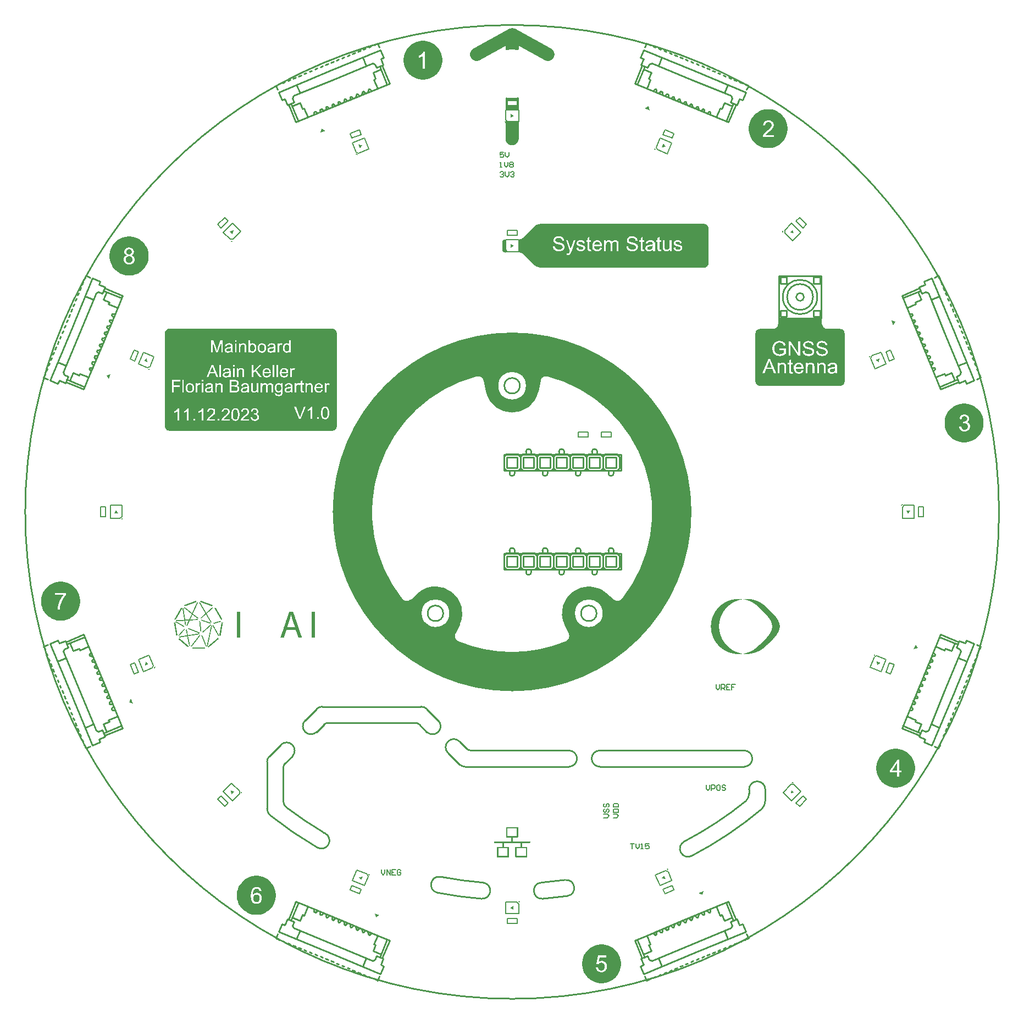
<source format=gto>
G04*
G04 #@! TF.GenerationSoftware,Altium Limited,Altium Designer,22.2.1 (43)*
G04*
G04 Layer_Color=65535*
%FSLAX44Y44*%
%MOMM*%
G71*
G04*
G04 #@! TF.SameCoordinates,2D810589-119A-40C1-8923-BCE66BF163E0*
G04*
G04*
G04 #@! TF.FilePolarity,Positive*
G04*
G01*
G75*
%ADD10C,0.2540*%
%ADD11C,5.8000*%
%ADD12C,1.9400*%
%ADD13C,2.0000*%
%ADD14C,0.1270*%
%ADD15C,0.1524*%
%ADD16R,26.5000X1.2500*%
%ADD17R,26.5000X1.5000*%
%ADD18R,1.0000X13.7500*%
%ADD19R,0.7500X13.7500*%
G36*
X10000Y712187D02*
X8992Y711413D01*
X7332Y711858D01*
X2458Y712500D01*
X-2458D01*
X-7332Y711858D01*
X-8992Y711413D01*
X-10000Y712187D01*
Y725000D01*
X10000D01*
Y712187D01*
D02*
G37*
G36*
X-131454Y725335D02*
X-127655Y724317D01*
X-124022Y722812D01*
X-120616Y720846D01*
X-117496Y718452D01*
X-114715Y715671D01*
X-112322Y712551D01*
X-110355Y709145D01*
X-108850Y705512D01*
X-107832Y701713D01*
X-107319Y697814D01*
Y695848D01*
X-107319Y693882D01*
X-107832Y689983D01*
X-108850Y686184D01*
X-110355Y682551D01*
X-112322Y679145D01*
X-114715Y676025D01*
X-117496Y673244D01*
X-120616Y670851D01*
X-124022Y668884D01*
X-127655Y667379D01*
X-131454Y666361D01*
X-135353Y665848D01*
X-137319D01*
X-139285Y665848D01*
X-143184Y666361D01*
X-146983Y667379D01*
X-150616Y668884D01*
X-154022Y670851D01*
X-157142Y673244D01*
X-159923Y676025D01*
X-162317Y679145D01*
X-164283Y682551D01*
X-165788Y686184D01*
X-166806Y689983D01*
X-167319Y693882D01*
Y695848D01*
X-166049Y695848D01*
X-167319Y695848D01*
X-167319Y697814D01*
X-166806Y701713D01*
X-165788Y705512D01*
X-164283Y709145D01*
X-162317Y712551D01*
X-159923Y715671D01*
X-157142Y718452D01*
X-154022Y720846D01*
X-150616Y722812D01*
X-146983Y724317D01*
X-143184Y725335D01*
X-139285Y725848D01*
X-137319D01*
X-135353Y725848D01*
X-131454Y725335D01*
D02*
G37*
G36*
X10000Y637813D02*
Y620270D01*
X8730Y619000D01*
X-10000Y619000D01*
Y637813D01*
X-8992Y638587D01*
X-7332Y638142D01*
X-2458Y637500D01*
X2458D01*
X7332Y638142D01*
X8992Y638587D01*
X10000Y637813D01*
D02*
G37*
G36*
X211822Y618521D02*
X204431Y621583D01*
X210040Y624671D01*
X211822Y618521D01*
D02*
G37*
G36*
X3000Y610000D02*
X-2000Y607000D01*
Y613000D01*
X3000Y610000D01*
D02*
G37*
G36*
X-287580Y587141D02*
X-294971Y584080D01*
X-293189Y590230D01*
X-287580Y587141D01*
D02*
G37*
G36*
X-7000Y601000D02*
X10000D01*
X10000Y599730D01*
Y574015D01*
X9616Y572083D01*
X8862Y570263D01*
X7768Y568625D01*
X6375Y567232D01*
X4737Y566138D01*
X2917Y565384D01*
X985Y565000D01*
X-985D01*
X-2917Y565384D01*
X-4737Y566138D01*
X-6375Y567232D01*
X-7768Y568625D01*
X-8862Y570263D01*
X-9616Y572083D01*
X-10000Y574015D01*
Y602341D01*
X-8827Y602827D01*
X-7000Y601000D01*
D02*
G37*
G36*
X236208Y562418D02*
X230441Y561560D01*
X232737Y567104D01*
X236208Y562418D01*
D02*
G37*
G36*
X400320Y619830D02*
X404119Y618812D01*
X407752Y617307D01*
X411158Y615341D01*
X414278Y612947D01*
X417058Y610166D01*
X419452Y607046D01*
X421419Y603640D01*
X422924Y600007D01*
X423941Y596208D01*
X424455Y592309D01*
Y590343D01*
X424455Y588377D01*
X423941Y584478D01*
X422924Y580679D01*
X421419Y577046D01*
X419452Y573640D01*
X417058Y570520D01*
X414278Y567740D01*
X411158Y565346D01*
X407752Y563379D01*
X404119Y561874D01*
X400320Y560857D01*
X396421Y560343D01*
X394455D01*
Y560343D01*
X392488Y560343D01*
X388590Y560857D01*
X384791Y561874D01*
X381158Y563379D01*
X377752Y565346D01*
X374632Y567740D01*
X371851Y570520D01*
X369457Y573640D01*
X367491Y577046D01*
X365986Y580679D01*
X364968Y584478D01*
X364455Y588377D01*
Y590343D01*
X364455Y592309D01*
X364968Y596208D01*
X365986Y600007D01*
X367491Y603640D01*
X369457Y607046D01*
X371851Y610166D01*
X374632Y612947D01*
X377752Y615341D01*
X381158Y617307D01*
X384791Y618812D01*
X388590Y619830D01*
X392488Y620343D01*
X394455D01*
Y620343D01*
X396421Y620343D01*
X400320Y619830D01*
D02*
G37*
G36*
X-230665Y564715D02*
X-234137Y560029D01*
X-236433Y565573D01*
X-230665Y564715D01*
D02*
G37*
G36*
X47500Y376250D02*
X45000D01*
X45000Y376250D01*
X43514Y376250D01*
X40599Y376830D01*
X37853Y377967D01*
X35381Y379619D01*
X34331Y380669D01*
X19242Y395757D01*
X19242Y395757D01*
X18321Y396699D01*
X16223Y398289D01*
X13856Y399440D01*
X11310Y400107D01*
X10000Y400250D01*
X10000Y419750D01*
X10000D01*
X10000Y419750D01*
Y419750D01*
X11310Y419893D01*
X13856Y420560D01*
X16223Y421710D01*
X18321Y423301D01*
X19243Y424243D01*
X34331Y439331D01*
X34330Y439330D01*
X35381Y440381D01*
X37853Y442033D01*
X40599Y443170D01*
X43514Y443750D01*
X45000Y443750D01*
X47500Y443750D01*
Y376250D01*
D02*
G37*
G36*
X433456Y429214D02*
X427800Y430628D01*
X432042Y434871D01*
X433456Y429214D01*
D02*
G37*
G36*
X-430628Y427800D02*
X-434871Y432042D01*
X-429214Y433456D01*
X-430628Y427800D01*
D02*
G37*
G36*
X3000Y410000D02*
X-2000Y407000D01*
Y413000D01*
X3000Y410000D01*
D02*
G37*
G36*
X-9250Y402929D02*
X-6750Y400250D01*
X-12000D01*
X-12597Y400250D01*
X-13699Y400707D01*
X-14543Y401551D01*
X-15000Y402653D01*
X-15000Y403250D01*
Y403250D01*
Y416750D01*
Y417347D01*
X-14543Y418449D01*
X-13699Y419293D01*
X-12597Y419750D01*
X-9250D01*
Y402929D01*
D02*
G37*
G36*
X297188Y443462D02*
X298553Y442896D01*
X299781Y442076D01*
X300826Y441031D01*
X301646Y439803D01*
X302212Y438438D01*
X302500Y436989D01*
Y384954D01*
X302500Y383750D01*
D01*
X302400Y382512D01*
X302212Y381562D01*
X301646Y380197D01*
X300826Y378969D01*
X299781Y377924D01*
X298552Y377104D01*
X297188Y376538D01*
X295739Y376250D01*
X277500Y376250D01*
X47500D01*
Y443750D01*
X277500D01*
Y443750D01*
X295739D01*
X297188Y443462D01*
D02*
G37*
G36*
X-584103Y423627D02*
X-580304Y422609D01*
X-576671Y421104D01*
X-573265Y419138D01*
X-570145Y416744D01*
X-567364Y413963D01*
X-564970Y410843D01*
X-563004Y407438D01*
X-561499Y403804D01*
X-560481Y400006D01*
X-559968Y396107D01*
Y394140D01*
Y392174D01*
X-560481Y388275D01*
X-561499Y384477D01*
X-563004Y380843D01*
X-564970Y377438D01*
X-567364Y374318D01*
X-570145Y371537D01*
X-573265Y369143D01*
X-576671Y367177D01*
X-580304Y365672D01*
X-584103Y364654D01*
X-588002Y364140D01*
X-589968D01*
X-591934Y364140D01*
X-595833Y364654D01*
X-599632Y365672D01*
X-603265Y367177D01*
X-606671Y369143D01*
X-609791Y371537D01*
X-612571Y374318D01*
X-614965Y377438D01*
X-616932Y380843D01*
X-618437Y384477D01*
X-619454Y388275D01*
X-619968Y392174D01*
Y394140D01*
X-619968Y396107D01*
X-619454Y400006D01*
X-618437Y403804D01*
X-616932Y407438D01*
X-614965Y410843D01*
X-612571Y413963D01*
X-609791Y416744D01*
X-606671Y419138D01*
X-603265Y421104D01*
X-599632Y422609D01*
X-595833Y423627D01*
X-591934Y424140D01*
X-589968D01*
X-588002Y424140D01*
X-584103Y423627D01*
D02*
G37*
G36*
X590230Y293189D02*
X587141Y287580D01*
X584080Y294971D01*
X590230Y293189D01*
D02*
G37*
G36*
X-275312Y282212D02*
X-273947Y281646D01*
X-272719Y280826D01*
X-271674Y279781D01*
X-270854Y278553D01*
X-270288Y277188D01*
X-270000Y275739D01*
X-270000Y275000D01*
X-270000Y275000D01*
Y270000D01*
Y238081D01*
X-535000D01*
Y270000D01*
D01*
Y275000D01*
Y275739D01*
X-534712Y277188D01*
X-534146Y278553D01*
X-533326Y279781D01*
X-532281Y280826D01*
X-531053Y281646D01*
X-529688Y282212D01*
X-528239Y282500D01*
X-527500D01*
X-277500Y282500D01*
X-276761Y282500D01*
X-275312Y282212D01*
D02*
G37*
G36*
X564715Y230665D02*
X560029Y234137D01*
X565573Y236433D01*
X564715Y230665D01*
D02*
G37*
G36*
X-561560Y230441D02*
X-567104Y232737D01*
X-562418Y236208D01*
X-561560Y230441D01*
D02*
G37*
G36*
X-270000Y207088D02*
X-535000D01*
Y230943D01*
X-270000D01*
Y207088D01*
D02*
G37*
G36*
X-621583Y204431D02*
X-624671Y210040D01*
X-618521Y211822D01*
X-621583Y204431D01*
D02*
G37*
G36*
X477250Y290250D02*
X477290Y289441D01*
X477605Y287855D01*
X478224Y286361D01*
X479122Y285016D01*
X480266Y283872D01*
X481611Y282974D01*
X483105Y282355D01*
X484691Y282040D01*
X485499Y282000D01*
X504750D01*
Y282000D01*
X504750Y282000D01*
X505923Y281914D01*
X506938Y281712D01*
X508303Y281147D01*
X509531Y280326D01*
X510576Y279281D01*
X511396Y278053D01*
X511962Y276688D01*
X512250Y275239D01*
X512250Y274500D01*
Y273125D01*
X512300D01*
Y240172D01*
Y203125D01*
X512250D01*
Y201750D01*
X512250Y201011D01*
X511962Y199562D01*
X511396Y198197D01*
X510576Y196969D01*
X509531Y195924D01*
X508303Y195103D01*
X506938Y194538D01*
X505980Y194348D01*
X504750Y194250D01*
X381511D01*
X380062Y194538D01*
X378697Y195103D01*
X377469Y195924D01*
X376424Y196969D01*
X375604Y198197D01*
X375038Y199562D01*
X374750Y201011D01*
Y209500D01*
X374800D01*
Y240172D01*
Y266750D01*
X374750D01*
Y275239D01*
X375038Y276688D01*
X375604Y278053D01*
X376424Y279281D01*
X377469Y280326D01*
X378697Y281146D01*
X380062Y281712D01*
X381511Y282000D01*
X401500D01*
X402309Y282040D01*
X403895Y282355D01*
X405389Y282974D01*
X406734Y283872D01*
X407878Y285016D01*
X408776Y286361D01*
X409395Y287855D01*
X409710Y289441D01*
X409750Y290250D01*
X409750Y298548D01*
X477250D01*
Y290250D01*
D02*
G37*
G36*
X54879Y209946D02*
X52196D01*
Y209946D01*
X51199Y209897D01*
X49244Y209508D01*
X47403Y208745D01*
X45745Y207638D01*
X44336Y206228D01*
X43228Y204571D01*
X42465Y202729D01*
X42077Y200774D01*
X42028Y199778D01*
X39145Y186075D01*
X32250D01*
Y216250D01*
X54879D01*
Y209946D01*
D02*
G37*
G36*
X-32250Y186075D02*
X-39145D01*
X-42028Y199778D01*
X-42077Y200774D01*
X-42465Y202729D01*
X-43228Y204571D01*
X-44336Y206228D01*
X-45745Y207638D01*
X-47403Y208745D01*
X-49244Y209508D01*
X-51199Y209897D01*
X-52196Y209946D01*
X-52196Y209946D01*
X-54879D01*
Y216250D01*
X-32250D01*
Y186075D01*
D02*
G37*
G36*
X-270000Y174057D02*
X-535000D01*
Y207088D01*
X-270000D01*
Y174057D01*
D02*
G37*
G36*
X702089Y166491D02*
X705888Y165474D01*
X709521Y163969D01*
X712926Y162002D01*
X716046Y159608D01*
X718827Y156828D01*
X721221Y153708D01*
X723187Y150302D01*
X724692Y146669D01*
X725710Y142870D01*
X726224Y138971D01*
Y137005D01*
X726224Y135038D01*
X725710Y131139D01*
X724692Y127341D01*
X723187Y123708D01*
X721221Y120302D01*
X718827Y117182D01*
X716046Y114401D01*
X712926Y112007D01*
X709521Y110041D01*
X705887Y108536D01*
X702089Y107518D01*
X698190Y107005D01*
X696224D01*
X694257Y107005D01*
X690358Y107518D01*
X686560Y108536D01*
X682926Y110041D01*
X679521Y112007D01*
X676401Y114401D01*
X673620Y117182D01*
X671226Y120302D01*
X669260Y123708D01*
X667755Y127341D01*
X666737Y131139D01*
X666224Y135038D01*
Y137005D01*
X666224Y138971D01*
X666737Y142870D01*
X667755Y146669D01*
X669260Y150302D01*
X671226Y153708D01*
X673620Y156828D01*
X676401Y159608D01*
X679521Y162002D01*
X682926Y163969D01*
X686560Y165474D01*
X690358Y166491D01*
X694257Y167005D01*
X696224D01*
X696224Y165735D01*
X696224Y167005D01*
X698190Y167005D01*
X702089Y166491D01*
D02*
G37*
G36*
X-277500Y137500D02*
X-270000D01*
Y132500D01*
X-270000Y132500D01*
X-270000Y131761D01*
X-270288Y130312D01*
X-270854Y128947D01*
X-271674Y127719D01*
X-272719Y126674D01*
X-273947Y125854D01*
X-275312Y125288D01*
X-276761Y125000D01*
X-277500Y125000D01*
X-527500Y125000D01*
X-528239D01*
X-529688Y125288D01*
X-531053Y125854D01*
X-532281Y126674D01*
X-533326Y127719D01*
X-534146Y128947D01*
X-534712Y130312D01*
X-535000Y131761D01*
Y132500D01*
Y133081D01*
Y166919D01*
X-372500D01*
Y169419D01*
X-277500D01*
Y137500D01*
D02*
G37*
G36*
X-607000Y-2000D02*
X-613000D01*
X-610000Y3000D01*
X-607000Y-2000D01*
D02*
G37*
G36*
X610000Y-3000D02*
X607000Y2000D01*
X613000D01*
X610000Y-3000D01*
D02*
G37*
G36*
X-137948Y-128974D02*
X-156147Y-153043D01*
X-174198Y-139395D01*
X-170395Y-134367D01*
X-168255Y-135985D01*
X-168255Y-135985D01*
X-167430Y-136547D01*
X-165637Y-137416D01*
X-163707Y-137918D01*
X-161717Y-138034D01*
X-159743Y-137760D01*
X-157860Y-137106D01*
X-156141Y-136097D01*
X-154652Y-134772D01*
X-154011Y-134007D01*
X-143448Y-124816D01*
X-137948Y-128974D01*
D02*
G37*
G36*
X-479375Y-137014D02*
X-478890D01*
Y-137176D01*
X-478405D01*
Y-137337D01*
X-478082D01*
Y-137499D01*
X-477597D01*
Y-137660D01*
X-477112D01*
Y-137822D01*
X-476628D01*
Y-137984D01*
X-476305D01*
Y-138145D01*
X-475820D01*
Y-138307D01*
X-475335D01*
Y-138468D01*
X-475012D01*
Y-138630D01*
X-474527D01*
Y-138791D01*
X-474043D01*
Y-138953D01*
X-473558D01*
Y-139115D01*
X-473235D01*
Y-139276D01*
X-472750D01*
Y-139438D01*
X-472265D01*
Y-139599D01*
X-471780D01*
Y-139761D01*
X-471457D01*
Y-139922D01*
X-470973D01*
Y-140084D01*
X-470488D01*
Y-140246D01*
X-470003D01*
Y-140407D01*
X-469680D01*
Y-140569D01*
X-469195D01*
Y-140730D01*
X-468711D01*
Y-140892D01*
X-468226D01*
Y-141053D01*
X-467903D01*
Y-141215D01*
X-467418D01*
Y-141377D01*
X-466933D01*
Y-141538D01*
X-466448D01*
Y-141700D01*
X-466125D01*
Y-141861D01*
X-465640D01*
Y-142023D01*
X-465156D01*
Y-142184D01*
X-464671D01*
Y-142346D01*
X-464348D01*
Y-142508D01*
X-463863D01*
Y-142669D01*
X-463378D01*
Y-142831D01*
X-462894D01*
Y-142992D01*
X-462571D01*
Y-143154D01*
X-462086D01*
Y-143315D01*
X-461601D01*
Y-143477D01*
X-461116D01*
Y-143639D01*
X-461278D01*
Y-143800D01*
X-461440D01*
Y-143962D01*
Y-144123D01*
X-461601D01*
Y-144285D01*
Y-144446D01*
X-461763D01*
Y-144608D01*
Y-144770D01*
Y-144931D01*
X-461924D01*
Y-145093D01*
Y-145254D01*
Y-145416D01*
Y-145578D01*
X-462086D01*
Y-145416D01*
X-462409D01*
Y-145254D01*
X-462894D01*
Y-145093D01*
X-463378D01*
Y-144931D01*
X-463863D01*
Y-144770D01*
X-464186D01*
Y-144608D01*
X-464671D01*
Y-144446D01*
X-465156D01*
Y-144285D01*
X-465640D01*
Y-144123D01*
X-465964D01*
Y-143962D01*
X-466448D01*
Y-143800D01*
X-466933D01*
Y-143639D01*
X-467418D01*
Y-143477D01*
X-467741D01*
Y-143315D01*
X-468226D01*
Y-143154D01*
X-468711D01*
Y-142992D01*
X-469195D01*
Y-142831D01*
X-469518D01*
Y-142669D01*
X-470003D01*
Y-142508D01*
X-470488D01*
Y-142346D01*
X-470973D01*
Y-142184D01*
X-471296D01*
Y-142023D01*
X-471780D01*
Y-141861D01*
X-472265D01*
Y-141700D01*
X-472750D01*
Y-141538D01*
X-473073D01*
Y-141377D01*
X-473558D01*
Y-141215D01*
X-474043D01*
Y-141053D01*
X-474527D01*
Y-140892D01*
X-474850D01*
Y-140730D01*
X-475335D01*
Y-140569D01*
X-475820D01*
Y-140407D01*
X-476305D01*
Y-140246D01*
X-476628D01*
Y-140084D01*
X-477112D01*
Y-139922D01*
X-477597D01*
Y-139761D01*
X-478082D01*
Y-139599D01*
X-478405D01*
Y-139438D01*
X-478890D01*
Y-139276D01*
X-479375D01*
Y-139115D01*
X-479859D01*
Y-138953D01*
X-480182D01*
Y-138791D01*
X-480667D01*
Y-138630D01*
X-480505D01*
Y-138468D01*
X-480344D01*
Y-138307D01*
Y-138145D01*
X-480182D01*
Y-137984D01*
Y-137822D01*
X-480021D01*
Y-137660D01*
Y-137499D01*
Y-137337D01*
Y-137176D01*
X-479859D01*
Y-137014D01*
Y-136853D01*
X-479375D01*
Y-137014D01*
D02*
G37*
G36*
X-486484Y-136853D02*
Y-137014D01*
Y-137176D01*
Y-137337D01*
Y-137499D01*
X-486322D01*
Y-137660D01*
Y-137822D01*
Y-137984D01*
X-486161D01*
Y-138145D01*
Y-138307D01*
X-485999D01*
Y-138468D01*
Y-138630D01*
X-485838D01*
Y-138791D01*
X-486161D01*
Y-138953D01*
X-486645D01*
Y-139115D01*
X-487130D01*
Y-139276D01*
X-487453D01*
Y-139438D01*
X-487938D01*
Y-139599D01*
X-488423D01*
Y-139761D01*
X-488908D01*
Y-139922D01*
X-489231D01*
Y-140084D01*
X-489715D01*
Y-140246D01*
X-490200D01*
Y-140407D01*
X-490685D01*
Y-140569D01*
X-491008D01*
Y-140730D01*
X-491493D01*
Y-140892D01*
X-491977D01*
Y-141053D01*
X-492462D01*
Y-141215D01*
X-492785D01*
Y-141377D01*
X-493270D01*
Y-141538D01*
X-493755D01*
Y-141700D01*
X-494240D01*
Y-141861D01*
X-494563D01*
Y-142023D01*
X-495047D01*
Y-142184D01*
X-495532D01*
Y-142346D01*
X-496017D01*
Y-142508D01*
X-496340D01*
Y-142669D01*
X-496825D01*
Y-142831D01*
X-497309D01*
Y-142992D01*
X-497794D01*
Y-143154D01*
X-498117D01*
Y-143315D01*
X-498602D01*
Y-143477D01*
X-499087D01*
Y-143639D01*
X-499571D01*
Y-143800D01*
X-499895D01*
Y-143962D01*
X-500379D01*
Y-144123D01*
X-500864D01*
Y-144285D01*
X-501349D01*
Y-144446D01*
X-501672D01*
Y-144608D01*
X-502157D01*
Y-144770D01*
X-502641D01*
Y-144931D01*
X-503126D01*
Y-145093D01*
X-503449D01*
Y-145254D01*
X-503934D01*
Y-145416D01*
X-504419D01*
Y-145578D01*
X-504580D01*
Y-145416D01*
Y-145254D01*
Y-145093D01*
Y-144931D01*
Y-144770D01*
Y-144608D01*
X-504742D01*
Y-144446D01*
Y-144285D01*
X-504903D01*
Y-144123D01*
Y-143962D01*
X-505065D01*
Y-143800D01*
Y-143639D01*
X-505227D01*
Y-143477D01*
X-504742D01*
Y-143315D01*
X-504419D01*
Y-143154D01*
X-503934D01*
Y-142992D01*
X-503449D01*
Y-142831D01*
X-502965D01*
Y-142669D01*
X-502641D01*
Y-142508D01*
X-502157D01*
Y-142346D01*
X-501672D01*
Y-142184D01*
X-501187D01*
Y-142023D01*
X-500864D01*
Y-141861D01*
X-500379D01*
Y-141700D01*
X-499895D01*
Y-141538D01*
X-499410D01*
Y-141377D01*
X-499087D01*
Y-141215D01*
X-498602D01*
Y-141053D01*
X-498117D01*
Y-140892D01*
X-497633D01*
Y-140730D01*
X-497309D01*
Y-140569D01*
X-496825D01*
Y-140407D01*
X-496340D01*
Y-140246D01*
X-495855D01*
Y-140084D01*
X-495532D01*
Y-139922D01*
X-495047D01*
Y-139761D01*
X-494563D01*
Y-139599D01*
X-494078D01*
Y-139438D01*
X-493755D01*
Y-139276D01*
X-493270D01*
Y-139115D01*
X-492785D01*
Y-138953D01*
X-492301D01*
Y-138791D01*
X-491977D01*
Y-138630D01*
X-491493D01*
Y-138468D01*
X-491008D01*
Y-138307D01*
X-490523D01*
Y-138145D01*
X-490200D01*
Y-137984D01*
X-489715D01*
Y-137822D01*
X-489231D01*
Y-137660D01*
X-488746D01*
Y-137499D01*
X-488423D01*
Y-137337D01*
X-487938D01*
Y-137176D01*
X-487453D01*
Y-137014D01*
X-486969D01*
Y-136853D01*
X-486645D01*
Y-136691D01*
X-486484D01*
Y-136853D01*
D02*
G37*
G36*
X154011Y-134007D02*
X154652Y-134772D01*
X156141Y-136097D01*
X157860Y-137106D01*
X159743Y-137760D01*
X161717Y-138034D01*
X163707Y-137918D01*
X165636Y-137416D01*
X167430Y-136547D01*
X168255Y-135985D01*
X168255Y-135985D01*
X170395Y-134367D01*
X174198Y-139395D01*
X156147Y-153043D01*
X137948Y-128974D01*
X143448Y-124816D01*
X154011Y-134007D01*
D02*
G37*
G36*
X-485191Y-139438D02*
X-484868D01*
Y-139599D01*
X-484545D01*
Y-139761D01*
X-484060D01*
Y-139922D01*
X-483899D01*
Y-140084D01*
X-484060D01*
Y-140246D01*
Y-140407D01*
Y-140569D01*
X-484222D01*
Y-140730D01*
Y-140892D01*
X-484383D01*
Y-141053D01*
Y-141215D01*
X-484545D01*
Y-141377D01*
Y-141538D01*
X-484706D01*
Y-141700D01*
Y-141861D01*
X-484868D01*
Y-142023D01*
Y-142184D01*
X-485030D01*
Y-142346D01*
Y-142508D01*
X-485191D01*
Y-142669D01*
Y-142831D01*
Y-142992D01*
X-485353D01*
Y-143154D01*
Y-143315D01*
X-485514D01*
Y-143477D01*
Y-143639D01*
X-485676D01*
Y-143800D01*
Y-143962D01*
X-485838D01*
Y-144123D01*
Y-144285D01*
X-485999D01*
Y-144446D01*
Y-144608D01*
X-486161D01*
Y-144770D01*
Y-144931D01*
Y-145093D01*
X-486322D01*
Y-145254D01*
Y-145416D01*
X-486484D01*
Y-145578D01*
Y-145739D01*
X-486645D01*
Y-145901D01*
Y-146062D01*
X-486807D01*
Y-146224D01*
Y-146385D01*
X-486969D01*
Y-146547D01*
Y-146709D01*
X-487130D01*
Y-146870D01*
Y-147032D01*
X-487292D01*
Y-147193D01*
Y-147355D01*
Y-147516D01*
X-487453D01*
Y-147678D01*
Y-147840D01*
X-487615D01*
Y-148001D01*
Y-148163D01*
X-487776D01*
Y-148324D01*
Y-148486D01*
X-487938D01*
Y-148647D01*
Y-148809D01*
X-488100D01*
Y-148971D01*
Y-149132D01*
X-488261D01*
Y-149294D01*
Y-149455D01*
Y-149617D01*
X-488423D01*
Y-149778D01*
Y-149940D01*
X-488584D01*
Y-150102D01*
Y-150263D01*
X-488746D01*
Y-150425D01*
Y-150586D01*
X-488908D01*
Y-150748D01*
Y-150910D01*
X-489069D01*
Y-151071D01*
Y-151233D01*
X-489231D01*
Y-151394D01*
Y-151556D01*
X-489392D01*
Y-151717D01*
Y-151879D01*
Y-152041D01*
X-489554D01*
Y-152202D01*
Y-152364D01*
X-489715D01*
Y-152525D01*
Y-152687D01*
X-489877D01*
Y-152849D01*
Y-153010D01*
X-490038D01*
Y-153172D01*
Y-153333D01*
X-490200D01*
Y-153495D01*
Y-153656D01*
X-490362D01*
Y-153818D01*
Y-153980D01*
Y-154141D01*
X-490523D01*
Y-154303D01*
Y-154464D01*
X-490685D01*
Y-154626D01*
Y-154787D01*
X-490846D01*
Y-154949D01*
Y-155111D01*
X-491008D01*
Y-155272D01*
Y-155434D01*
X-491170D01*
Y-155595D01*
Y-155757D01*
X-491331D01*
Y-155918D01*
Y-156080D01*
Y-156242D01*
X-491493D01*
Y-156403D01*
Y-156565D01*
X-491654D01*
Y-156726D01*
Y-156888D01*
X-491493D01*
Y-157049D01*
X-491170D01*
Y-157211D01*
X-491008D01*
Y-157373D01*
X-490846D01*
Y-157534D01*
X-490685D01*
Y-157696D01*
X-490362D01*
Y-157857D01*
X-490200D01*
Y-158019D01*
X-490038D01*
Y-158181D01*
X-489715D01*
Y-158342D01*
X-489554D01*
Y-158504D01*
X-489392D01*
Y-158665D01*
X-489231D01*
Y-158827D01*
X-488908D01*
Y-158988D01*
X-488746D01*
Y-159150D01*
X-488584D01*
Y-159312D01*
X-488261D01*
Y-159473D01*
X-488100D01*
Y-159635D01*
X-487938D01*
Y-159796D01*
X-487776D01*
Y-159958D01*
X-487453D01*
Y-160119D01*
X-487292D01*
Y-160281D01*
X-487130D01*
Y-160443D01*
X-486807D01*
Y-160604D01*
X-486645D01*
Y-160766D01*
X-486484D01*
Y-160927D01*
X-486322D01*
Y-161089D01*
X-485999D01*
Y-161250D01*
X-485838D01*
Y-161412D01*
X-485676D01*
Y-161574D01*
X-485353D01*
Y-161735D01*
X-485191D01*
Y-161897D01*
X-485030D01*
Y-162058D01*
X-484868D01*
Y-162220D01*
X-484545D01*
Y-162381D01*
X-484383D01*
Y-162543D01*
X-484222D01*
Y-162705D01*
X-483899D01*
Y-162866D01*
X-483737D01*
Y-163028D01*
X-483576D01*
Y-163189D01*
X-483414D01*
Y-163351D01*
Y-163512D01*
X-483576D01*
Y-163674D01*
X-483737D01*
Y-163836D01*
X-483899D01*
Y-163997D01*
X-484060D01*
Y-164159D01*
Y-164320D01*
X-484222D01*
Y-164482D01*
X-484383D01*
Y-164320D01*
X-484545D01*
Y-164159D01*
X-484868D01*
Y-163997D01*
X-485030D01*
Y-163836D01*
X-485191D01*
Y-163674D01*
X-485353D01*
Y-163512D01*
X-485676D01*
Y-163351D01*
X-485838D01*
Y-163189D01*
X-485999D01*
Y-163028D01*
X-486322D01*
Y-162866D01*
X-486484D01*
Y-162705D01*
X-486645D01*
Y-162543D01*
X-486807D01*
Y-162381D01*
X-487130D01*
Y-162220D01*
X-487292D01*
Y-162058D01*
X-487453D01*
Y-161897D01*
X-487776D01*
Y-161735D01*
X-487938D01*
Y-161574D01*
X-488100D01*
Y-161412D01*
X-488261D01*
Y-161250D01*
X-488584D01*
Y-161089D01*
X-488746D01*
Y-160927D01*
X-488908D01*
Y-160766D01*
X-489231D01*
Y-160604D01*
X-489392D01*
Y-160443D01*
X-489554D01*
Y-160281D01*
X-489715D01*
Y-160119D01*
X-490038D01*
Y-159958D01*
X-490200D01*
Y-159796D01*
X-490362D01*
Y-159635D01*
X-490685D01*
Y-159473D01*
X-490846D01*
Y-159312D01*
X-491008D01*
Y-159150D01*
X-491170D01*
Y-158988D01*
X-491493D01*
Y-158827D01*
X-491654D01*
Y-158665D01*
X-491816D01*
Y-158504D01*
X-492139D01*
Y-158342D01*
X-492301D01*
Y-158181D01*
X-492462D01*
Y-158342D01*
Y-158504D01*
Y-158665D01*
X-492624D01*
Y-158827D01*
Y-158988D01*
X-492785D01*
Y-159150D01*
Y-159312D01*
X-492947D01*
Y-159473D01*
Y-159635D01*
X-493108D01*
Y-159796D01*
Y-159958D01*
X-493270D01*
Y-160119D01*
Y-160281D01*
X-493432D01*
Y-160443D01*
Y-160604D01*
Y-160766D01*
X-493593D01*
Y-160927D01*
Y-161089D01*
X-493755D01*
Y-161250D01*
Y-161412D01*
X-493916D01*
Y-161574D01*
Y-161735D01*
X-494078D01*
Y-161897D01*
Y-162058D01*
X-494240D01*
Y-162220D01*
Y-162381D01*
X-494401D01*
Y-162543D01*
Y-162705D01*
X-494563D01*
Y-162866D01*
Y-163028D01*
Y-163189D01*
X-494724D01*
Y-163351D01*
Y-163512D01*
X-494886D01*
Y-163674D01*
Y-163836D01*
X-495047D01*
Y-163997D01*
Y-164159D01*
X-495209D01*
Y-164320D01*
Y-164482D01*
X-495370D01*
Y-164643D01*
Y-164805D01*
X-495532D01*
Y-164967D01*
Y-165128D01*
Y-165290D01*
X-495694D01*
Y-165451D01*
Y-165613D01*
X-492947D01*
Y-165451D01*
X-490200D01*
Y-165290D01*
X-487292D01*
Y-165128D01*
X-484383D01*
Y-165290D01*
Y-165451D01*
Y-165613D01*
Y-165774D01*
Y-165936D01*
Y-166098D01*
Y-166259D01*
Y-166421D01*
Y-166582D01*
X-485838D01*
Y-166744D01*
X-488746D01*
Y-166906D01*
X-491654D01*
Y-167067D01*
X-494563D01*
Y-167229D01*
X-496502D01*
Y-167390D01*
X-496663D01*
Y-167552D01*
Y-167714D01*
X-496825D01*
Y-167875D01*
Y-168037D01*
X-496986D01*
Y-168198D01*
Y-168360D01*
X-497148D01*
Y-168521D01*
Y-168683D01*
X-497309D01*
Y-168845D01*
Y-169006D01*
X-497471D01*
Y-169168D01*
Y-169329D01*
X-497633D01*
Y-169491D01*
Y-169652D01*
Y-169814D01*
X-497794D01*
Y-169975D01*
Y-170137D01*
X-497956D01*
Y-170299D01*
Y-170460D01*
X-498117D01*
Y-170622D01*
Y-170783D01*
X-498279D01*
Y-170945D01*
Y-171107D01*
X-498441D01*
Y-171268D01*
Y-171430D01*
X-498602D01*
Y-171591D01*
Y-171753D01*
Y-171914D01*
X-498764D01*
Y-172076D01*
Y-172238D01*
X-498925D01*
Y-172399D01*
Y-172561D01*
X-499087D01*
Y-172722D01*
Y-172884D01*
X-499248D01*
Y-173046D01*
Y-173207D01*
X-499410D01*
Y-173369D01*
Y-173530D01*
X-499571D01*
Y-173692D01*
Y-173853D01*
X-499733D01*
Y-174015D01*
Y-174177D01*
Y-174338D01*
X-499895D01*
Y-174500D01*
Y-174661D01*
X-500056D01*
Y-174823D01*
Y-174984D01*
X-500218D01*
Y-175146D01*
Y-175308D01*
X-500379D01*
Y-175469D01*
Y-175631D01*
X-500541D01*
Y-175469D01*
X-500864D01*
Y-175308D01*
X-501187D01*
Y-175146D01*
X-501510D01*
Y-174984D01*
X-501834D01*
Y-174823D01*
X-501672D01*
Y-174661D01*
Y-174500D01*
X-501510D01*
Y-174338D01*
Y-174177D01*
X-501349D01*
Y-174015D01*
Y-173853D01*
X-501187D01*
Y-173692D01*
Y-173530D01*
Y-173369D01*
X-501026D01*
Y-173207D01*
Y-173046D01*
X-500864D01*
Y-172884D01*
Y-172722D01*
X-500703D01*
Y-172561D01*
Y-172399D01*
X-500541D01*
Y-172238D01*
Y-172076D01*
X-500379D01*
Y-171914D01*
Y-171753D01*
X-500218D01*
Y-171591D01*
Y-171430D01*
X-500056D01*
Y-171268D01*
Y-171107D01*
Y-170945D01*
X-499895D01*
Y-170783D01*
Y-170622D01*
X-499733D01*
Y-170460D01*
Y-170299D01*
X-499571D01*
Y-170137D01*
Y-169975D01*
X-499410D01*
Y-169814D01*
Y-169652D01*
X-499248D01*
Y-169491D01*
Y-169329D01*
X-499087D01*
Y-169168D01*
Y-169006D01*
Y-168845D01*
X-498925D01*
Y-168683D01*
Y-168521D01*
X-498764D01*
Y-168360D01*
Y-168198D01*
X-498602D01*
Y-168037D01*
Y-167875D01*
X-498441D01*
Y-167714D01*
Y-167552D01*
X-498279D01*
Y-167390D01*
X-500218D01*
Y-167552D01*
X-503126D01*
Y-167714D01*
X-503288D01*
Y-167875D01*
Y-168037D01*
Y-168198D01*
Y-168360D01*
X-503126D01*
Y-168521D01*
Y-168683D01*
Y-168845D01*
Y-169006D01*
Y-169168D01*
Y-169329D01*
Y-169491D01*
X-502965D01*
Y-169652D01*
Y-169814D01*
Y-169975D01*
Y-170137D01*
Y-170299D01*
Y-170460D01*
X-502803D01*
Y-170622D01*
Y-170783D01*
Y-170945D01*
Y-171107D01*
Y-171268D01*
Y-171430D01*
Y-171591D01*
X-502641D01*
Y-171753D01*
Y-171914D01*
Y-172076D01*
Y-172238D01*
Y-172399D01*
Y-172561D01*
Y-172722D01*
X-502480D01*
Y-172884D01*
Y-173046D01*
Y-173207D01*
Y-173369D01*
Y-173530D01*
Y-173692D01*
X-502318D01*
Y-173853D01*
Y-174015D01*
Y-174177D01*
Y-174338D01*
Y-174500D01*
Y-174661D01*
Y-174823D01*
X-502157D01*
Y-174984D01*
X-503449D01*
Y-175146D01*
X-503773D01*
Y-174984D01*
Y-174823D01*
Y-174661D01*
Y-174500D01*
Y-174338D01*
X-503934D01*
Y-174177D01*
Y-174015D01*
Y-173853D01*
Y-173692D01*
Y-173530D01*
Y-173369D01*
Y-173207D01*
X-504096D01*
Y-173046D01*
Y-172884D01*
Y-172722D01*
Y-172561D01*
Y-172399D01*
Y-172238D01*
X-504257D01*
Y-172076D01*
Y-171914D01*
Y-171753D01*
Y-171591D01*
Y-171430D01*
Y-171268D01*
Y-171107D01*
X-504419D01*
Y-170945D01*
Y-170783D01*
Y-170622D01*
Y-170460D01*
Y-170299D01*
Y-170137D01*
Y-169975D01*
X-504580D01*
Y-169814D01*
Y-169652D01*
Y-169491D01*
Y-169329D01*
Y-169168D01*
Y-169006D01*
X-504742D01*
Y-168845D01*
Y-168683D01*
Y-168521D01*
Y-168360D01*
Y-168198D01*
Y-168037D01*
Y-167875D01*
X-504903D01*
Y-167714D01*
X-506035D01*
Y-167875D01*
X-508781D01*
Y-168037D01*
X-511690D01*
Y-168198D01*
X-514598D01*
Y-168360D01*
X-517506D01*
Y-168521D01*
Y-168683D01*
X-517183D01*
Y-168845D01*
X-517022D01*
Y-169006D01*
X-516699D01*
Y-169168D01*
X-516375D01*
Y-169329D01*
X-516214D01*
Y-169491D01*
X-515891D01*
Y-169652D01*
X-515568D01*
Y-169814D01*
X-515244D01*
Y-169975D01*
X-515083D01*
Y-170137D01*
X-514760D01*
Y-170299D01*
X-514436D01*
Y-170460D01*
X-514113D01*
Y-170622D01*
X-513952D01*
Y-170783D01*
X-513629D01*
Y-170945D01*
X-513306D01*
Y-171107D01*
X-513144D01*
Y-171268D01*
X-512821D01*
Y-171430D01*
X-512498D01*
Y-171591D01*
X-512174D01*
Y-171753D01*
X-512013D01*
Y-171914D01*
X-511690D01*
Y-172076D01*
X-511367D01*
Y-172238D01*
X-511205D01*
Y-172399D01*
X-510882D01*
Y-172561D01*
X-510559D01*
Y-172722D01*
X-510235D01*
Y-172884D01*
X-510074D01*
Y-173046D01*
X-509751D01*
Y-173207D01*
X-509428D01*
Y-173369D01*
X-509266D01*
Y-173530D01*
X-508943D01*
Y-173692D01*
X-508620D01*
Y-173853D01*
X-508297D01*
Y-174015D01*
X-508135D01*
Y-174177D01*
X-507812D01*
Y-174338D01*
X-507489D01*
Y-174500D01*
X-507166D01*
Y-174661D01*
X-507004D01*
Y-174823D01*
X-506681D01*
Y-174984D01*
X-506358D01*
Y-175146D01*
X-506196D01*
Y-175308D01*
X-505873D01*
Y-175469D01*
X-505550D01*
Y-175631D01*
X-505227D01*
Y-175792D01*
X-505065D01*
Y-175954D01*
X-504903D01*
Y-176115D01*
X-505065D01*
Y-176277D01*
X-505227D01*
Y-176439D01*
X-505388D01*
Y-176600D01*
Y-176762D01*
X-505550D01*
Y-176923D01*
Y-177085D01*
Y-177246D01*
X-505873D01*
Y-177085D01*
X-506035D01*
Y-176923D01*
X-506358D01*
Y-176762D01*
X-506681D01*
Y-176600D01*
X-507004D01*
Y-176439D01*
X-507166D01*
Y-176277D01*
X-507489D01*
Y-176115D01*
X-507812D01*
Y-175954D01*
X-507974D01*
Y-175792D01*
X-508297D01*
Y-175631D01*
X-508620D01*
Y-175469D01*
X-508943D01*
Y-175308D01*
X-509104D01*
Y-175146D01*
X-509428D01*
Y-174984D01*
X-509751D01*
Y-174823D01*
X-510074D01*
Y-174661D01*
X-510235D01*
Y-174500D01*
X-510559D01*
Y-174338D01*
X-510882D01*
Y-174177D01*
X-511043D01*
Y-174015D01*
X-511367D01*
Y-173853D01*
X-511690D01*
Y-173692D01*
X-512013D01*
Y-173530D01*
X-512174D01*
Y-173369D01*
X-512498D01*
Y-173207D01*
X-512821D01*
Y-173046D01*
X-512982D01*
Y-172884D01*
X-513306D01*
Y-172722D01*
X-513629D01*
Y-172561D01*
X-513952D01*
Y-172399D01*
X-514113D01*
Y-172238D01*
X-514436D01*
Y-172076D01*
X-514760D01*
Y-171914D01*
X-514921D01*
Y-171753D01*
X-515244D01*
Y-171591D01*
X-515568D01*
Y-171430D01*
X-515891D01*
Y-171268D01*
X-516052D01*
Y-171107D01*
X-516375D01*
Y-170945D01*
X-516699D01*
Y-170783D01*
X-517022D01*
Y-170622D01*
X-517183D01*
Y-170460D01*
X-517506D01*
Y-170299D01*
X-517830D01*
Y-170137D01*
X-517991D01*
Y-169975D01*
X-518314D01*
Y-169814D01*
X-518638D01*
Y-169652D01*
X-518476D01*
Y-169491D01*
X-518314D01*
Y-169329D01*
X-518153D01*
Y-169168D01*
Y-169006D01*
X-517991D01*
Y-168845D01*
Y-168683D01*
X-517830D01*
Y-168521D01*
Y-168360D01*
Y-168198D01*
Y-168037D01*
Y-167875D01*
Y-167714D01*
Y-167552D01*
Y-167390D01*
Y-167229D01*
Y-167067D01*
Y-166906D01*
X-516052D01*
Y-166744D01*
X-513144D01*
Y-166582D01*
X-510235D01*
Y-166421D01*
X-507327D01*
Y-166259D01*
X-505065D01*
Y-166098D01*
Y-165936D01*
Y-165774D01*
X-505227D01*
Y-165613D01*
Y-165451D01*
Y-165290D01*
Y-165128D01*
Y-164967D01*
Y-164805D01*
Y-164643D01*
X-505388D01*
Y-164482D01*
Y-164320D01*
Y-164159D01*
Y-163997D01*
Y-163836D01*
Y-163674D01*
X-505550D01*
Y-163512D01*
Y-163351D01*
Y-163189D01*
Y-163028D01*
Y-162866D01*
Y-162705D01*
Y-162543D01*
X-505711D01*
Y-162381D01*
Y-162220D01*
Y-162058D01*
Y-161897D01*
Y-161735D01*
Y-161574D01*
X-505873D01*
Y-161412D01*
Y-161250D01*
Y-161089D01*
Y-160927D01*
Y-160766D01*
Y-160604D01*
Y-160443D01*
X-506035D01*
Y-160281D01*
Y-160119D01*
Y-159958D01*
Y-159796D01*
Y-159635D01*
Y-159473D01*
Y-159312D01*
X-506196D01*
Y-159150D01*
Y-158988D01*
Y-158827D01*
Y-158665D01*
Y-158504D01*
Y-158342D01*
X-506358D01*
Y-158181D01*
Y-158019D01*
Y-157857D01*
Y-157696D01*
Y-157534D01*
Y-157373D01*
Y-157211D01*
X-506519D01*
Y-157049D01*
Y-156888D01*
Y-156726D01*
Y-156565D01*
Y-156403D01*
Y-156242D01*
X-506681D01*
Y-156080D01*
Y-155918D01*
Y-155757D01*
Y-155595D01*
Y-155434D01*
Y-155272D01*
Y-155111D01*
X-506842D01*
Y-154949D01*
Y-154787D01*
Y-154626D01*
Y-154464D01*
Y-154303D01*
Y-154141D01*
Y-153980D01*
X-507004D01*
Y-153818D01*
Y-153656D01*
Y-153495D01*
Y-153333D01*
Y-153172D01*
Y-153010D01*
X-507166D01*
Y-152849D01*
Y-152687D01*
Y-152525D01*
Y-152364D01*
Y-152202D01*
Y-152041D01*
Y-151879D01*
X-507327D01*
Y-151717D01*
Y-151556D01*
Y-151394D01*
Y-151233D01*
Y-151071D01*
Y-150910D01*
X-507489D01*
Y-150748D01*
Y-150586D01*
Y-150425D01*
Y-150263D01*
Y-150102D01*
Y-149940D01*
Y-149778D01*
X-507650D01*
Y-149617D01*
Y-149455D01*
Y-149294D01*
Y-149132D01*
Y-148971D01*
Y-148809D01*
Y-148647D01*
X-507812D01*
Y-148486D01*
X-507974D01*
Y-148647D01*
X-508135D01*
Y-148809D01*
Y-148971D01*
X-508297D01*
Y-149132D01*
Y-149294D01*
X-508458D01*
Y-149455D01*
X-508620D01*
Y-149617D01*
Y-149778D01*
X-508781D01*
Y-149940D01*
Y-150102D01*
X-508943D01*
Y-150263D01*
X-509104D01*
Y-150425D01*
Y-150586D01*
X-509266D01*
Y-150748D01*
Y-150910D01*
X-509428D01*
Y-151071D01*
Y-151233D01*
X-509589D01*
Y-151394D01*
X-509751D01*
Y-151556D01*
Y-151717D01*
X-509912D01*
Y-151879D01*
Y-152041D01*
X-510074D01*
Y-152202D01*
Y-152364D01*
X-510235D01*
Y-152525D01*
X-510397D01*
Y-152687D01*
Y-152849D01*
X-510559D01*
Y-153010D01*
Y-153172D01*
X-510720D01*
Y-153333D01*
Y-153495D01*
X-510882D01*
Y-153656D01*
X-511043D01*
Y-153818D01*
Y-153980D01*
X-511205D01*
Y-154141D01*
Y-154303D01*
X-511367D01*
Y-154464D01*
X-511528D01*
Y-154626D01*
Y-154787D01*
X-511690D01*
Y-154949D01*
Y-155111D01*
X-511851D01*
Y-155272D01*
Y-155434D01*
X-512013D01*
Y-155595D01*
X-512174D01*
Y-155757D01*
Y-155918D01*
X-512336D01*
Y-156080D01*
Y-156242D01*
X-512498D01*
Y-156403D01*
Y-156565D01*
X-512659D01*
Y-156726D01*
X-512821D01*
Y-156888D01*
Y-157049D01*
X-512982D01*
Y-157211D01*
Y-157373D01*
X-513144D01*
Y-157534D01*
Y-157696D01*
X-513306D01*
Y-157857D01*
X-513467D01*
Y-158019D01*
Y-158181D01*
X-513629D01*
Y-158342D01*
Y-158504D01*
X-513790D01*
Y-158665D01*
X-513952D01*
Y-158827D01*
Y-158988D01*
X-514113D01*
Y-159150D01*
Y-159312D01*
X-514275D01*
Y-159473D01*
Y-159635D01*
X-514436D01*
Y-159796D01*
X-514598D01*
Y-159958D01*
Y-160119D01*
X-514760D01*
Y-160281D01*
Y-160443D01*
X-514921D01*
Y-160604D01*
Y-160766D01*
X-515083D01*
Y-160927D01*
X-515244D01*
Y-161089D01*
Y-161250D01*
X-515406D01*
Y-161412D01*
Y-161574D01*
X-515568D01*
Y-161735D01*
X-515729D01*
Y-161897D01*
Y-162058D01*
X-515891D01*
Y-162220D01*
Y-162381D01*
X-516052D01*
Y-162543D01*
Y-162705D01*
X-516214D01*
Y-162866D01*
X-516375D01*
Y-163028D01*
Y-163189D01*
X-516537D01*
Y-163351D01*
Y-163512D01*
X-516699D01*
Y-163674D01*
Y-163836D01*
X-516860D01*
Y-163997D01*
X-517022D01*
Y-164159D01*
Y-164320D01*
X-517183D01*
Y-164482D01*
Y-164643D01*
X-517345D01*
Y-164805D01*
Y-164967D01*
X-517506D01*
Y-165128D01*
X-517668D01*
Y-165290D01*
Y-165451D01*
X-517830D01*
Y-165613D01*
Y-165774D01*
X-517991D01*
Y-165936D01*
X-518153D01*
Y-166098D01*
Y-166259D01*
X-518314D01*
Y-166098D01*
X-518476D01*
Y-165936D01*
X-518638D01*
Y-165774D01*
X-518961D01*
Y-165613D01*
X-519122D01*
Y-165451D01*
X-519607D01*
Y-165290D01*
X-520092D01*
Y-165128D01*
X-519930D01*
Y-164967D01*
Y-164805D01*
X-519768D01*
Y-164643D01*
Y-164482D01*
X-519607D01*
Y-164320D01*
X-519445D01*
Y-164159D01*
Y-163997D01*
X-519284D01*
Y-163836D01*
Y-163674D01*
X-519122D01*
Y-163512D01*
Y-163351D01*
X-518961D01*
Y-163189D01*
X-518799D01*
Y-163028D01*
Y-162866D01*
X-518638D01*
Y-162705D01*
Y-162543D01*
X-518476D01*
Y-162381D01*
X-518314D01*
Y-162220D01*
Y-162058D01*
X-518153D01*
Y-161897D01*
Y-161735D01*
X-517991D01*
Y-161574D01*
Y-161412D01*
X-517830D01*
Y-161250D01*
X-517668D01*
Y-161089D01*
Y-160927D01*
X-517506D01*
Y-160766D01*
Y-160604D01*
X-517345D01*
Y-160443D01*
Y-160281D01*
X-517183D01*
Y-160119D01*
X-517022D01*
Y-159958D01*
Y-159796D01*
X-516860D01*
Y-159635D01*
Y-159473D01*
X-516699D01*
Y-159312D01*
X-516537D01*
Y-159150D01*
Y-158988D01*
X-516375D01*
Y-158827D01*
Y-158665D01*
X-516214D01*
Y-158504D01*
Y-158342D01*
X-516052D01*
Y-158181D01*
X-515891D01*
Y-158019D01*
Y-157857D01*
X-515729D01*
Y-157696D01*
Y-157534D01*
X-515568D01*
Y-157373D01*
Y-157211D01*
X-515406D01*
Y-157049D01*
X-515244D01*
Y-156888D01*
Y-156726D01*
X-515083D01*
Y-156565D01*
Y-156403D01*
X-514921D01*
Y-156242D01*
Y-156080D01*
X-514760D01*
Y-155918D01*
X-514598D01*
Y-155757D01*
Y-155595D01*
X-514436D01*
Y-155434D01*
Y-155272D01*
X-514275D01*
Y-155111D01*
X-514113D01*
Y-154949D01*
Y-154787D01*
X-513952D01*
Y-154626D01*
Y-154464D01*
X-513790D01*
Y-154303D01*
Y-154141D01*
X-513629D01*
Y-153980D01*
X-513467D01*
Y-153818D01*
Y-153656D01*
X-513306D01*
Y-153495D01*
Y-153333D01*
X-513144D01*
Y-153172D01*
Y-153010D01*
X-512982D01*
Y-152849D01*
X-512821D01*
Y-152687D01*
Y-152525D01*
X-512659D01*
Y-152364D01*
Y-152202D01*
X-512498D01*
Y-152041D01*
Y-151879D01*
X-512336D01*
Y-151717D01*
X-512174D01*
Y-151556D01*
Y-151394D01*
X-512013D01*
Y-151233D01*
Y-151071D01*
X-511851D01*
Y-150910D01*
X-511690D01*
Y-150748D01*
Y-150586D01*
X-511528D01*
Y-150425D01*
Y-150263D01*
X-511367D01*
Y-150102D01*
Y-149940D01*
X-511205D01*
Y-149778D01*
X-511043D01*
Y-149617D01*
Y-149455D01*
X-510882D01*
Y-149294D01*
Y-149132D01*
X-510720D01*
Y-148971D01*
Y-148809D01*
X-510559D01*
Y-148647D01*
X-510397D01*
Y-148486D01*
Y-148324D01*
X-510235D01*
Y-148163D01*
Y-148001D01*
X-510074D01*
Y-147840D01*
X-509912D01*
Y-147678D01*
Y-147516D01*
X-509751D01*
Y-147355D01*
X-509589D01*
Y-147516D01*
X-509428D01*
Y-147678D01*
X-509266D01*
Y-147840D01*
X-509104D01*
Y-148001D01*
X-508781D01*
Y-148163D01*
X-508458D01*
Y-148324D01*
X-507812D01*
Y-148486D01*
X-507166D01*
Y-148324D01*
X-506519D01*
Y-148163D01*
X-506196D01*
Y-148324D01*
Y-148486D01*
Y-148647D01*
Y-148809D01*
Y-148971D01*
Y-149132D01*
Y-149294D01*
X-506035D01*
Y-149455D01*
Y-149617D01*
Y-149778D01*
Y-149940D01*
Y-150102D01*
Y-150263D01*
X-505873D01*
Y-150425D01*
Y-150586D01*
Y-150748D01*
Y-150910D01*
Y-151071D01*
Y-151233D01*
Y-151394D01*
X-505711D01*
Y-151556D01*
Y-151717D01*
Y-151879D01*
Y-152041D01*
Y-152202D01*
Y-152364D01*
X-505550D01*
Y-152525D01*
Y-152687D01*
Y-152849D01*
Y-153010D01*
Y-153172D01*
Y-153333D01*
Y-153495D01*
X-505388D01*
Y-153656D01*
Y-153818D01*
Y-153980D01*
Y-154141D01*
Y-154303D01*
Y-154464D01*
Y-154626D01*
X-505227D01*
Y-154787D01*
Y-154949D01*
Y-155111D01*
Y-155272D01*
Y-155434D01*
Y-155595D01*
X-505065D01*
Y-155757D01*
Y-155918D01*
Y-156080D01*
Y-156242D01*
Y-156403D01*
Y-156565D01*
Y-156726D01*
X-504903D01*
Y-156888D01*
Y-157049D01*
Y-157211D01*
Y-157373D01*
Y-157534D01*
Y-157696D01*
X-504742D01*
Y-157857D01*
Y-158019D01*
Y-158181D01*
Y-158342D01*
Y-158504D01*
Y-158665D01*
Y-158827D01*
X-504580D01*
Y-158988D01*
Y-159150D01*
Y-159312D01*
Y-159473D01*
Y-159635D01*
Y-159796D01*
Y-159958D01*
X-504419D01*
Y-160119D01*
Y-160281D01*
Y-160443D01*
Y-160604D01*
Y-160766D01*
Y-160927D01*
X-504257D01*
Y-161089D01*
Y-161250D01*
Y-161412D01*
Y-161574D01*
Y-161735D01*
Y-161897D01*
Y-162058D01*
X-504096D01*
Y-162220D01*
Y-162381D01*
Y-162543D01*
Y-162705D01*
Y-162866D01*
Y-163028D01*
X-503934D01*
Y-163189D01*
Y-163351D01*
Y-163512D01*
Y-163674D01*
Y-163836D01*
Y-163997D01*
Y-164159D01*
X-503773D01*
Y-164320D01*
Y-164482D01*
Y-164643D01*
Y-164805D01*
Y-164967D01*
Y-165128D01*
Y-165290D01*
X-503611D01*
Y-165451D01*
Y-165613D01*
Y-165774D01*
Y-165936D01*
Y-166098D01*
X-501672D01*
Y-165936D01*
X-498764D01*
Y-165774D01*
X-497471D01*
Y-165613D01*
Y-165451D01*
X-497309D01*
Y-165290D01*
Y-165128D01*
X-497148D01*
Y-164967D01*
Y-164805D01*
X-496986D01*
Y-164643D01*
Y-164482D01*
Y-164320D01*
X-496825D01*
Y-164159D01*
Y-163997D01*
X-496663D01*
Y-163836D01*
Y-163674D01*
X-496502D01*
Y-163512D01*
Y-163351D01*
X-496340D01*
Y-163189D01*
Y-163028D01*
X-496178D01*
Y-162866D01*
Y-162705D01*
X-496017D01*
Y-162543D01*
Y-162381D01*
Y-162220D01*
X-495855D01*
Y-162058D01*
Y-161897D01*
X-495694D01*
Y-161735D01*
Y-161574D01*
X-495532D01*
Y-161412D01*
Y-161250D01*
X-495370D01*
Y-161089D01*
Y-160927D01*
X-495209D01*
Y-160766D01*
Y-160604D01*
X-495047D01*
Y-160443D01*
Y-160281D01*
X-494886D01*
Y-160119D01*
Y-159958D01*
Y-159796D01*
X-494724D01*
Y-159635D01*
Y-159473D01*
X-494563D01*
Y-159312D01*
Y-159150D01*
X-494401D01*
Y-158988D01*
Y-158827D01*
X-494240D01*
Y-158665D01*
Y-158504D01*
X-494078D01*
Y-158342D01*
Y-158181D01*
X-493916D01*
Y-158019D01*
Y-157857D01*
Y-157696D01*
X-493755D01*
Y-157534D01*
Y-157373D01*
X-493593D01*
Y-157211D01*
X-493755D01*
Y-157049D01*
X-493916D01*
Y-156888D01*
X-494078D01*
Y-156726D01*
X-494401D01*
Y-156565D01*
X-494563D01*
Y-156403D01*
X-494724D01*
Y-156242D01*
X-495047D01*
Y-156080D01*
X-495209D01*
Y-155918D01*
X-495370D01*
Y-155757D01*
X-495532D01*
Y-155595D01*
X-495855D01*
Y-155434D01*
X-496017D01*
Y-155272D01*
X-496178D01*
Y-155111D01*
X-496502D01*
Y-154949D01*
X-496663D01*
Y-154787D01*
X-496825D01*
Y-154626D01*
X-496986D01*
Y-154464D01*
X-497309D01*
Y-154303D01*
X-497471D01*
Y-154141D01*
X-497633D01*
Y-153980D01*
X-497956D01*
Y-153818D01*
X-498117D01*
Y-153656D01*
X-498279D01*
Y-153495D01*
X-498441D01*
Y-153333D01*
X-498764D01*
Y-153172D01*
X-498925D01*
Y-153010D01*
X-499087D01*
Y-152849D01*
X-499410D01*
Y-152687D01*
X-499571D01*
Y-152525D01*
X-499733D01*
Y-152364D01*
X-499895D01*
Y-152202D01*
X-500218D01*
Y-152041D01*
X-500379D01*
Y-151879D01*
X-500541D01*
Y-151717D01*
X-500864D01*
Y-151556D01*
X-501026D01*
Y-151394D01*
X-501187D01*
Y-151233D01*
X-501349D01*
Y-151071D01*
X-501672D01*
Y-150910D01*
X-501834D01*
Y-150748D01*
X-501995D01*
Y-150586D01*
X-502318D01*
Y-150425D01*
X-502480D01*
Y-150263D01*
X-502641D01*
Y-150102D01*
X-502803D01*
Y-149940D01*
X-503126D01*
Y-149778D01*
X-503288D01*
Y-149617D01*
X-503449D01*
Y-149455D01*
X-503773D01*
Y-149294D01*
X-503934D01*
Y-149132D01*
X-504096D01*
Y-148971D01*
X-504257D01*
Y-148809D01*
X-504580D01*
Y-148647D01*
X-504742D01*
Y-148486D01*
X-504903D01*
Y-148324D01*
X-505227D01*
Y-148163D01*
X-505388D01*
Y-148001D01*
X-505550D01*
Y-147840D01*
Y-147678D01*
X-505388D01*
Y-147516D01*
X-505227D01*
Y-147355D01*
X-505065D01*
Y-147193D01*
Y-147032D01*
X-504903D01*
Y-146870D01*
Y-146709D01*
X-504580D01*
Y-146870D01*
X-504257D01*
Y-147032D01*
X-504096D01*
Y-147193D01*
X-503934D01*
Y-147355D01*
X-503773D01*
Y-147516D01*
X-503449D01*
Y-147678D01*
X-503288D01*
Y-147840D01*
X-503126D01*
Y-148001D01*
X-502803D01*
Y-148163D01*
X-502641D01*
Y-148324D01*
X-502480D01*
Y-148486D01*
X-502318D01*
Y-148647D01*
X-501995D01*
Y-148809D01*
X-501834D01*
Y-148971D01*
X-501672D01*
Y-149132D01*
X-501349D01*
Y-149294D01*
X-501187D01*
Y-149455D01*
X-501026D01*
Y-149617D01*
X-500864D01*
Y-149778D01*
X-500541D01*
Y-149940D01*
X-500379D01*
Y-150102D01*
X-500218D01*
Y-150263D01*
X-499895D01*
Y-150425D01*
X-499733D01*
Y-150586D01*
X-499571D01*
Y-150748D01*
X-499410D01*
Y-150910D01*
X-499087D01*
Y-151071D01*
X-498925D01*
Y-151233D01*
X-498764D01*
Y-151394D01*
X-498441D01*
Y-151556D01*
X-498279D01*
Y-151717D01*
X-498117D01*
Y-151879D01*
X-497956D01*
Y-152041D01*
X-497633D01*
Y-152202D01*
X-497471D01*
Y-152364D01*
X-497309D01*
Y-152525D01*
X-496986D01*
Y-152687D01*
X-496825D01*
Y-152849D01*
X-496663D01*
Y-153010D01*
X-496502D01*
Y-153172D01*
X-496178D01*
Y-153333D01*
X-496017D01*
Y-153495D01*
X-495855D01*
Y-153656D01*
X-495532D01*
Y-153818D01*
X-495370D01*
Y-153980D01*
X-495209D01*
Y-154141D01*
X-495047D01*
Y-154303D01*
X-494724D01*
Y-154464D01*
X-494563D01*
Y-154626D01*
X-494401D01*
Y-154787D01*
X-494078D01*
Y-154949D01*
X-493916D01*
Y-155111D01*
X-493755D01*
Y-155272D01*
X-493593D01*
Y-155434D01*
X-493270D01*
Y-155595D01*
X-493108D01*
Y-155757D01*
X-492785D01*
Y-155595D01*
Y-155434D01*
Y-155272D01*
X-492624D01*
Y-155111D01*
Y-154949D01*
X-492462D01*
Y-154787D01*
Y-154626D01*
X-492301D01*
Y-154464D01*
Y-154303D01*
X-492139D01*
Y-154141D01*
Y-153980D01*
X-491977D01*
Y-153818D01*
Y-153656D01*
X-491816D01*
Y-153495D01*
Y-153333D01*
Y-153172D01*
X-491654D01*
Y-153010D01*
Y-152849D01*
X-491493D01*
Y-152687D01*
Y-152525D01*
X-491331D01*
Y-152364D01*
Y-152202D01*
X-491170D01*
Y-152041D01*
Y-151879D01*
X-491008D01*
Y-151717D01*
Y-151556D01*
X-490846D01*
Y-151394D01*
Y-151233D01*
X-490685D01*
Y-151071D01*
Y-150910D01*
Y-150748D01*
X-490523D01*
Y-150586D01*
Y-150425D01*
X-490362D01*
Y-150263D01*
Y-150102D01*
X-490200D01*
Y-149940D01*
Y-149778D01*
X-490038D01*
Y-149617D01*
Y-149455D01*
X-489877D01*
Y-149294D01*
Y-149132D01*
X-489715D01*
Y-148971D01*
Y-148809D01*
Y-148647D01*
X-489554D01*
Y-148486D01*
Y-148324D01*
X-489392D01*
Y-148163D01*
Y-148001D01*
X-489231D01*
Y-147840D01*
Y-147678D01*
X-489069D01*
Y-147516D01*
Y-147355D01*
X-488908D01*
Y-147193D01*
Y-147032D01*
X-488746D01*
Y-146870D01*
Y-146709D01*
Y-146547D01*
X-488584D01*
Y-146385D01*
Y-146224D01*
X-488423D01*
Y-146062D01*
Y-145901D01*
X-488261D01*
Y-145739D01*
Y-145578D01*
X-488100D01*
Y-145416D01*
Y-145254D01*
X-487938D01*
Y-145093D01*
Y-144931D01*
X-487776D01*
Y-144770D01*
Y-144608D01*
X-487615D01*
Y-144446D01*
Y-144285D01*
Y-144123D01*
X-487453D01*
Y-143962D01*
Y-143800D01*
X-487292D01*
Y-143639D01*
Y-143477D01*
X-487130D01*
Y-143315D01*
Y-143154D01*
X-486969D01*
Y-142992D01*
Y-142831D01*
X-486807D01*
Y-142669D01*
Y-142508D01*
X-486645D01*
Y-142346D01*
Y-142184D01*
Y-142023D01*
X-486484D01*
Y-141861D01*
Y-141700D01*
X-486322D01*
Y-141538D01*
Y-141377D01*
X-486161D01*
Y-141215D01*
Y-141053D01*
X-485999D01*
Y-140892D01*
Y-140730D01*
X-485838D01*
Y-140569D01*
Y-140407D01*
X-485676D01*
Y-140246D01*
Y-140084D01*
X-485514D01*
Y-139922D01*
Y-139761D01*
Y-139599D01*
X-485353D01*
Y-139438D01*
Y-139276D01*
X-485191D01*
Y-139438D01*
D02*
G37*
G36*
X-456592Y-147516D02*
X-456431D01*
Y-147678D01*
Y-147840D01*
X-456269D01*
Y-148001D01*
Y-148163D01*
X-456107D01*
Y-148324D01*
Y-148486D01*
X-455946D01*
Y-148647D01*
X-455784D01*
Y-148809D01*
Y-148971D01*
X-455623D01*
Y-149132D01*
Y-149294D01*
X-455461D01*
Y-149455D01*
Y-149617D01*
X-455300D01*
Y-149778D01*
X-455138D01*
Y-149940D01*
Y-150102D01*
X-454977D01*
Y-150263D01*
Y-150425D01*
X-454815D01*
Y-150586D01*
Y-150748D01*
X-454653D01*
Y-150910D01*
X-454492D01*
Y-151071D01*
Y-151233D01*
X-454330D01*
Y-151394D01*
Y-151556D01*
X-454169D01*
Y-151717D01*
X-454007D01*
Y-151879D01*
Y-152041D01*
X-453845D01*
Y-152202D01*
Y-152364D01*
X-453684D01*
Y-152525D01*
Y-152687D01*
X-453522D01*
Y-152849D01*
X-453361D01*
Y-153010D01*
Y-153172D01*
X-453199D01*
Y-153333D01*
Y-153495D01*
X-453038D01*
Y-153656D01*
Y-153818D01*
X-452876D01*
Y-153980D01*
X-452715D01*
Y-154141D01*
Y-154303D01*
X-452553D01*
Y-154464D01*
Y-154626D01*
X-452391D01*
Y-154787D01*
Y-154949D01*
X-452230D01*
Y-155111D01*
X-452068D01*
Y-155272D01*
Y-155434D01*
X-451907D01*
Y-155595D01*
Y-155757D01*
X-451745D01*
Y-155918D01*
X-451583D01*
Y-156080D01*
Y-156242D01*
X-451422D01*
Y-156403D01*
Y-156565D01*
X-451260D01*
Y-156726D01*
Y-156888D01*
X-451099D01*
Y-157049D01*
X-450937D01*
Y-157211D01*
Y-157373D01*
X-450776D01*
Y-157534D01*
Y-157696D01*
X-450614D01*
Y-157857D01*
Y-158019D01*
X-450452D01*
Y-158181D01*
X-450291D01*
Y-158342D01*
Y-158504D01*
X-450129D01*
Y-158665D01*
Y-158827D01*
X-449968D01*
Y-158988D01*
X-449806D01*
Y-159150D01*
Y-159312D01*
X-449645D01*
Y-159473D01*
Y-159635D01*
X-449483D01*
Y-159796D01*
Y-159958D01*
X-449321D01*
Y-160119D01*
X-449160D01*
Y-160281D01*
Y-160443D01*
X-448998D01*
Y-160604D01*
Y-160766D01*
X-448837D01*
Y-160927D01*
Y-161089D01*
X-448675D01*
Y-161250D01*
X-448513D01*
Y-161412D01*
Y-161574D01*
X-448352D01*
Y-161735D01*
Y-161897D01*
X-448190D01*
Y-162058D01*
Y-162220D01*
X-448029D01*
Y-162381D01*
X-447867D01*
Y-162543D01*
Y-162705D01*
X-447706D01*
Y-162866D01*
Y-163028D01*
X-447544D01*
Y-163189D01*
X-447382D01*
Y-163351D01*
Y-163512D01*
X-447221D01*
Y-163674D01*
Y-163836D01*
X-447059D01*
Y-163997D01*
Y-164159D01*
X-446898D01*
Y-164320D01*
X-446736D01*
Y-164482D01*
Y-164643D01*
X-446575D01*
Y-164805D01*
Y-164967D01*
X-446413D01*
Y-165128D01*
Y-165290D01*
X-446898D01*
Y-165451D01*
X-447221D01*
Y-165613D01*
X-447544D01*
Y-165774D01*
X-447706D01*
Y-165936D01*
X-447867D01*
Y-166098D01*
X-448029D01*
Y-166259D01*
X-448190D01*
Y-166098D01*
X-448352D01*
Y-165936D01*
Y-165774D01*
X-448513D01*
Y-165613D01*
X-448675D01*
Y-165451D01*
Y-165290D01*
X-448837D01*
Y-165128D01*
Y-164967D01*
X-448998D01*
Y-164805D01*
X-449160D01*
Y-164643D01*
Y-164482D01*
X-449321D01*
Y-164320D01*
Y-164159D01*
X-449483D01*
Y-163997D01*
Y-163836D01*
X-449645D01*
Y-163674D01*
X-449806D01*
Y-163512D01*
Y-163351D01*
X-449968D01*
Y-163189D01*
Y-163028D01*
X-450129D01*
Y-162866D01*
Y-162705D01*
X-450291D01*
Y-162543D01*
X-450452D01*
Y-162381D01*
Y-162220D01*
X-450614D01*
Y-162058D01*
Y-161897D01*
X-450776D01*
Y-161735D01*
Y-161574D01*
X-450937D01*
Y-161412D01*
X-451099D01*
Y-161250D01*
Y-161089D01*
X-451260D01*
Y-160927D01*
Y-160766D01*
X-451422D01*
Y-160604D01*
X-451583D01*
Y-160443D01*
Y-160281D01*
X-451745D01*
Y-160119D01*
Y-159958D01*
X-451907D01*
Y-159796D01*
Y-159635D01*
X-452068D01*
Y-159473D01*
X-452230D01*
Y-159312D01*
Y-159150D01*
X-452391D01*
Y-158988D01*
Y-158827D01*
X-452553D01*
Y-158665D01*
Y-158504D01*
X-452715D01*
Y-158342D01*
X-452876D01*
Y-158181D01*
Y-158019D01*
X-453038D01*
Y-157857D01*
Y-157696D01*
X-453199D01*
Y-157534D01*
Y-157373D01*
X-453361D01*
Y-157211D01*
X-453522D01*
Y-157049D01*
Y-156888D01*
X-453684D01*
Y-156726D01*
Y-156565D01*
X-453845D01*
Y-156403D01*
X-454007D01*
Y-156242D01*
Y-156080D01*
X-454169D01*
Y-155918D01*
Y-155757D01*
X-454330D01*
Y-155595D01*
Y-155434D01*
X-454492D01*
Y-155272D01*
X-454653D01*
Y-155111D01*
Y-154949D01*
X-454815D01*
Y-154787D01*
Y-154626D01*
X-454977D01*
Y-154464D01*
Y-154303D01*
X-455138D01*
Y-154141D01*
X-455300D01*
Y-153980D01*
Y-153818D01*
X-455461D01*
Y-153656D01*
Y-153495D01*
X-455623D01*
Y-153333D01*
X-455784D01*
Y-153172D01*
Y-153010D01*
X-455946D01*
Y-152849D01*
Y-152687D01*
X-456107D01*
Y-152525D01*
Y-152364D01*
X-456269D01*
Y-152202D01*
X-456431D01*
Y-152041D01*
Y-151879D01*
X-456592D01*
Y-151717D01*
Y-151556D01*
X-456754D01*
Y-151394D01*
Y-151233D01*
X-456915D01*
Y-151071D01*
X-457077D01*
Y-150910D01*
Y-150748D01*
X-457239D01*
Y-150586D01*
Y-150425D01*
X-457400D01*
Y-150263D01*
Y-150102D01*
X-457562D01*
Y-149940D01*
X-457723D01*
Y-149778D01*
Y-149617D01*
X-457885D01*
Y-149455D01*
Y-149294D01*
X-458046D01*
Y-149132D01*
X-458208D01*
Y-148971D01*
Y-148809D01*
X-458370D01*
Y-148647D01*
Y-148486D01*
X-458531D01*
Y-148324D01*
X-457885D01*
Y-148163D01*
X-457562D01*
Y-148001D01*
X-457400D01*
Y-147840D01*
X-457077D01*
Y-147678D01*
X-456915D01*
Y-147516D01*
X-456754D01*
Y-147355D01*
X-456592D01*
Y-147516D01*
D02*
G37*
G36*
X-689607Y-108147D02*
X-685809Y-109165D01*
X-682176Y-110669D01*
X-678770Y-112636D01*
X-675650Y-115030D01*
X-672869Y-117811D01*
X-670475Y-120931D01*
X-668509Y-124336D01*
X-667004Y-127970D01*
X-665986Y-131768D01*
X-665473Y-135667D01*
Y-137633D01*
X-665473D01*
Y-139600D01*
X-665986Y-143499D01*
X-667004Y-147297D01*
X-668509Y-150931D01*
X-670475Y-154336D01*
X-672869Y-157456D01*
X-675650Y-160237D01*
X-678770Y-162631D01*
X-682176Y-164597D01*
X-685809Y-166102D01*
X-689607Y-167120D01*
X-693506Y-167633D01*
X-695473D01*
X-695473Y-166363D01*
X-695473Y-167633D01*
X-697439Y-167633D01*
X-701338Y-167120D01*
X-705137Y-166102D01*
X-708770Y-164597D01*
X-712176Y-162631D01*
X-715295Y-160237D01*
X-718076Y-157456D01*
X-720470Y-154336D01*
X-722437Y-150931D01*
X-723941Y-147297D01*
X-724959Y-143499D01*
X-725473Y-139600D01*
Y-137633D01*
X-725473Y-135667D01*
X-724959Y-131768D01*
X-723941Y-127970D01*
X-722437Y-124336D01*
X-720470Y-120931D01*
X-718076Y-117811D01*
X-715295Y-115030D01*
X-712176Y-112636D01*
X-708770Y-110670D01*
X-705136Y-109165D01*
X-701338Y-108147D01*
X-697439Y-107633D01*
X-695473D01*
X-693506Y-107633D01*
X-689607Y-108147D01*
D02*
G37*
G36*
X-518799Y-170299D02*
Y-170460D01*
Y-170622D01*
Y-170783D01*
Y-170945D01*
X-518638D01*
Y-171107D01*
Y-171268D01*
Y-171430D01*
Y-171591D01*
Y-171753D01*
Y-171914D01*
X-518476D01*
Y-172076D01*
Y-172238D01*
Y-172399D01*
Y-172561D01*
Y-172722D01*
Y-172884D01*
X-518314D01*
Y-173046D01*
Y-173207D01*
Y-173369D01*
Y-173530D01*
Y-173692D01*
X-518153D01*
Y-173853D01*
Y-174015D01*
Y-174177D01*
Y-174338D01*
Y-174500D01*
Y-174661D01*
X-517991D01*
Y-174823D01*
Y-174984D01*
Y-175146D01*
Y-175308D01*
Y-175469D01*
Y-175631D01*
X-517830D01*
Y-175792D01*
Y-175954D01*
Y-176115D01*
Y-176277D01*
Y-176439D01*
X-517668D01*
Y-176600D01*
Y-176762D01*
Y-176923D01*
Y-177085D01*
Y-177246D01*
Y-177408D01*
X-517506D01*
Y-177570D01*
Y-177731D01*
Y-177893D01*
Y-178054D01*
Y-178216D01*
Y-178377D01*
X-517345D01*
Y-178539D01*
Y-178701D01*
Y-178862D01*
Y-179024D01*
Y-179185D01*
X-517183D01*
Y-179347D01*
Y-179508D01*
Y-179670D01*
Y-179832D01*
Y-179993D01*
Y-180155D01*
X-517022D01*
Y-180316D01*
Y-180478D01*
Y-180639D01*
Y-180801D01*
Y-180963D01*
Y-181124D01*
X-516860D01*
Y-181286D01*
Y-181447D01*
Y-181609D01*
Y-181771D01*
Y-181932D01*
X-516699D01*
Y-182094D01*
Y-182255D01*
Y-182417D01*
Y-182579D01*
Y-182740D01*
Y-182902D01*
X-516537D01*
Y-183063D01*
Y-183225D01*
Y-183386D01*
Y-183548D01*
Y-183710D01*
Y-183871D01*
X-516375D01*
Y-184033D01*
Y-184194D01*
Y-184356D01*
Y-184517D01*
Y-184679D01*
X-516214D01*
Y-184841D01*
Y-185002D01*
Y-185164D01*
Y-185325D01*
Y-185487D01*
Y-185648D01*
X-516052D01*
Y-185810D01*
Y-185972D01*
Y-186133D01*
Y-186295D01*
Y-186456D01*
Y-186618D01*
X-515891D01*
Y-186779D01*
Y-186941D01*
Y-187103D01*
Y-187264D01*
Y-187426D01*
X-515729D01*
Y-187587D01*
Y-187749D01*
Y-187910D01*
Y-188072D01*
Y-188234D01*
Y-188395D01*
X-515568D01*
Y-188557D01*
Y-188718D01*
Y-188880D01*
Y-189042D01*
Y-189203D01*
Y-189365D01*
X-515406D01*
Y-189526D01*
Y-189688D01*
Y-189849D01*
Y-190011D01*
X-516860D01*
Y-190173D01*
X-517183D01*
Y-190334D01*
X-517506D01*
Y-190173D01*
Y-190011D01*
Y-189849D01*
Y-189688D01*
X-517668D01*
Y-189526D01*
Y-189365D01*
Y-189203D01*
Y-189042D01*
Y-188880D01*
Y-188718D01*
X-517830D01*
Y-188557D01*
Y-188395D01*
Y-188234D01*
Y-188072D01*
Y-187910D01*
X-517991D01*
Y-187749D01*
Y-187587D01*
Y-187426D01*
Y-187264D01*
Y-187103D01*
Y-186941D01*
X-518153D01*
Y-186779D01*
Y-186618D01*
Y-186456D01*
Y-186295D01*
Y-186133D01*
Y-185972D01*
X-518314D01*
Y-185810D01*
Y-185648D01*
Y-185487D01*
Y-185325D01*
Y-185164D01*
Y-185002D01*
X-518476D01*
Y-184841D01*
Y-184679D01*
Y-184517D01*
Y-184356D01*
Y-184194D01*
X-518638D01*
Y-184033D01*
Y-183871D01*
Y-183710D01*
Y-183548D01*
Y-183386D01*
Y-183225D01*
X-518799D01*
Y-183063D01*
Y-182902D01*
Y-182740D01*
Y-182579D01*
Y-182417D01*
Y-182255D01*
X-518961D01*
Y-182094D01*
Y-181932D01*
Y-181771D01*
Y-181609D01*
Y-181447D01*
X-519122D01*
Y-181286D01*
Y-181124D01*
Y-180963D01*
Y-180801D01*
Y-180639D01*
Y-180478D01*
X-519284D01*
Y-180316D01*
Y-180155D01*
Y-179993D01*
Y-179832D01*
Y-179670D01*
Y-179508D01*
X-519445D01*
Y-179347D01*
Y-179185D01*
Y-179024D01*
Y-178862D01*
Y-178701D01*
X-519607D01*
Y-178539D01*
Y-178377D01*
Y-178216D01*
Y-178054D01*
Y-177893D01*
Y-177731D01*
X-519768D01*
Y-177570D01*
Y-177408D01*
Y-177246D01*
Y-177085D01*
Y-176923D01*
Y-176762D01*
X-519930D01*
Y-176600D01*
Y-176439D01*
Y-176277D01*
Y-176115D01*
Y-175954D01*
X-520092D01*
Y-175792D01*
Y-175631D01*
Y-175469D01*
Y-175308D01*
Y-175146D01*
Y-174984D01*
X-520253D01*
Y-174823D01*
Y-174661D01*
Y-174500D01*
Y-174338D01*
Y-174177D01*
Y-174015D01*
X-520415D01*
Y-173853D01*
Y-173692D01*
Y-173530D01*
Y-173369D01*
Y-173207D01*
X-520576D01*
Y-173046D01*
Y-172884D01*
Y-172722D01*
Y-172561D01*
Y-172399D01*
Y-172238D01*
X-520738D01*
Y-172076D01*
Y-171914D01*
Y-171753D01*
Y-171591D01*
Y-171430D01*
Y-171268D01*
X-520900D01*
Y-171107D01*
Y-170945D01*
Y-170783D01*
Y-170622D01*
Y-170460D01*
X-521061D01*
Y-170299D01*
X-520900D01*
Y-170460D01*
X-519768D01*
Y-170299D01*
X-519284D01*
Y-170137D01*
X-518799D01*
Y-170299D01*
D02*
G37*
G36*
X-480829Y-139276D02*
X-480667D01*
Y-139438D01*
Y-139599D01*
X-480505D01*
Y-139761D01*
Y-139922D01*
X-480344D01*
Y-140084D01*
Y-140246D01*
X-480182D01*
Y-140407D01*
X-480021D01*
Y-140569D01*
Y-140730D01*
X-479859D01*
Y-140892D01*
Y-141053D01*
X-479698D01*
Y-141215D01*
X-479536D01*
Y-141377D01*
Y-141538D01*
X-479375D01*
Y-141700D01*
Y-141861D01*
X-479213D01*
Y-142023D01*
X-479051D01*
Y-142184D01*
Y-142346D01*
X-478890D01*
Y-142508D01*
Y-142669D01*
X-478728D01*
Y-142831D01*
Y-142992D01*
X-478567D01*
Y-143154D01*
X-478405D01*
Y-143315D01*
Y-143477D01*
X-478243D01*
Y-143639D01*
Y-143800D01*
X-478082D01*
Y-143962D01*
X-477920D01*
Y-144123D01*
Y-144285D01*
X-477759D01*
Y-144446D01*
Y-144608D01*
X-477597D01*
Y-144770D01*
X-477436D01*
Y-144931D01*
Y-145093D01*
X-477274D01*
Y-145254D01*
Y-145416D01*
X-477112D01*
Y-145578D01*
Y-145739D01*
X-476951D01*
Y-145901D01*
X-476789D01*
Y-146062D01*
Y-146224D01*
X-476628D01*
Y-146385D01*
Y-146547D01*
X-476466D01*
Y-146709D01*
X-476305D01*
Y-146870D01*
Y-147032D01*
X-476143D01*
Y-147193D01*
Y-147355D01*
X-475981D01*
Y-147516D01*
Y-147678D01*
X-475820D01*
Y-147840D01*
X-475658D01*
Y-148001D01*
Y-148163D01*
X-475497D01*
Y-148324D01*
Y-148486D01*
X-475335D01*
Y-148647D01*
X-475173D01*
Y-148809D01*
Y-148971D01*
X-475012D01*
Y-149132D01*
Y-149294D01*
X-474850D01*
Y-149455D01*
X-474689D01*
Y-149617D01*
Y-149778D01*
X-474527D01*
Y-149940D01*
Y-150102D01*
X-474366D01*
Y-150263D01*
Y-150425D01*
X-474204D01*
Y-150586D01*
X-474043D01*
Y-150748D01*
Y-150910D01*
X-473881D01*
Y-151071D01*
Y-151233D01*
X-473719D01*
Y-151394D01*
X-473558D01*
Y-151556D01*
Y-151717D01*
X-473396D01*
Y-151879D01*
Y-152041D01*
X-473235D01*
Y-152202D01*
X-473073D01*
Y-152364D01*
Y-152525D01*
X-472911D01*
Y-152687D01*
Y-152849D01*
X-472750D01*
Y-153010D01*
Y-153172D01*
X-472588D01*
Y-153333D01*
X-472427D01*
Y-153495D01*
Y-153656D01*
X-472265D01*
Y-153818D01*
Y-153980D01*
X-472104D01*
Y-154141D01*
X-471942D01*
Y-154303D01*
Y-154464D01*
X-471780D01*
Y-154626D01*
Y-154787D01*
X-471619D01*
Y-154949D01*
Y-155111D01*
X-471457D01*
Y-155272D01*
X-471296D01*
Y-155434D01*
X-471134D01*
Y-155272D01*
X-470973D01*
Y-155111D01*
X-470811D01*
Y-154949D01*
X-470649D01*
Y-154787D01*
X-470488D01*
Y-154626D01*
X-470165D01*
Y-154464D01*
X-470003D01*
Y-154303D01*
X-469841D01*
Y-154141D01*
X-469680D01*
Y-153980D01*
X-469518D01*
Y-153818D01*
X-469357D01*
Y-153656D01*
X-469195D01*
Y-153495D01*
X-469034D01*
Y-153333D01*
X-468711D01*
Y-153172D01*
X-468549D01*
Y-153010D01*
X-468387D01*
Y-152849D01*
X-468226D01*
Y-152687D01*
X-468064D01*
Y-152525D01*
X-467903D01*
Y-152364D01*
X-467741D01*
Y-152202D01*
X-467579D01*
Y-152041D01*
X-467256D01*
Y-151879D01*
X-467095D01*
Y-151717D01*
X-466933D01*
Y-151556D01*
X-466772D01*
Y-151394D01*
X-466610D01*
Y-151233D01*
X-466448D01*
Y-151071D01*
X-466287D01*
Y-150910D01*
X-466125D01*
Y-150748D01*
X-465964D01*
Y-150586D01*
X-465640D01*
Y-150425D01*
X-465479D01*
Y-150263D01*
X-465317D01*
Y-150102D01*
X-465156D01*
Y-149940D01*
X-464994D01*
Y-149778D01*
X-464833D01*
Y-149617D01*
X-464671D01*
Y-149455D01*
X-464510D01*
Y-149294D01*
X-464186D01*
Y-149132D01*
X-464025D01*
Y-148971D01*
X-463863D01*
Y-148809D01*
X-463702D01*
Y-148647D01*
X-463540D01*
Y-148486D01*
X-463378D01*
Y-148324D01*
X-463217D01*
Y-148163D01*
X-463055D01*
Y-148001D01*
X-462894D01*
Y-147840D01*
X-462571D01*
Y-147678D01*
X-462409D01*
Y-147516D01*
X-462248D01*
Y-147355D01*
X-462086D01*
Y-147193D01*
X-461924D01*
Y-147032D01*
X-461763D01*
Y-146870D01*
X-461440D01*
Y-147032D01*
Y-147193D01*
X-461278D01*
Y-147355D01*
X-461116D01*
Y-147516D01*
X-460955D01*
Y-147678D01*
X-460793D01*
Y-147840D01*
X-460632D01*
Y-148001D01*
X-460793D01*
Y-148163D01*
X-460955D01*
Y-148324D01*
X-461116D01*
Y-148486D01*
X-461278D01*
Y-148647D01*
X-461440D01*
Y-148809D01*
X-461601D01*
Y-148971D01*
X-461763D01*
Y-149132D01*
X-461924D01*
Y-149294D01*
X-462248D01*
Y-149455D01*
X-462409D01*
Y-149617D01*
X-462571D01*
Y-149778D01*
X-462732D01*
Y-149940D01*
X-462894D01*
Y-150102D01*
X-463055D01*
Y-150263D01*
X-463217D01*
Y-150425D01*
X-463378D01*
Y-150586D01*
X-463540D01*
Y-150748D01*
X-463863D01*
Y-150910D01*
X-464025D01*
Y-151071D01*
X-464186D01*
Y-151233D01*
X-464348D01*
Y-151394D01*
X-464510D01*
Y-151556D01*
X-464671D01*
Y-151717D01*
X-464833D01*
Y-151879D01*
X-464994D01*
Y-152041D01*
X-465317D01*
Y-152202D01*
X-465479D01*
Y-152364D01*
X-465640D01*
Y-152525D01*
X-465802D01*
Y-152687D01*
X-465964D01*
Y-152849D01*
X-466125D01*
Y-153010D01*
X-466287D01*
Y-153172D01*
X-466448D01*
Y-153333D01*
X-466610D01*
Y-153495D01*
X-466933D01*
Y-153656D01*
X-467095D01*
Y-153818D01*
X-467256D01*
Y-153980D01*
X-467418D01*
Y-154141D01*
X-467579D01*
Y-154303D01*
X-467741D01*
Y-154464D01*
X-467903D01*
Y-154626D01*
X-468064D01*
Y-154787D01*
X-468387D01*
Y-154949D01*
X-468549D01*
Y-155111D01*
X-468711D01*
Y-155272D01*
X-468872D01*
Y-155434D01*
X-469034D01*
Y-155595D01*
X-469195D01*
Y-155757D01*
X-469357D01*
Y-155918D01*
X-469518D01*
Y-156080D01*
X-469841D01*
Y-156242D01*
X-470003D01*
Y-156403D01*
X-470165D01*
Y-156565D01*
X-470326D01*
Y-156726D01*
X-470488D01*
Y-156888D01*
X-470326D01*
Y-157049D01*
Y-157211D01*
X-470165D01*
Y-157373D01*
Y-157534D01*
X-470003D01*
Y-157696D01*
Y-157857D01*
X-469841D01*
Y-158019D01*
X-469680D01*
Y-158181D01*
Y-158342D01*
X-469518D01*
Y-158504D01*
Y-158665D01*
X-469357D01*
Y-158827D01*
X-469195D01*
Y-158988D01*
Y-159150D01*
X-469034D01*
Y-159312D01*
Y-159473D01*
X-468872D01*
Y-159635D01*
X-468711D01*
Y-159796D01*
Y-159958D01*
X-468549D01*
Y-160119D01*
Y-160281D01*
X-468387D01*
Y-160443D01*
Y-160604D01*
X-468226D01*
Y-160766D01*
X-468064D01*
Y-160927D01*
Y-161089D01*
X-467903D01*
Y-161250D01*
Y-161412D01*
X-467741D01*
Y-161574D01*
X-467579D01*
Y-161735D01*
Y-161897D01*
X-467418D01*
Y-162058D01*
Y-162220D01*
X-467256D01*
Y-162381D01*
X-467095D01*
Y-162543D01*
Y-162705D01*
X-466933D01*
Y-162866D01*
Y-163028D01*
X-466772D01*
Y-163189D01*
Y-163351D01*
X-466610D01*
Y-163512D01*
X-466448D01*
Y-163674D01*
Y-163836D01*
X-466287D01*
Y-163997D01*
Y-164159D01*
X-466125D01*
Y-164320D01*
X-465964D01*
Y-164482D01*
Y-164643D01*
X-465802D01*
Y-164805D01*
Y-164967D01*
X-465640D01*
Y-165128D01*
Y-165290D01*
X-465479D01*
Y-165451D01*
X-465317D01*
Y-165613D01*
Y-165774D01*
X-465156D01*
Y-165936D01*
Y-166098D01*
X-464994D01*
Y-166259D01*
X-464833D01*
Y-166421D01*
Y-166582D01*
X-464671D01*
Y-166744D01*
Y-166906D01*
X-464510D01*
Y-167067D01*
X-464348D01*
Y-167229D01*
Y-167390D01*
X-464186D01*
Y-167552D01*
Y-167714D01*
X-464025D01*
Y-167875D01*
Y-168037D01*
X-463863D01*
Y-168198D01*
X-463702D01*
Y-168360D01*
Y-168521D01*
X-463540D01*
Y-168683D01*
Y-168845D01*
X-463378D01*
Y-169006D01*
X-463217D01*
Y-169168D01*
Y-169329D01*
X-463055D01*
Y-169491D01*
Y-169652D01*
X-462894D01*
Y-169814D01*
X-463055D01*
Y-169975D01*
X-463378D01*
Y-170137D01*
X-463702D01*
Y-170299D01*
X-463863D01*
Y-170460D01*
X-464025D01*
Y-170622D01*
X-464186D01*
Y-170460D01*
X-464348D01*
Y-170299D01*
Y-170137D01*
X-464510D01*
Y-169975D01*
Y-169814D01*
X-464671D01*
Y-169652D01*
X-464833D01*
Y-169491D01*
Y-169329D01*
X-464994D01*
Y-169168D01*
Y-169006D01*
X-465156D01*
Y-168845D01*
X-465317D01*
Y-168683D01*
Y-168521D01*
X-465479D01*
Y-168360D01*
Y-168198D01*
X-465640D01*
Y-168037D01*
Y-167875D01*
X-465802D01*
Y-167714D01*
X-465964D01*
Y-167552D01*
Y-167390D01*
X-466125D01*
Y-167229D01*
Y-167067D01*
X-466287D01*
Y-166906D01*
X-466448D01*
Y-166744D01*
Y-166582D01*
X-466610D01*
Y-166421D01*
Y-166259D01*
X-466772D01*
Y-166098D01*
X-466933D01*
Y-165936D01*
Y-165774D01*
X-467095D01*
Y-165613D01*
Y-165451D01*
X-467256D01*
Y-165290D01*
Y-165128D01*
X-467418D01*
Y-164967D01*
X-467579D01*
Y-164805D01*
Y-164643D01*
X-467741D01*
Y-164482D01*
Y-164320D01*
X-467903D01*
Y-164159D01*
X-468064D01*
Y-163997D01*
Y-163836D01*
X-468226D01*
Y-163674D01*
Y-163512D01*
X-468387D01*
Y-163351D01*
Y-163189D01*
X-468549D01*
Y-163028D01*
X-468711D01*
Y-162866D01*
Y-162705D01*
X-468872D01*
Y-162543D01*
Y-162381D01*
X-469034D01*
Y-162220D01*
X-469195D01*
Y-162058D01*
Y-161897D01*
X-469357D01*
Y-161735D01*
Y-161574D01*
X-469518D01*
Y-161412D01*
X-469680D01*
Y-161250D01*
Y-161089D01*
X-469841D01*
Y-160927D01*
Y-160766D01*
X-470003D01*
Y-160604D01*
Y-160443D01*
X-470165D01*
Y-160281D01*
X-470326D01*
Y-160119D01*
Y-159958D01*
X-470488D01*
Y-159796D01*
Y-159635D01*
X-470649D01*
Y-159473D01*
X-470811D01*
Y-159312D01*
Y-159150D01*
X-470973D01*
Y-158988D01*
Y-158827D01*
X-471134D01*
Y-158665D01*
X-471296D01*
Y-158504D01*
Y-158342D01*
X-471457D01*
Y-158181D01*
Y-158019D01*
X-471619D01*
Y-157857D01*
X-471780D01*
Y-158019D01*
X-471942D01*
Y-158181D01*
X-472104D01*
Y-158342D01*
X-472265D01*
Y-158504D01*
X-472427D01*
Y-158665D01*
X-472588D01*
Y-158827D01*
X-472911D01*
Y-158988D01*
X-473073D01*
Y-159150D01*
X-473235D01*
Y-159312D01*
X-473396D01*
Y-159473D01*
X-473558D01*
Y-159635D01*
X-473719D01*
Y-159796D01*
X-473881D01*
Y-159958D01*
X-474043D01*
Y-160119D01*
X-474366D01*
Y-160281D01*
X-474527D01*
Y-160443D01*
X-474689D01*
Y-160604D01*
X-474850D01*
Y-160766D01*
X-475012D01*
Y-160927D01*
X-475173D01*
Y-161089D01*
X-475335D01*
Y-161250D01*
X-475497D01*
Y-161412D01*
X-475658D01*
Y-161574D01*
X-475981D01*
Y-161735D01*
X-476143D01*
Y-161897D01*
X-476305D01*
Y-162058D01*
X-476466D01*
Y-162220D01*
X-476628D01*
Y-162381D01*
X-476789D01*
Y-162543D01*
X-476951D01*
Y-162705D01*
X-477112D01*
Y-162866D01*
X-477436D01*
Y-163028D01*
X-477597D01*
Y-163189D01*
X-477759D01*
Y-163351D01*
X-477920D01*
Y-163512D01*
X-478082D01*
Y-163674D01*
X-478243D01*
Y-163836D01*
X-478405D01*
Y-163997D01*
X-478567D01*
Y-164159D01*
X-478728D01*
Y-164320D01*
X-478890D01*
Y-164159D01*
X-479051D01*
Y-163997D01*
X-479213D01*
Y-163836D01*
X-479375D01*
Y-163674D01*
X-479536D01*
Y-163512D01*
X-479698D01*
Y-163351D01*
X-479859D01*
Y-163189D01*
Y-163028D01*
X-479698D01*
Y-162866D01*
X-479375D01*
Y-162705D01*
X-479213D01*
Y-162543D01*
X-479051D01*
Y-162381D01*
X-478890D01*
Y-162220D01*
X-478728D01*
Y-162058D01*
X-478567D01*
Y-161897D01*
X-478405D01*
Y-161735D01*
X-478243D01*
Y-161574D01*
X-478082D01*
Y-161412D01*
X-477759D01*
Y-161250D01*
X-477597D01*
Y-161089D01*
X-477436D01*
Y-160927D01*
X-477274D01*
Y-160766D01*
X-477112D01*
Y-160604D01*
X-476951D01*
Y-160443D01*
X-476789D01*
Y-160281D01*
X-476628D01*
Y-160119D01*
X-476305D01*
Y-159958D01*
X-476143D01*
Y-159796D01*
X-475981D01*
Y-159635D01*
X-475820D01*
Y-159473D01*
X-475658D01*
Y-159312D01*
X-475497D01*
Y-159150D01*
X-475335D01*
Y-158988D01*
X-475173D01*
Y-158827D01*
X-475012D01*
Y-158665D01*
X-474689D01*
Y-158504D01*
X-474527D01*
Y-158342D01*
X-474366D01*
Y-158181D01*
X-474204D01*
Y-158019D01*
X-474043D01*
Y-157857D01*
X-473881D01*
Y-157696D01*
X-473719D01*
Y-157534D01*
X-473558D01*
Y-157373D01*
X-473235D01*
Y-157211D01*
X-473073D01*
Y-157049D01*
X-472911D01*
Y-156888D01*
X-472750D01*
Y-156726D01*
X-472588D01*
Y-156565D01*
X-472427D01*
Y-156403D01*
X-472588D01*
Y-156242D01*
Y-156080D01*
X-472750D01*
Y-155918D01*
X-472911D01*
Y-155757D01*
Y-155595D01*
X-473073D01*
Y-155434D01*
Y-155272D01*
X-473235D01*
Y-155111D01*
Y-154949D01*
X-473396D01*
Y-154787D01*
X-473558D01*
Y-154626D01*
Y-154464D01*
X-473719D01*
Y-154303D01*
Y-154141D01*
X-473881D01*
Y-153980D01*
X-474043D01*
Y-153818D01*
Y-153656D01*
X-474204D01*
Y-153495D01*
Y-153333D01*
X-474366D01*
Y-153172D01*
Y-153010D01*
X-474527D01*
Y-152849D01*
X-474689D01*
Y-152687D01*
Y-152525D01*
X-474850D01*
Y-152364D01*
Y-152202D01*
X-475012D01*
Y-152041D01*
X-475173D01*
Y-151879D01*
Y-151717D01*
X-475335D01*
Y-151556D01*
Y-151394D01*
X-475497D01*
Y-151233D01*
X-475658D01*
Y-151071D01*
Y-150910D01*
X-475820D01*
Y-150748D01*
Y-150586D01*
X-475981D01*
Y-150425D01*
Y-150263D01*
X-476143D01*
Y-150102D01*
X-476305D01*
Y-149940D01*
Y-149778D01*
X-476466D01*
Y-149617D01*
Y-149455D01*
X-476628D01*
Y-149294D01*
X-476789D01*
Y-149132D01*
Y-148971D01*
X-476951D01*
Y-148809D01*
Y-148647D01*
X-477112D01*
Y-148486D01*
X-477274D01*
Y-148324D01*
Y-148163D01*
X-477436D01*
Y-148001D01*
Y-147840D01*
X-477597D01*
Y-147678D01*
Y-147516D01*
X-477759D01*
Y-147355D01*
X-477920D01*
Y-147193D01*
Y-147032D01*
X-478082D01*
Y-146870D01*
Y-146709D01*
X-478243D01*
Y-146547D01*
X-478405D01*
Y-146385D01*
Y-146224D01*
X-478567D01*
Y-146062D01*
Y-145901D01*
X-478728D01*
Y-145739D01*
Y-145578D01*
X-478890D01*
Y-145416D01*
X-479051D01*
Y-145254D01*
Y-145093D01*
X-479213D01*
Y-144931D01*
Y-144770D01*
X-479375D01*
Y-144608D01*
X-479536D01*
Y-144446D01*
Y-144285D01*
X-479698D01*
Y-144123D01*
Y-143962D01*
X-479859D01*
Y-143800D01*
X-480021D01*
Y-143639D01*
Y-143477D01*
X-480182D01*
Y-143315D01*
Y-143154D01*
X-480344D01*
Y-142992D01*
Y-142831D01*
X-480505D01*
Y-142669D01*
X-480667D01*
Y-142508D01*
Y-142346D01*
X-480829D01*
Y-142184D01*
Y-142023D01*
X-480990D01*
Y-141861D01*
X-481152D01*
Y-141700D01*
Y-141538D01*
X-481313D01*
Y-141377D01*
Y-141215D01*
X-481475D01*
Y-141053D01*
X-481637D01*
Y-140892D01*
Y-140730D01*
X-481798D01*
Y-140569D01*
Y-140407D01*
X-481960D01*
Y-140246D01*
Y-140084D01*
X-482121D01*
Y-139922D01*
X-482283D01*
Y-139761D01*
X-481798D01*
Y-139599D01*
X-481475D01*
Y-139438D01*
X-481313D01*
Y-139276D01*
X-481152D01*
Y-139115D01*
X-480829D01*
Y-139276D01*
D02*
G37*
G36*
X-478243Y-166098D02*
X-477759D01*
Y-166259D01*
X-477274D01*
Y-166421D01*
X-476789D01*
Y-166582D01*
X-476305D01*
Y-166744D01*
X-475820D01*
Y-166906D01*
X-475335D01*
Y-167067D01*
X-475012D01*
Y-167229D01*
X-474527D01*
Y-167390D01*
X-474043D01*
Y-167552D01*
X-473558D01*
Y-167714D01*
X-473073D01*
Y-167875D01*
X-472588D01*
Y-168037D01*
X-472104D01*
Y-168198D01*
X-471619D01*
Y-168360D01*
X-471296D01*
Y-168521D01*
X-470811D01*
Y-168683D01*
X-470326D01*
Y-168845D01*
X-469841D01*
Y-169006D01*
X-469357D01*
Y-169168D01*
X-468872D01*
Y-169329D01*
X-468387D01*
Y-169491D01*
X-467903D01*
Y-169652D01*
X-467579D01*
Y-169814D01*
X-467095D01*
Y-169975D01*
X-466610D01*
Y-170137D01*
X-466125D01*
Y-170299D01*
X-465640D01*
Y-170460D01*
X-465156D01*
Y-170622D01*
X-464671D01*
Y-170783D01*
X-464348D01*
Y-170945D01*
X-464510D01*
Y-171107D01*
Y-171268D01*
X-464671D01*
Y-171430D01*
Y-171591D01*
Y-171753D01*
X-464833D01*
Y-171914D01*
Y-172076D01*
Y-172238D01*
X-465156D01*
Y-172076D01*
X-465640D01*
Y-171914D01*
X-466125D01*
Y-171753D01*
X-466448D01*
Y-171591D01*
X-466933D01*
Y-171430D01*
X-467418D01*
Y-171268D01*
X-467903D01*
Y-171107D01*
X-468387D01*
Y-170945D01*
X-468872D01*
Y-170783D01*
X-469357D01*
Y-170622D01*
X-469841D01*
Y-170460D01*
X-470165D01*
Y-170299D01*
X-470649D01*
Y-170137D01*
X-471134D01*
Y-169975D01*
X-471619D01*
Y-169814D01*
X-472104D01*
Y-169652D01*
X-472588D01*
Y-169491D01*
X-473073D01*
Y-169329D01*
X-473558D01*
Y-169168D01*
X-473881D01*
Y-169006D01*
X-474366D01*
Y-168845D01*
X-474850D01*
Y-168683D01*
X-475335D01*
Y-168521D01*
X-475820D01*
Y-168360D01*
X-476305D01*
Y-168198D01*
X-476789D01*
Y-168037D01*
X-477274D01*
Y-167875D01*
X-477597D01*
Y-167714D01*
X-478082D01*
Y-167552D01*
X-478567D01*
Y-167390D01*
X-479051D01*
Y-167229D01*
Y-167067D01*
X-478890D01*
Y-166906D01*
Y-166744D01*
X-478728D01*
Y-166582D01*
Y-166421D01*
Y-166259D01*
X-478567D01*
Y-166098D01*
Y-165936D01*
X-478243D01*
Y-166098D01*
D02*
G37*
G36*
X-448675Y-168037D02*
Y-168198D01*
Y-168360D01*
X-448513D01*
Y-168521D01*
Y-168683D01*
Y-168845D01*
X-448352D01*
Y-169006D01*
Y-169168D01*
X-448190D01*
Y-169329D01*
X-448837D01*
Y-169491D01*
X-449483D01*
Y-169652D01*
X-449968D01*
Y-169814D01*
X-450614D01*
Y-169975D01*
X-451260D01*
Y-170137D01*
X-451745D01*
Y-170299D01*
X-452391D01*
Y-170460D01*
X-452876D01*
Y-170622D01*
X-453522D01*
Y-170783D01*
X-454007D01*
Y-170945D01*
X-454653D01*
Y-171107D01*
X-455300D01*
Y-171268D01*
X-455784D01*
Y-171430D01*
X-456431D01*
Y-171591D01*
X-456915D01*
Y-171753D01*
X-457562D01*
Y-171914D01*
X-458208D01*
Y-172076D01*
X-458693D01*
Y-172238D01*
X-459339D01*
Y-172399D01*
X-459662D01*
Y-172238D01*
Y-172076D01*
Y-171914D01*
Y-171753D01*
X-459824D01*
Y-171591D01*
Y-171430D01*
Y-171268D01*
X-459985D01*
Y-171107D01*
Y-170945D01*
X-459662D01*
Y-170783D01*
X-459178D01*
Y-170622D01*
X-458531D01*
Y-170460D01*
X-457885D01*
Y-170299D01*
X-457400D01*
Y-170137D01*
X-456754D01*
Y-169975D01*
X-456269D01*
Y-169814D01*
X-455623D01*
Y-169652D01*
X-455138D01*
Y-169491D01*
X-454492D01*
Y-169329D01*
X-453845D01*
Y-169168D01*
X-453361D01*
Y-169006D01*
X-452715D01*
Y-168845D01*
X-452230D01*
Y-168683D01*
X-451583D01*
Y-168521D01*
X-451099D01*
Y-168360D01*
X-450452D01*
Y-168198D01*
X-449806D01*
Y-168037D01*
X-449321D01*
Y-167875D01*
X-448675D01*
Y-168037D01*
D02*
G37*
G36*
X-480505Y-168521D02*
X-480344D01*
Y-168683D01*
Y-168845D01*
Y-169006D01*
Y-169168D01*
Y-169329D01*
Y-169491D01*
Y-169652D01*
Y-169814D01*
Y-169975D01*
X-480182D01*
Y-170137D01*
Y-170299D01*
Y-170460D01*
Y-170622D01*
Y-170783D01*
Y-170945D01*
Y-171107D01*
Y-171268D01*
Y-171430D01*
X-480021D01*
Y-171591D01*
Y-171753D01*
Y-171914D01*
Y-172076D01*
Y-172238D01*
Y-172399D01*
Y-172561D01*
Y-172722D01*
X-479859D01*
Y-172884D01*
Y-173046D01*
Y-173207D01*
Y-173369D01*
Y-173530D01*
Y-173692D01*
Y-173853D01*
Y-174015D01*
Y-174177D01*
X-479698D01*
Y-174338D01*
Y-174500D01*
Y-174661D01*
Y-174823D01*
Y-174984D01*
Y-175146D01*
Y-175308D01*
Y-175469D01*
Y-175631D01*
X-479536D01*
Y-175792D01*
Y-175954D01*
Y-176115D01*
Y-176277D01*
Y-176439D01*
Y-176600D01*
Y-176762D01*
Y-176923D01*
X-479375D01*
Y-177085D01*
Y-177246D01*
Y-177408D01*
Y-177570D01*
Y-177731D01*
Y-177893D01*
Y-178054D01*
Y-178216D01*
Y-178377D01*
X-479213D01*
Y-178539D01*
Y-178701D01*
Y-178862D01*
Y-179024D01*
Y-179185D01*
Y-179347D01*
Y-179508D01*
Y-179670D01*
Y-179832D01*
X-479051D01*
Y-179993D01*
Y-180155D01*
Y-180316D01*
Y-180478D01*
Y-180639D01*
Y-180801D01*
Y-180963D01*
Y-181124D01*
X-478890D01*
Y-181286D01*
Y-181447D01*
Y-181609D01*
Y-181771D01*
Y-181932D01*
Y-182094D01*
Y-182255D01*
Y-182417D01*
Y-182579D01*
X-478728D01*
Y-182740D01*
Y-182902D01*
Y-183063D01*
Y-183225D01*
Y-183386D01*
Y-183548D01*
Y-183710D01*
Y-183871D01*
Y-184033D01*
X-478567D01*
Y-184194D01*
Y-184356D01*
Y-184517D01*
X-479698D01*
Y-184679D01*
X-480182D01*
Y-184517D01*
Y-184356D01*
Y-184194D01*
Y-184033D01*
Y-183871D01*
Y-183710D01*
Y-183548D01*
Y-183386D01*
Y-183225D01*
X-480344D01*
Y-183063D01*
Y-182902D01*
Y-182740D01*
Y-182579D01*
Y-182417D01*
Y-182255D01*
Y-182094D01*
Y-181932D01*
X-480505D01*
Y-181771D01*
Y-181609D01*
Y-181447D01*
Y-181286D01*
Y-181124D01*
Y-180963D01*
Y-180801D01*
Y-180639D01*
Y-180478D01*
X-480667D01*
Y-180316D01*
Y-180155D01*
Y-179993D01*
Y-179832D01*
Y-179670D01*
Y-179508D01*
Y-179347D01*
Y-179185D01*
Y-179024D01*
X-480829D01*
Y-178862D01*
Y-178701D01*
Y-178539D01*
Y-178377D01*
Y-178216D01*
Y-178054D01*
Y-177893D01*
Y-177731D01*
X-480990D01*
Y-177570D01*
Y-177408D01*
Y-177246D01*
Y-177085D01*
Y-176923D01*
Y-176762D01*
Y-176600D01*
Y-176439D01*
Y-176277D01*
X-481152D01*
Y-176115D01*
Y-175954D01*
Y-175792D01*
Y-175631D01*
Y-175469D01*
Y-175308D01*
Y-175146D01*
Y-174984D01*
Y-174823D01*
X-481313D01*
Y-174661D01*
Y-174500D01*
Y-174338D01*
Y-174177D01*
Y-174015D01*
Y-173853D01*
Y-173692D01*
Y-173530D01*
X-481475D01*
Y-173369D01*
Y-173207D01*
Y-173046D01*
Y-172884D01*
Y-172722D01*
Y-172561D01*
Y-172399D01*
Y-172238D01*
Y-172076D01*
X-481637D01*
Y-171914D01*
Y-171753D01*
Y-171591D01*
Y-171430D01*
Y-171268D01*
Y-171107D01*
Y-170945D01*
Y-170783D01*
Y-170622D01*
X-481798D01*
Y-170460D01*
Y-170299D01*
Y-170137D01*
Y-169975D01*
Y-169814D01*
Y-169652D01*
Y-169491D01*
Y-169329D01*
X-481960D01*
Y-169168D01*
Y-169006D01*
Y-168845D01*
Y-168683D01*
Y-168521D01*
X-480667D01*
Y-168360D01*
X-480505D01*
Y-168521D01*
D02*
G37*
G36*
X-499087Y-178862D02*
X-498602D01*
Y-179024D01*
X-498117D01*
Y-179185D01*
X-497794D01*
Y-179347D01*
X-497309D01*
Y-179508D01*
X-496986D01*
Y-179670D01*
X-496502D01*
Y-179832D01*
X-496178D01*
Y-179993D01*
X-495694D01*
Y-180155D01*
X-495370D01*
Y-180316D01*
X-494886D01*
Y-180478D01*
X-494563D01*
Y-180639D01*
X-494078D01*
Y-180801D01*
X-493593D01*
Y-180963D01*
X-493270D01*
Y-181124D01*
X-492785D01*
Y-181286D01*
X-492462D01*
Y-181447D01*
X-491977D01*
Y-181609D01*
X-491654D01*
Y-181771D01*
X-491170D01*
Y-181932D01*
X-490846D01*
Y-182094D01*
X-490362D01*
Y-182255D01*
X-490038D01*
Y-182417D01*
X-489554D01*
Y-182579D01*
X-489069D01*
Y-182740D01*
X-488746D01*
Y-182902D01*
X-488261D01*
Y-183063D01*
X-487938D01*
Y-183225D01*
X-487453D01*
Y-183386D01*
X-487130D01*
Y-183548D01*
X-486645D01*
Y-183710D01*
X-486322D01*
Y-183871D01*
X-485838D01*
Y-184033D01*
X-485514D01*
Y-184194D01*
X-485030D01*
Y-184356D01*
X-484545D01*
Y-184517D01*
X-484222D01*
Y-184679D01*
X-483737D01*
Y-184841D01*
X-483414D01*
Y-185002D01*
X-482929D01*
Y-185164D01*
X-482606D01*
Y-185325D01*
X-482121D01*
Y-185487D01*
X-481798D01*
Y-185648D01*
X-481313D01*
Y-185810D01*
X-481475D01*
Y-185972D01*
X-481637D01*
Y-186133D01*
Y-186295D01*
X-481798D01*
Y-186456D01*
Y-186618D01*
Y-186779D01*
X-481960D01*
Y-186941D01*
Y-187103D01*
Y-187264D01*
Y-187426D01*
Y-187587D01*
Y-187749D01*
Y-187910D01*
Y-188072D01*
X-481798D01*
Y-188234D01*
Y-188395D01*
Y-188557D01*
X-481637D01*
Y-188718D01*
X-482768D01*
Y-188880D01*
X-483737D01*
Y-189042D01*
X-484706D01*
Y-189203D01*
X-485838D01*
Y-189365D01*
X-486807D01*
Y-189526D01*
X-487776D01*
Y-189688D01*
X-488908D01*
Y-189849D01*
X-489877D01*
Y-190011D01*
X-490846D01*
Y-190173D01*
X-491977D01*
Y-190334D01*
X-492947D01*
Y-190496D01*
X-493916D01*
Y-190657D01*
X-495047D01*
Y-190819D01*
X-496017D01*
Y-190980D01*
X-497148D01*
Y-191142D01*
X-498117D01*
Y-191304D01*
X-499087D01*
Y-191465D01*
Y-191627D01*
X-498925D01*
Y-191788D01*
Y-191950D01*
Y-192111D01*
Y-192273D01*
Y-192435D01*
X-498764D01*
Y-192596D01*
Y-192758D01*
Y-192919D01*
Y-193081D01*
Y-193242D01*
X-498602D01*
Y-193404D01*
Y-193566D01*
Y-193727D01*
Y-193889D01*
Y-194050D01*
X-498441D01*
Y-194212D01*
Y-194373D01*
Y-194535D01*
Y-194697D01*
Y-194858D01*
X-498279D01*
Y-195020D01*
Y-195181D01*
Y-195343D01*
Y-195504D01*
Y-195666D01*
X-498117D01*
Y-195828D01*
Y-195989D01*
Y-196151D01*
Y-196312D01*
Y-196474D01*
X-497956D01*
Y-196636D01*
Y-196797D01*
Y-196959D01*
Y-197120D01*
Y-197282D01*
X-497794D01*
Y-197443D01*
Y-197605D01*
Y-197767D01*
Y-197928D01*
Y-198090D01*
X-497633D01*
Y-198251D01*
Y-198413D01*
Y-198575D01*
Y-198736D01*
Y-198898D01*
X-497471D01*
Y-199059D01*
Y-199221D01*
Y-199382D01*
Y-199544D01*
Y-199706D01*
X-497309D01*
Y-199867D01*
Y-200029D01*
Y-200190D01*
Y-200352D01*
Y-200513D01*
X-497148D01*
Y-200675D01*
Y-200837D01*
Y-200998D01*
Y-201160D01*
Y-201321D01*
X-496986D01*
Y-201483D01*
Y-201644D01*
Y-201806D01*
Y-201968D01*
X-496825D01*
Y-202129D01*
Y-202291D01*
Y-202452D01*
Y-202614D01*
Y-202775D01*
X-496663D01*
Y-202937D01*
Y-203099D01*
Y-203260D01*
Y-203422D01*
Y-203583D01*
X-496502D01*
Y-203745D01*
Y-203906D01*
Y-204068D01*
Y-204230D01*
Y-204391D01*
X-496340D01*
Y-204553D01*
Y-204714D01*
Y-204876D01*
Y-205037D01*
Y-205199D01*
X-496178D01*
Y-205361D01*
Y-205522D01*
Y-205684D01*
Y-205845D01*
Y-206007D01*
X-496017D01*
Y-206168D01*
Y-206330D01*
Y-206492D01*
X-496663D01*
Y-206653D01*
X-497309D01*
Y-206815D01*
X-497471D01*
Y-206653D01*
Y-206492D01*
X-497633D01*
Y-206330D01*
Y-206168D01*
Y-206007D01*
Y-205845D01*
Y-205684D01*
X-497794D01*
Y-205522D01*
Y-205361D01*
Y-205199D01*
Y-205037D01*
Y-204876D01*
X-497956D01*
Y-204714D01*
Y-204553D01*
Y-204391D01*
Y-204230D01*
Y-204068D01*
X-498117D01*
Y-203906D01*
Y-203745D01*
Y-203583D01*
Y-203422D01*
Y-203260D01*
X-498279D01*
Y-203099D01*
Y-202937D01*
Y-202775D01*
Y-202614D01*
Y-202452D01*
X-498441D01*
Y-202291D01*
Y-202129D01*
Y-201968D01*
Y-201806D01*
Y-201644D01*
X-498602D01*
Y-201483D01*
Y-201321D01*
Y-201160D01*
Y-200998D01*
Y-200837D01*
X-498764D01*
Y-200675D01*
Y-200513D01*
Y-200352D01*
Y-200190D01*
X-498925D01*
Y-200029D01*
Y-199867D01*
Y-199706D01*
Y-199544D01*
Y-199382D01*
X-499087D01*
Y-199221D01*
Y-199059D01*
Y-198898D01*
Y-198736D01*
Y-198575D01*
X-499248D01*
Y-198413D01*
Y-198251D01*
Y-198090D01*
Y-197928D01*
Y-197767D01*
X-499410D01*
Y-197605D01*
Y-197443D01*
Y-197282D01*
Y-197120D01*
Y-196959D01*
X-499571D01*
Y-196797D01*
Y-196636D01*
Y-196474D01*
Y-196312D01*
Y-196151D01*
X-499733D01*
Y-195989D01*
Y-195828D01*
Y-195666D01*
Y-195504D01*
Y-195343D01*
X-499895D01*
Y-195181D01*
Y-195020D01*
Y-194858D01*
Y-194697D01*
Y-194535D01*
X-500056D01*
Y-194373D01*
Y-194212D01*
Y-194050D01*
Y-193889D01*
Y-193727D01*
X-500218D01*
Y-193566D01*
Y-193404D01*
Y-193242D01*
Y-193081D01*
Y-192919D01*
X-500379D01*
Y-192758D01*
Y-192596D01*
Y-192435D01*
Y-192273D01*
Y-192111D01*
X-500541D01*
Y-191950D01*
Y-191788D01*
Y-191627D01*
X-501187D01*
Y-191788D01*
X-502157D01*
Y-191950D01*
X-503288D01*
Y-192111D01*
X-504257D01*
Y-192273D01*
X-505227D01*
Y-192435D01*
X-506358D01*
Y-192596D01*
X-507327D01*
Y-192758D01*
X-508297D01*
Y-192919D01*
X-509428D01*
Y-193081D01*
X-510397D01*
Y-193242D01*
X-511528D01*
Y-193404D01*
X-512498D01*
Y-193242D01*
Y-193081D01*
Y-192919D01*
X-512659D01*
Y-192758D01*
Y-192596D01*
Y-192435D01*
Y-192273D01*
X-512821D01*
Y-192111D01*
Y-191950D01*
X-512013D01*
Y-191788D01*
X-511043D01*
Y-191627D01*
X-509912D01*
Y-191465D01*
X-508943D01*
Y-191304D01*
X-507812D01*
Y-191142D01*
X-506842D01*
Y-190980D01*
X-505873D01*
Y-190819D01*
X-504742D01*
Y-190657D01*
X-503773D01*
Y-190496D01*
X-502803D01*
Y-190334D01*
X-501672D01*
Y-190173D01*
X-500864D01*
Y-190011D01*
Y-189849D01*
Y-189688D01*
X-501026D01*
Y-189526D01*
Y-189365D01*
Y-189203D01*
Y-189042D01*
Y-188880D01*
X-501187D01*
Y-188718D01*
Y-188557D01*
Y-188395D01*
Y-188234D01*
Y-188072D01*
X-501349D01*
Y-187910D01*
Y-187749D01*
Y-187587D01*
Y-187426D01*
Y-187264D01*
X-501510D01*
Y-187103D01*
Y-186941D01*
Y-186779D01*
Y-186618D01*
Y-186456D01*
X-501672D01*
Y-186295D01*
Y-186133D01*
Y-185972D01*
Y-185810D01*
Y-185648D01*
X-501834D01*
Y-185487D01*
Y-185325D01*
Y-185164D01*
Y-185002D01*
Y-184841D01*
X-501995D01*
Y-184679D01*
Y-184517D01*
Y-184356D01*
Y-184194D01*
Y-184033D01*
X-502157D01*
Y-183871D01*
Y-183710D01*
Y-183548D01*
Y-183386D01*
Y-183225D01*
X-502318D01*
Y-183063D01*
Y-182902D01*
Y-182740D01*
Y-182579D01*
X-502480D01*
Y-182417D01*
Y-182255D01*
Y-182094D01*
Y-181932D01*
Y-181771D01*
X-502641D01*
Y-181609D01*
X-502318D01*
Y-181447D01*
X-501510D01*
Y-181286D01*
X-501026D01*
Y-181447D01*
Y-181609D01*
Y-181771D01*
Y-181932D01*
Y-182094D01*
X-500864D01*
Y-182255D01*
Y-182417D01*
Y-182579D01*
Y-182740D01*
Y-182902D01*
X-500703D01*
Y-183063D01*
Y-183225D01*
Y-183386D01*
Y-183548D01*
Y-183710D01*
X-500541D01*
Y-183871D01*
Y-184033D01*
Y-184194D01*
Y-184356D01*
Y-184517D01*
X-500379D01*
Y-184679D01*
Y-184841D01*
Y-185002D01*
Y-185164D01*
X-500218D01*
Y-185325D01*
Y-185487D01*
Y-185648D01*
Y-185810D01*
Y-185972D01*
X-500056D01*
Y-186133D01*
Y-186295D01*
Y-186456D01*
Y-186618D01*
Y-186779D01*
X-499895D01*
Y-186941D01*
Y-187103D01*
Y-187264D01*
Y-187426D01*
Y-187587D01*
X-499733D01*
Y-187749D01*
Y-187910D01*
Y-188072D01*
Y-188234D01*
Y-188395D01*
X-499571D01*
Y-188557D01*
Y-188718D01*
Y-188880D01*
Y-189042D01*
Y-189203D01*
X-499410D01*
Y-189365D01*
Y-189526D01*
Y-189688D01*
Y-189849D01*
X-498602D01*
Y-189688D01*
X-497633D01*
Y-189526D01*
X-496663D01*
Y-189365D01*
X-495532D01*
Y-189203D01*
X-494563D01*
Y-189042D01*
X-493432D01*
Y-188880D01*
X-492462D01*
Y-188718D01*
X-491493D01*
Y-188557D01*
X-490362D01*
Y-188395D01*
X-489392D01*
Y-188234D01*
X-488423D01*
Y-188072D01*
X-487292D01*
Y-187910D01*
X-486322D01*
Y-187749D01*
X-485353D01*
Y-187587D01*
X-484222D01*
Y-187426D01*
X-483252D01*
Y-187264D01*
X-482283D01*
Y-187103D01*
X-482121D01*
Y-186941D01*
X-482606D01*
Y-186779D01*
X-482929D01*
Y-186618D01*
X-483414D01*
Y-186456D01*
X-483899D01*
Y-186295D01*
X-484222D01*
Y-186133D01*
X-484706D01*
Y-185972D01*
X-485030D01*
Y-185810D01*
X-485514D01*
Y-185648D01*
X-485838D01*
Y-185487D01*
X-486322D01*
Y-185325D01*
X-486645D01*
Y-185164D01*
X-487130D01*
Y-185002D01*
X-487453D01*
Y-184841D01*
X-487938D01*
Y-184679D01*
X-488423D01*
Y-184517D01*
X-488746D01*
Y-184356D01*
X-489231D01*
Y-184194D01*
X-489554D01*
Y-184033D01*
X-490038D01*
Y-183871D01*
X-490362D01*
Y-183710D01*
X-490846D01*
Y-183548D01*
X-491170D01*
Y-183386D01*
X-491654D01*
Y-183225D01*
X-491977D01*
Y-183063D01*
X-492462D01*
Y-182902D01*
X-492947D01*
Y-182740D01*
X-493270D01*
Y-182579D01*
X-493755D01*
Y-182417D01*
X-494078D01*
Y-182255D01*
X-494563D01*
Y-182094D01*
X-494886D01*
Y-181932D01*
X-495370D01*
Y-181771D01*
X-495694D01*
Y-181609D01*
X-496178D01*
Y-181447D01*
X-496502D01*
Y-181286D01*
X-496986D01*
Y-181124D01*
X-497471D01*
Y-180963D01*
X-497794D01*
Y-180801D01*
X-498279D01*
Y-180639D01*
X-498602D01*
Y-180478D01*
X-499087D01*
Y-180316D01*
X-499410D01*
Y-180155D01*
X-499733D01*
Y-179993D01*
X-499571D01*
Y-179832D01*
Y-179670D01*
X-499410D01*
Y-179508D01*
Y-179347D01*
Y-179185D01*
X-499248D01*
Y-179024D01*
Y-178862D01*
Y-178701D01*
X-499087D01*
Y-178862D01*
D02*
G37*
G36*
X-447382Y-170137D02*
X-447059D01*
Y-170299D01*
X-446575D01*
Y-170460D01*
X-445605D01*
Y-170299D01*
X-445443D01*
Y-170460D01*
Y-170622D01*
Y-170783D01*
Y-170945D01*
X-445605D01*
Y-171107D01*
Y-171268D01*
Y-171430D01*
Y-171591D01*
Y-171753D01*
Y-171914D01*
X-445767D01*
Y-172076D01*
Y-172238D01*
Y-172399D01*
Y-172561D01*
Y-172722D01*
X-445928D01*
Y-172884D01*
Y-173046D01*
Y-173207D01*
Y-173369D01*
Y-173530D01*
Y-173692D01*
X-446090D01*
Y-173853D01*
Y-174015D01*
Y-174177D01*
Y-174338D01*
Y-174500D01*
Y-174661D01*
X-446251D01*
Y-174823D01*
Y-174984D01*
Y-175146D01*
Y-175308D01*
Y-175469D01*
X-446413D01*
Y-175631D01*
Y-175792D01*
Y-175954D01*
Y-176115D01*
Y-176277D01*
Y-176439D01*
X-446575D01*
Y-176600D01*
Y-176762D01*
Y-176923D01*
Y-177085D01*
Y-177246D01*
Y-177408D01*
X-446736D01*
Y-177570D01*
Y-177731D01*
Y-177893D01*
Y-178054D01*
Y-178216D01*
X-446898D01*
Y-178377D01*
Y-178539D01*
Y-178701D01*
Y-178862D01*
Y-179024D01*
Y-179185D01*
X-447059D01*
Y-179347D01*
Y-179508D01*
Y-179670D01*
Y-179832D01*
Y-179993D01*
Y-180155D01*
X-447221D01*
Y-180316D01*
Y-180478D01*
Y-180639D01*
Y-180801D01*
Y-180963D01*
X-447382D01*
Y-181124D01*
Y-181286D01*
Y-181447D01*
Y-181609D01*
Y-181771D01*
Y-181932D01*
X-447544D01*
Y-182094D01*
Y-182255D01*
Y-182417D01*
Y-182579D01*
Y-182740D01*
Y-182902D01*
X-447706D01*
Y-183063D01*
Y-183225D01*
Y-183386D01*
Y-183548D01*
Y-183710D01*
X-447867D01*
Y-183871D01*
Y-184033D01*
Y-184194D01*
Y-184356D01*
Y-184517D01*
Y-184679D01*
X-448029D01*
Y-184841D01*
Y-185002D01*
Y-185164D01*
Y-185325D01*
Y-185487D01*
Y-185648D01*
X-448190D01*
Y-185810D01*
Y-185972D01*
Y-186133D01*
Y-186295D01*
Y-186456D01*
X-448352D01*
Y-186618D01*
Y-186779D01*
Y-186941D01*
Y-187103D01*
Y-187264D01*
Y-187426D01*
X-448513D01*
Y-187587D01*
Y-187749D01*
Y-187910D01*
Y-188072D01*
Y-188234D01*
Y-188395D01*
X-448675D01*
Y-188557D01*
Y-188718D01*
Y-188880D01*
Y-189042D01*
Y-189203D01*
X-448837D01*
Y-189365D01*
Y-189526D01*
Y-189688D01*
Y-189849D01*
Y-190011D01*
Y-190173D01*
X-448998D01*
Y-190334D01*
Y-190496D01*
Y-190657D01*
Y-190819D01*
Y-190980D01*
Y-191142D01*
X-449160D01*
Y-190980D01*
X-449483D01*
Y-190819D01*
X-449968D01*
Y-190657D01*
X-451260D01*
Y-190819D01*
X-451583D01*
Y-190980D01*
X-451907D01*
Y-191142D01*
X-452230D01*
Y-191304D01*
X-452553D01*
Y-191142D01*
X-452715D01*
Y-190980D01*
Y-190819D01*
X-452876D01*
Y-190657D01*
Y-190496D01*
X-453038D01*
Y-190334D01*
Y-190173D01*
X-453199D01*
Y-190011D01*
Y-189849D01*
X-453361D01*
Y-189688D01*
X-453522D01*
Y-189526D01*
Y-189365D01*
X-453684D01*
Y-189203D01*
Y-189042D01*
X-453845D01*
Y-188880D01*
Y-188718D01*
X-454007D01*
Y-188557D01*
Y-188395D01*
X-454169D01*
Y-188234D01*
X-454330D01*
Y-188072D01*
Y-187910D01*
X-454492D01*
Y-187749D01*
Y-187587D01*
X-454653D01*
Y-187426D01*
Y-187264D01*
X-454815D01*
Y-187103D01*
X-454977D01*
Y-186941D01*
Y-186779D01*
X-455138D01*
Y-186618D01*
Y-186456D01*
X-455300D01*
Y-186295D01*
Y-186133D01*
X-455461D01*
Y-185972D01*
Y-185810D01*
X-455623D01*
Y-185648D01*
X-455784D01*
Y-185487D01*
Y-185325D01*
X-455946D01*
Y-185164D01*
Y-185002D01*
X-456107D01*
Y-184841D01*
Y-184679D01*
X-456269D01*
Y-184517D01*
X-456431D01*
Y-184356D01*
Y-184194D01*
X-456592D01*
Y-184033D01*
Y-183871D01*
X-456754D01*
Y-183710D01*
Y-183548D01*
X-456915D01*
Y-183386D01*
Y-183225D01*
X-457077D01*
Y-183063D01*
X-457239D01*
Y-182902D01*
Y-182740D01*
X-457400D01*
Y-182579D01*
Y-182417D01*
X-457562D01*
Y-182255D01*
Y-182094D01*
X-457723D01*
Y-181932D01*
Y-181771D01*
X-457885D01*
Y-181609D01*
X-458046D01*
Y-181447D01*
Y-181286D01*
X-458208D01*
Y-181124D01*
Y-180963D01*
X-458370D01*
Y-180801D01*
Y-180639D01*
X-458531D01*
Y-180478D01*
X-458693D01*
Y-180316D01*
Y-180155D01*
X-458854D01*
Y-179993D01*
Y-179832D01*
X-459016D01*
Y-179670D01*
Y-179508D01*
X-459178D01*
Y-179347D01*
Y-179185D01*
X-459339D01*
Y-179024D01*
X-459501D01*
Y-178862D01*
Y-178701D01*
X-459662D01*
Y-178539D01*
Y-178377D01*
X-459824D01*
Y-178216D01*
Y-178054D01*
X-459985D01*
Y-177893D01*
Y-177731D01*
X-460147D01*
Y-177570D01*
X-460308D01*
Y-177408D01*
Y-177246D01*
X-460470D01*
Y-177085D01*
Y-176923D01*
X-460632D01*
Y-176762D01*
Y-176600D01*
X-460793D01*
Y-176439D01*
X-460955D01*
Y-176277D01*
Y-176115D01*
X-461116D01*
Y-175954D01*
Y-175792D01*
X-461278D01*
Y-175631D01*
Y-175469D01*
X-461440D01*
Y-175308D01*
Y-175146D01*
X-461601D01*
Y-174984D01*
X-461763D01*
Y-174823D01*
X-461278D01*
Y-174661D01*
X-460955D01*
Y-174500D01*
X-460632D01*
Y-174338D01*
X-460470D01*
Y-174177D01*
X-460308D01*
Y-174338D01*
X-460147D01*
Y-174500D01*
Y-174661D01*
X-459985D01*
Y-174823D01*
Y-174984D01*
X-459824D01*
Y-175146D01*
Y-175308D01*
X-459662D01*
Y-175469D01*
Y-175631D01*
X-459501D01*
Y-175792D01*
X-459339D01*
Y-175954D01*
Y-176115D01*
X-459178D01*
Y-176277D01*
Y-176439D01*
X-459016D01*
Y-176600D01*
Y-176762D01*
X-458854D01*
Y-176923D01*
X-458693D01*
Y-177085D01*
Y-177246D01*
X-458531D01*
Y-177408D01*
Y-177570D01*
X-458370D01*
Y-177731D01*
Y-177893D01*
X-458208D01*
Y-178054D01*
Y-178216D01*
X-458046D01*
Y-178377D01*
X-457885D01*
Y-178539D01*
Y-178701D01*
X-457723D01*
Y-178862D01*
Y-179024D01*
X-457562D01*
Y-179185D01*
Y-179347D01*
X-457400D01*
Y-179508D01*
Y-179670D01*
X-457239D01*
Y-179832D01*
X-457077D01*
Y-179993D01*
Y-180155D01*
X-456915D01*
Y-180316D01*
Y-180478D01*
X-456754D01*
Y-180639D01*
Y-180801D01*
X-456592D01*
Y-180963D01*
X-456431D01*
Y-181124D01*
Y-181286D01*
X-456269D01*
Y-181447D01*
Y-181609D01*
X-456107D01*
Y-181771D01*
Y-181932D01*
X-455946D01*
Y-182094D01*
Y-182255D01*
X-455784D01*
Y-182417D01*
X-455623D01*
Y-182579D01*
Y-182740D01*
X-455461D01*
Y-182902D01*
Y-183063D01*
X-455300D01*
Y-183225D01*
Y-183386D01*
X-455138D01*
Y-183548D01*
X-454977D01*
Y-183710D01*
Y-183871D01*
X-454815D01*
Y-184033D01*
Y-184194D01*
X-454653D01*
Y-184356D01*
Y-184517D01*
X-454492D01*
Y-184679D01*
Y-184841D01*
X-454330D01*
Y-185002D01*
X-454169D01*
Y-185164D01*
Y-185325D01*
X-454007D01*
Y-185487D01*
Y-185648D01*
X-453845D01*
Y-185810D01*
Y-185972D01*
X-453684D01*
Y-186133D01*
Y-186295D01*
X-453522D01*
Y-186456D01*
X-453361D01*
Y-186618D01*
Y-186779D01*
X-453199D01*
Y-186941D01*
Y-187103D01*
X-453038D01*
Y-187264D01*
Y-187426D01*
X-452876D01*
Y-187587D01*
X-452715D01*
Y-187749D01*
Y-187910D01*
X-452553D01*
Y-188072D01*
Y-188234D01*
X-452391D01*
Y-188395D01*
Y-188557D01*
X-452230D01*
Y-188718D01*
Y-188880D01*
X-452068D01*
Y-189042D01*
X-451907D01*
Y-189203D01*
Y-189365D01*
X-451745D01*
Y-189526D01*
Y-189688D01*
X-451583D01*
Y-189849D01*
Y-190011D01*
X-451422D01*
Y-190173D01*
Y-190334D01*
X-451260D01*
Y-190496D01*
X-451099D01*
Y-190334D01*
Y-190173D01*
Y-190011D01*
Y-189849D01*
X-450937D01*
Y-189688D01*
Y-189526D01*
Y-189365D01*
Y-189203D01*
Y-189042D01*
Y-188880D01*
X-450776D01*
Y-188718D01*
Y-188557D01*
Y-188395D01*
Y-188234D01*
Y-188072D01*
X-450614D01*
Y-187910D01*
Y-187749D01*
Y-187587D01*
Y-187426D01*
Y-187264D01*
Y-187103D01*
X-450452D01*
Y-186941D01*
Y-186779D01*
Y-186618D01*
Y-186456D01*
Y-186295D01*
Y-186133D01*
X-450291D01*
Y-185972D01*
Y-185810D01*
Y-185648D01*
Y-185487D01*
Y-185325D01*
X-450129D01*
Y-185164D01*
Y-185002D01*
Y-184841D01*
Y-184679D01*
Y-184517D01*
Y-184356D01*
X-449968D01*
Y-184194D01*
Y-184033D01*
Y-183871D01*
Y-183710D01*
Y-183548D01*
Y-183386D01*
X-449806D01*
Y-183225D01*
Y-183063D01*
Y-182902D01*
Y-182740D01*
Y-182579D01*
X-449645D01*
Y-182417D01*
Y-182255D01*
Y-182094D01*
Y-181932D01*
Y-181771D01*
Y-181609D01*
X-449483D01*
Y-181447D01*
Y-181286D01*
Y-181124D01*
Y-180963D01*
Y-180801D01*
Y-180639D01*
X-449321D01*
Y-180478D01*
Y-180316D01*
Y-180155D01*
Y-179993D01*
Y-179832D01*
X-449160D01*
Y-179670D01*
Y-179508D01*
Y-179347D01*
Y-179185D01*
Y-179024D01*
Y-178862D01*
X-448998D01*
Y-178701D01*
Y-178539D01*
Y-178377D01*
Y-178216D01*
Y-178054D01*
Y-177893D01*
X-448837D01*
Y-177731D01*
Y-177570D01*
Y-177408D01*
Y-177246D01*
Y-177085D01*
X-448675D01*
Y-176923D01*
Y-176762D01*
Y-176600D01*
Y-176439D01*
Y-176277D01*
Y-176115D01*
X-448513D01*
Y-175954D01*
Y-175792D01*
Y-175631D01*
Y-175469D01*
Y-175308D01*
Y-175146D01*
X-448352D01*
Y-174984D01*
Y-174823D01*
Y-174661D01*
Y-174500D01*
Y-174338D01*
X-448190D01*
Y-174177D01*
Y-174015D01*
Y-173853D01*
Y-173692D01*
Y-173530D01*
Y-173369D01*
X-448029D01*
Y-173207D01*
Y-173046D01*
Y-172884D01*
Y-172722D01*
Y-172561D01*
Y-172399D01*
X-447867D01*
Y-172238D01*
Y-172076D01*
Y-171914D01*
Y-171753D01*
Y-171591D01*
X-447706D01*
Y-171430D01*
Y-171268D01*
Y-171107D01*
Y-170945D01*
Y-170783D01*
Y-170622D01*
X-447544D01*
Y-170460D01*
Y-170299D01*
Y-170137D01*
Y-169975D01*
X-447382D01*
Y-170137D01*
D02*
G37*
G36*
X-505065Y-180316D02*
X-504903D01*
Y-180478D01*
X-504742D01*
Y-180639D01*
X-504580D01*
Y-180801D01*
X-504419D01*
Y-180963D01*
X-504257D01*
Y-181124D01*
X-504096D01*
Y-181286D01*
X-504257D01*
Y-181447D01*
X-504419D01*
Y-181609D01*
X-504580D01*
Y-181771D01*
X-504742D01*
Y-181932D01*
X-504903D01*
Y-182094D01*
X-505065D01*
Y-182255D01*
Y-182417D01*
X-505227D01*
Y-182579D01*
X-505388D01*
Y-182740D01*
X-505550D01*
Y-182902D01*
X-505711D01*
Y-183063D01*
X-505873D01*
Y-183225D01*
X-506035D01*
Y-183386D01*
X-506196D01*
Y-183548D01*
X-506358D01*
Y-183710D01*
Y-183871D01*
X-506519D01*
Y-184033D01*
X-506681D01*
Y-184194D01*
X-506842D01*
Y-184356D01*
X-507004D01*
Y-184517D01*
X-507166D01*
Y-184679D01*
X-507327D01*
Y-184841D01*
X-507489D01*
Y-185002D01*
X-507650D01*
Y-185164D01*
Y-185325D01*
X-507812D01*
Y-185487D01*
X-507974D01*
Y-185648D01*
X-508135D01*
Y-185810D01*
X-508297D01*
Y-185972D01*
X-508458D01*
Y-186133D01*
X-508620D01*
Y-186295D01*
X-508781D01*
Y-186456D01*
X-508943D01*
Y-186618D01*
Y-186779D01*
X-509104D01*
Y-186941D01*
X-509266D01*
Y-187103D01*
X-509428D01*
Y-187264D01*
X-509589D01*
Y-187426D01*
X-509751D01*
Y-187587D01*
X-509912D01*
Y-187749D01*
X-510074D01*
Y-187910D01*
X-510235D01*
Y-188072D01*
X-510397D01*
Y-188234D01*
Y-188395D01*
X-510559D01*
Y-188557D01*
X-510720D01*
Y-188718D01*
X-510882D01*
Y-188880D01*
X-511043D01*
Y-189042D01*
X-511205D01*
Y-189203D01*
X-511367D01*
Y-189365D01*
X-511528D01*
Y-189526D01*
X-511690D01*
Y-189688D01*
Y-189849D01*
X-511851D01*
Y-190011D01*
X-512013D01*
Y-190173D01*
X-512174D01*
Y-190334D01*
X-512336D01*
Y-190496D01*
X-512498D01*
Y-190657D01*
X-512659D01*
Y-190819D01*
X-512821D01*
Y-190980D01*
X-512982D01*
Y-191142D01*
Y-191304D01*
X-513306D01*
Y-191142D01*
X-513467D01*
Y-190980D01*
X-513629D01*
Y-190819D01*
X-513790D01*
Y-190657D01*
X-513952D01*
Y-190496D01*
X-514113D01*
Y-190334D01*
X-514275D01*
Y-190173D01*
X-514113D01*
Y-190011D01*
X-513952D01*
Y-189849D01*
X-513790D01*
Y-189688D01*
X-513629D01*
Y-189526D01*
X-513467D01*
Y-189365D01*
X-513306D01*
Y-189203D01*
X-513144D01*
Y-189042D01*
Y-188880D01*
X-512982D01*
Y-188718D01*
X-512821D01*
Y-188557D01*
X-512659D01*
Y-188395D01*
X-512498D01*
Y-188234D01*
X-512336D01*
Y-188072D01*
X-512174D01*
Y-187910D01*
X-512013D01*
Y-187749D01*
X-511851D01*
Y-187587D01*
Y-187426D01*
X-511690D01*
Y-187264D01*
X-511528D01*
Y-187103D01*
X-511367D01*
Y-186941D01*
X-511205D01*
Y-186779D01*
X-511043D01*
Y-186618D01*
X-510882D01*
Y-186456D01*
X-510720D01*
Y-186295D01*
X-510559D01*
Y-186133D01*
X-510397D01*
Y-185972D01*
Y-185810D01*
X-510235D01*
Y-185648D01*
X-510074D01*
Y-185487D01*
X-509912D01*
Y-185325D01*
X-509751D01*
Y-185164D01*
X-509589D01*
Y-185002D01*
X-509428D01*
Y-184841D01*
X-509266D01*
Y-184679D01*
X-509104D01*
Y-184517D01*
Y-184356D01*
X-508943D01*
Y-184194D01*
X-508781D01*
Y-184033D01*
X-508620D01*
Y-183871D01*
X-508458D01*
Y-183710D01*
X-508297D01*
Y-183548D01*
X-508135D01*
Y-183386D01*
X-507974D01*
Y-183225D01*
X-507812D01*
Y-183063D01*
Y-182902D01*
X-507650D01*
Y-182740D01*
X-507489D01*
Y-182579D01*
X-507327D01*
Y-182417D01*
X-507166D01*
Y-182255D01*
X-507004D01*
Y-182094D01*
X-506842D01*
Y-181932D01*
X-506681D01*
Y-181771D01*
X-506519D01*
Y-181609D01*
Y-181447D01*
X-506358D01*
Y-181286D01*
X-506196D01*
Y-181124D01*
X-506035D01*
Y-180963D01*
X-505873D01*
Y-180801D01*
X-505711D01*
Y-180639D01*
X-505550D01*
Y-180478D01*
X-505388D01*
Y-180316D01*
X-505227D01*
Y-180155D01*
X-505065D01*
Y-180316D01*
D02*
G37*
G36*
X-303903Y-154303D02*
Y-154464D01*
Y-154626D01*
Y-154787D01*
Y-154949D01*
Y-155111D01*
Y-155272D01*
Y-155434D01*
Y-155595D01*
Y-155757D01*
Y-155918D01*
Y-156080D01*
Y-156242D01*
Y-156403D01*
Y-156565D01*
Y-156726D01*
Y-156888D01*
Y-157049D01*
Y-157211D01*
Y-157373D01*
Y-157534D01*
Y-157696D01*
Y-157857D01*
Y-158019D01*
Y-158181D01*
Y-158342D01*
Y-158504D01*
Y-158665D01*
Y-158827D01*
Y-158988D01*
Y-159150D01*
Y-159312D01*
Y-159473D01*
Y-159635D01*
Y-159796D01*
Y-159958D01*
Y-160119D01*
Y-160281D01*
Y-160443D01*
Y-160604D01*
Y-160766D01*
Y-160927D01*
Y-161089D01*
Y-161250D01*
Y-161412D01*
Y-161574D01*
Y-161735D01*
Y-161897D01*
Y-162058D01*
Y-162220D01*
Y-162381D01*
Y-162543D01*
Y-162705D01*
Y-162866D01*
Y-163028D01*
Y-163189D01*
Y-163351D01*
Y-163512D01*
Y-163674D01*
Y-163836D01*
Y-163997D01*
Y-164159D01*
Y-164320D01*
Y-164482D01*
Y-164643D01*
Y-164805D01*
Y-164967D01*
Y-165128D01*
Y-165290D01*
Y-165451D01*
Y-165613D01*
Y-165774D01*
Y-165936D01*
Y-166098D01*
Y-166259D01*
Y-166421D01*
Y-166582D01*
Y-166744D01*
Y-166906D01*
Y-167067D01*
Y-167229D01*
Y-167390D01*
Y-167552D01*
Y-167714D01*
Y-167875D01*
Y-168037D01*
Y-168198D01*
Y-168360D01*
Y-168521D01*
Y-168683D01*
Y-168845D01*
Y-169006D01*
Y-169168D01*
Y-169329D01*
Y-169491D01*
Y-169652D01*
Y-169814D01*
Y-169975D01*
Y-170137D01*
Y-170299D01*
Y-170460D01*
Y-170622D01*
Y-170783D01*
Y-170945D01*
Y-171107D01*
Y-171268D01*
Y-171430D01*
Y-171591D01*
Y-171753D01*
Y-171914D01*
Y-172076D01*
Y-172238D01*
Y-172399D01*
Y-172561D01*
Y-172722D01*
Y-172884D01*
Y-173046D01*
Y-173207D01*
Y-173369D01*
Y-173530D01*
Y-173692D01*
Y-173853D01*
Y-174015D01*
Y-174177D01*
Y-174338D01*
Y-174500D01*
Y-174661D01*
Y-174823D01*
Y-174984D01*
Y-175146D01*
Y-175308D01*
Y-175469D01*
Y-175631D01*
Y-175792D01*
Y-175954D01*
Y-176115D01*
Y-176277D01*
Y-176439D01*
Y-176600D01*
Y-176762D01*
Y-176923D01*
Y-177085D01*
Y-177246D01*
Y-177408D01*
Y-177570D01*
Y-177731D01*
Y-177893D01*
Y-178054D01*
Y-178216D01*
Y-178377D01*
Y-178539D01*
Y-178701D01*
Y-178862D01*
Y-179024D01*
Y-179185D01*
Y-179347D01*
Y-179508D01*
Y-179670D01*
Y-179832D01*
Y-179993D01*
Y-180155D01*
Y-180316D01*
Y-180478D01*
Y-180639D01*
Y-180801D01*
Y-180963D01*
Y-181124D01*
Y-181286D01*
Y-181447D01*
Y-181609D01*
Y-181771D01*
Y-181932D01*
Y-182094D01*
Y-182255D01*
Y-182417D01*
Y-182579D01*
Y-182740D01*
Y-182902D01*
Y-183063D01*
Y-183225D01*
Y-183386D01*
Y-183548D01*
Y-183710D01*
Y-183871D01*
Y-184033D01*
Y-184194D01*
Y-184356D01*
Y-184517D01*
Y-184679D01*
Y-184841D01*
Y-185002D01*
Y-185164D01*
Y-185325D01*
Y-185487D01*
Y-185648D01*
Y-185810D01*
Y-185972D01*
Y-186133D01*
Y-186295D01*
Y-186456D01*
Y-186618D01*
Y-186779D01*
Y-186941D01*
Y-187103D01*
Y-187264D01*
Y-187426D01*
Y-187587D01*
Y-187749D01*
Y-187910D01*
Y-188072D01*
Y-188234D01*
Y-188395D01*
Y-188557D01*
Y-188718D01*
Y-188880D01*
Y-189042D01*
Y-189203D01*
Y-189365D01*
Y-189526D01*
Y-189688D01*
Y-189849D01*
Y-190011D01*
Y-190173D01*
Y-190334D01*
Y-190496D01*
Y-190657D01*
Y-190819D01*
Y-190980D01*
Y-191142D01*
Y-191304D01*
Y-191465D01*
Y-191627D01*
Y-191788D01*
Y-191950D01*
Y-192111D01*
Y-192273D01*
Y-192435D01*
Y-192596D01*
Y-192758D01*
Y-192919D01*
Y-193081D01*
Y-193242D01*
Y-193404D01*
Y-193566D01*
Y-193727D01*
Y-193889D01*
X-309073D01*
Y-193727D01*
Y-193566D01*
Y-193404D01*
Y-193242D01*
Y-193081D01*
Y-192919D01*
Y-192758D01*
Y-192596D01*
Y-192435D01*
Y-192273D01*
Y-192111D01*
Y-191950D01*
Y-191788D01*
Y-191627D01*
Y-191465D01*
Y-191304D01*
Y-191142D01*
Y-190980D01*
Y-190819D01*
Y-190657D01*
Y-190496D01*
Y-190334D01*
Y-190173D01*
Y-190011D01*
Y-189849D01*
Y-189688D01*
Y-189526D01*
Y-189365D01*
Y-189203D01*
Y-189042D01*
Y-188880D01*
Y-188718D01*
Y-188557D01*
Y-188395D01*
Y-188234D01*
Y-188072D01*
Y-187910D01*
Y-187749D01*
Y-187587D01*
Y-187426D01*
Y-187264D01*
Y-187103D01*
Y-186941D01*
Y-186779D01*
Y-186618D01*
Y-186456D01*
Y-186295D01*
Y-186133D01*
Y-185972D01*
Y-185810D01*
Y-185648D01*
Y-185487D01*
Y-185325D01*
Y-185164D01*
Y-185002D01*
Y-184841D01*
Y-184679D01*
Y-184517D01*
Y-184356D01*
Y-184194D01*
Y-184033D01*
Y-183871D01*
Y-183710D01*
Y-183548D01*
Y-183386D01*
Y-183225D01*
Y-183063D01*
Y-182902D01*
Y-182740D01*
Y-182579D01*
Y-182417D01*
Y-182255D01*
Y-182094D01*
Y-181932D01*
Y-181771D01*
Y-181609D01*
Y-181447D01*
Y-181286D01*
Y-181124D01*
Y-180963D01*
Y-180801D01*
Y-180639D01*
Y-180478D01*
Y-180316D01*
Y-180155D01*
Y-179993D01*
Y-179832D01*
Y-179670D01*
Y-179508D01*
Y-179347D01*
Y-179185D01*
Y-179024D01*
Y-178862D01*
Y-178701D01*
Y-178539D01*
Y-178377D01*
Y-178216D01*
Y-178054D01*
Y-177893D01*
Y-177731D01*
Y-177570D01*
Y-177408D01*
Y-177246D01*
Y-177085D01*
Y-176923D01*
Y-176762D01*
Y-176600D01*
Y-176439D01*
Y-176277D01*
Y-176115D01*
Y-175954D01*
Y-175792D01*
Y-175631D01*
Y-175469D01*
Y-175308D01*
Y-175146D01*
Y-174984D01*
Y-174823D01*
Y-174661D01*
Y-174500D01*
Y-174338D01*
Y-174177D01*
Y-174015D01*
Y-173853D01*
Y-173692D01*
Y-173530D01*
Y-173369D01*
Y-173207D01*
Y-173046D01*
Y-172884D01*
Y-172722D01*
Y-172561D01*
Y-172399D01*
Y-172238D01*
Y-172076D01*
Y-171914D01*
Y-171753D01*
Y-171591D01*
Y-171430D01*
Y-171268D01*
Y-171107D01*
Y-170945D01*
Y-170783D01*
Y-170622D01*
Y-170460D01*
Y-170299D01*
Y-170137D01*
Y-169975D01*
Y-169814D01*
Y-169652D01*
Y-169491D01*
Y-169329D01*
Y-169168D01*
Y-169006D01*
Y-168845D01*
Y-168683D01*
Y-168521D01*
Y-168360D01*
Y-168198D01*
Y-168037D01*
Y-167875D01*
Y-167714D01*
Y-167552D01*
Y-167390D01*
Y-167229D01*
Y-167067D01*
Y-166906D01*
Y-166744D01*
Y-166582D01*
Y-166421D01*
Y-166259D01*
Y-166098D01*
Y-165936D01*
Y-165774D01*
Y-165613D01*
Y-165451D01*
Y-165290D01*
Y-165128D01*
Y-164967D01*
Y-164805D01*
Y-164643D01*
Y-164482D01*
Y-164320D01*
Y-164159D01*
Y-163997D01*
Y-163836D01*
Y-163674D01*
Y-163512D01*
Y-163351D01*
Y-163189D01*
Y-163028D01*
Y-162866D01*
Y-162705D01*
Y-162543D01*
Y-162381D01*
Y-162220D01*
Y-162058D01*
Y-161897D01*
Y-161735D01*
Y-161574D01*
Y-161412D01*
Y-161250D01*
Y-161089D01*
Y-160927D01*
Y-160766D01*
Y-160604D01*
Y-160443D01*
Y-160281D01*
Y-160119D01*
Y-159958D01*
Y-159796D01*
Y-159635D01*
Y-159473D01*
Y-159312D01*
Y-159150D01*
Y-158988D01*
Y-158827D01*
Y-158665D01*
Y-158504D01*
Y-158342D01*
Y-158181D01*
Y-158019D01*
Y-157857D01*
Y-157696D01*
Y-157534D01*
Y-157373D01*
Y-157211D01*
Y-157049D01*
Y-156888D01*
Y-156726D01*
Y-156565D01*
Y-156403D01*
Y-156242D01*
Y-156080D01*
Y-155918D01*
Y-155757D01*
Y-155595D01*
Y-155434D01*
Y-155272D01*
Y-155111D01*
Y-154949D01*
Y-154787D01*
Y-154626D01*
Y-154464D01*
Y-154303D01*
Y-154141D01*
X-303903D01*
Y-154303D01*
D02*
G37*
G36*
X-337188D02*
Y-154464D01*
Y-154626D01*
X-337026D01*
Y-154787D01*
Y-154949D01*
Y-155111D01*
X-336865D01*
Y-155272D01*
Y-155434D01*
X-336703D01*
Y-155595D01*
Y-155757D01*
Y-155918D01*
X-336541D01*
Y-156080D01*
Y-156242D01*
Y-156403D01*
X-336380D01*
Y-156565D01*
Y-156726D01*
Y-156888D01*
X-336218D01*
Y-157049D01*
Y-157211D01*
Y-157373D01*
X-336057D01*
Y-157534D01*
Y-157696D01*
Y-157857D01*
X-335895D01*
Y-158019D01*
Y-158181D01*
Y-158342D01*
X-335733D01*
Y-158504D01*
Y-158665D01*
Y-158827D01*
X-335572D01*
Y-158988D01*
Y-159150D01*
Y-159312D01*
X-335410D01*
Y-159473D01*
Y-159635D01*
Y-159796D01*
X-335249D01*
Y-159958D01*
Y-160119D01*
Y-160281D01*
X-335087D01*
Y-160443D01*
Y-160604D01*
Y-160766D01*
X-334925D01*
Y-160927D01*
Y-161089D01*
Y-161250D01*
X-334764D01*
Y-161412D01*
Y-161574D01*
Y-161735D01*
X-334602D01*
Y-161897D01*
Y-162058D01*
X-334441D01*
Y-162220D01*
Y-162381D01*
Y-162543D01*
X-334279D01*
Y-162705D01*
Y-162866D01*
Y-163028D01*
X-334118D01*
Y-163189D01*
Y-163351D01*
Y-163512D01*
X-333956D01*
Y-163674D01*
Y-163836D01*
Y-163997D01*
X-333795D01*
Y-164159D01*
Y-164320D01*
Y-164482D01*
X-333633D01*
Y-164643D01*
Y-164805D01*
Y-164967D01*
X-333471D01*
Y-165128D01*
Y-165290D01*
Y-165451D01*
X-333310D01*
Y-165613D01*
Y-165774D01*
Y-165936D01*
X-333148D01*
Y-166098D01*
Y-166259D01*
Y-166421D01*
X-332987D01*
Y-166582D01*
Y-166744D01*
Y-166906D01*
X-332825D01*
Y-167067D01*
Y-167229D01*
Y-167390D01*
X-332663D01*
Y-167552D01*
Y-167714D01*
Y-167875D01*
X-332502D01*
Y-168037D01*
Y-168198D01*
Y-168360D01*
X-332340D01*
Y-168521D01*
Y-168683D01*
Y-168845D01*
X-332179D01*
Y-169006D01*
Y-169168D01*
X-332017D01*
Y-169329D01*
Y-169491D01*
Y-169652D01*
X-331856D01*
Y-169814D01*
Y-169975D01*
Y-170137D01*
X-331694D01*
Y-170299D01*
Y-170460D01*
Y-170622D01*
X-331533D01*
Y-170783D01*
Y-170945D01*
Y-171107D01*
X-331371D01*
Y-171268D01*
Y-171430D01*
Y-171591D01*
X-331209D01*
Y-171753D01*
Y-171914D01*
Y-172076D01*
X-331048D01*
Y-172238D01*
Y-172399D01*
Y-172561D01*
X-330886D01*
Y-172722D01*
Y-172884D01*
Y-173046D01*
X-330725D01*
Y-173207D01*
Y-173369D01*
Y-173530D01*
X-330563D01*
Y-173692D01*
Y-173853D01*
Y-174015D01*
X-330401D01*
Y-174177D01*
Y-174338D01*
Y-174500D01*
X-330240D01*
Y-174661D01*
Y-174823D01*
Y-174984D01*
X-330078D01*
Y-175146D01*
Y-175308D01*
Y-175469D01*
X-329917D01*
Y-175631D01*
Y-175792D01*
X-329755D01*
Y-175954D01*
Y-176115D01*
Y-176277D01*
X-329594D01*
Y-176439D01*
Y-176600D01*
Y-176762D01*
X-329432D01*
Y-176923D01*
Y-177085D01*
Y-177246D01*
X-329270D01*
Y-177408D01*
Y-177570D01*
Y-177731D01*
X-329109D01*
Y-177893D01*
Y-178054D01*
Y-178216D01*
X-328947D01*
Y-178377D01*
Y-178539D01*
Y-178701D01*
X-328786D01*
Y-178862D01*
Y-179024D01*
Y-179185D01*
X-328624D01*
Y-179347D01*
Y-179508D01*
Y-179670D01*
X-328462D01*
Y-179832D01*
Y-179993D01*
Y-180155D01*
X-328301D01*
Y-180316D01*
Y-180478D01*
Y-180639D01*
X-328139D01*
Y-180801D01*
Y-180963D01*
Y-181124D01*
X-327978D01*
Y-181286D01*
Y-181447D01*
Y-181609D01*
X-327816D01*
Y-181771D01*
Y-181932D01*
Y-182094D01*
X-327655D01*
Y-182255D01*
Y-182417D01*
Y-182579D01*
X-327493D01*
Y-182740D01*
Y-182902D01*
X-327332D01*
Y-183063D01*
Y-183225D01*
Y-183386D01*
X-327170D01*
Y-183548D01*
Y-183710D01*
Y-183871D01*
X-327008D01*
Y-184033D01*
Y-184194D01*
Y-184356D01*
X-326847D01*
Y-184517D01*
Y-184679D01*
Y-184841D01*
X-326685D01*
Y-185002D01*
Y-185164D01*
Y-185325D01*
X-326524D01*
Y-185487D01*
Y-185648D01*
Y-185810D01*
X-326362D01*
Y-185972D01*
Y-186133D01*
Y-186295D01*
X-326200D01*
Y-186456D01*
Y-186618D01*
Y-186779D01*
X-326039D01*
Y-186941D01*
Y-187103D01*
Y-187264D01*
X-325877D01*
Y-187426D01*
Y-187587D01*
Y-187749D01*
X-325716D01*
Y-187910D01*
Y-188072D01*
Y-188234D01*
X-325554D01*
Y-188395D01*
Y-188557D01*
Y-188718D01*
X-325393D01*
Y-188880D01*
Y-189042D01*
Y-189203D01*
X-325231D01*
Y-189365D01*
Y-189526D01*
X-325069D01*
Y-189688D01*
Y-189849D01*
Y-190011D01*
X-324908D01*
Y-190173D01*
Y-190334D01*
Y-190496D01*
X-324746D01*
Y-190657D01*
Y-190819D01*
Y-190980D01*
X-324585D01*
Y-191142D01*
Y-191304D01*
Y-191465D01*
X-324423D01*
Y-191627D01*
Y-191788D01*
Y-191950D01*
X-324262D01*
Y-192111D01*
Y-192273D01*
Y-192435D01*
X-324100D01*
Y-192596D01*
Y-192758D01*
Y-192919D01*
X-323938D01*
Y-193081D01*
Y-193242D01*
Y-193404D01*
X-323777D01*
Y-193566D01*
Y-193727D01*
Y-193889D01*
X-329270D01*
Y-193727D01*
Y-193566D01*
X-329432D01*
Y-193404D01*
Y-193242D01*
Y-193081D01*
X-329594D01*
Y-192919D01*
Y-192758D01*
Y-192596D01*
X-329755D01*
Y-192435D01*
Y-192273D01*
Y-192111D01*
X-329917D01*
Y-191950D01*
Y-191788D01*
Y-191627D01*
X-330078D01*
Y-191465D01*
Y-191304D01*
Y-191142D01*
X-330240D01*
Y-190980D01*
Y-190819D01*
Y-190657D01*
X-330401D01*
Y-190496D01*
Y-190334D01*
Y-190173D01*
X-330563D01*
Y-190011D01*
Y-189849D01*
Y-189688D01*
X-330725D01*
Y-189526D01*
Y-189365D01*
Y-189203D01*
X-330886D01*
Y-189042D01*
Y-188880D01*
Y-188718D01*
X-331048D01*
Y-188557D01*
Y-188395D01*
Y-188234D01*
X-331209D01*
Y-188072D01*
Y-187910D01*
Y-187749D01*
X-331371D01*
Y-187587D01*
Y-187426D01*
Y-187264D01*
X-331533D01*
Y-187103D01*
Y-186941D01*
Y-186779D01*
X-331694D01*
Y-186618D01*
Y-186456D01*
Y-186295D01*
X-331856D01*
Y-186133D01*
Y-185972D01*
X-332017D01*
Y-185810D01*
Y-185648D01*
Y-185487D01*
X-332179D01*
Y-185325D01*
Y-185164D01*
Y-185002D01*
X-332340D01*
Y-184841D01*
Y-184679D01*
Y-184517D01*
X-332502D01*
Y-184356D01*
Y-184194D01*
Y-184033D01*
X-332663D01*
Y-183871D01*
Y-183710D01*
Y-183548D01*
X-332825D01*
Y-183386D01*
Y-183225D01*
Y-183063D01*
X-332987D01*
Y-182902D01*
Y-182740D01*
Y-182579D01*
X-333148D01*
Y-182417D01*
Y-182255D01*
Y-182094D01*
X-333310D01*
Y-181932D01*
Y-181771D01*
Y-181609D01*
X-333471D01*
Y-181447D01*
X-347528D01*
Y-181609D01*
Y-181771D01*
X-347690D01*
Y-181932D01*
Y-182094D01*
Y-182255D01*
X-347852D01*
Y-182417D01*
Y-182579D01*
Y-182740D01*
X-348013D01*
Y-182902D01*
Y-183063D01*
Y-183225D01*
X-348175D01*
Y-183386D01*
Y-183548D01*
Y-183710D01*
X-348336D01*
Y-183871D01*
Y-184033D01*
Y-184194D01*
X-348498D01*
Y-184356D01*
Y-184517D01*
Y-184679D01*
X-348660D01*
Y-184841D01*
Y-185002D01*
Y-185164D01*
X-348821D01*
Y-185325D01*
Y-185487D01*
Y-185648D01*
X-348983D01*
Y-185810D01*
Y-185972D01*
Y-186133D01*
X-349144D01*
Y-186295D01*
Y-186456D01*
Y-186618D01*
X-349306D01*
Y-186779D01*
Y-186941D01*
Y-187103D01*
X-349467D01*
Y-187264D01*
Y-187426D01*
Y-187587D01*
X-349629D01*
Y-187749D01*
Y-187910D01*
Y-188072D01*
X-349791D01*
Y-188234D01*
Y-188395D01*
Y-188557D01*
X-349952D01*
Y-188718D01*
Y-188880D01*
Y-189042D01*
Y-189203D01*
X-350114D01*
Y-189365D01*
Y-189526D01*
Y-189688D01*
X-350275D01*
Y-189849D01*
Y-190011D01*
Y-190173D01*
X-350437D01*
Y-190334D01*
Y-190496D01*
Y-190657D01*
X-350598D01*
Y-190819D01*
Y-190980D01*
Y-191142D01*
X-350760D01*
Y-191304D01*
Y-191465D01*
Y-191627D01*
X-350922D01*
Y-191788D01*
Y-191950D01*
Y-192111D01*
X-351083D01*
Y-192273D01*
Y-192435D01*
Y-192596D01*
X-351245D01*
Y-192758D01*
Y-192919D01*
Y-193081D01*
X-351406D01*
Y-193242D01*
Y-193404D01*
Y-193566D01*
X-351568D01*
Y-193727D01*
Y-193889D01*
X-356900D01*
Y-193727D01*
Y-193566D01*
Y-193404D01*
X-356738D01*
Y-193242D01*
Y-193081D01*
Y-192919D01*
X-356577D01*
Y-192758D01*
Y-192596D01*
Y-192435D01*
X-356415D01*
Y-192273D01*
Y-192111D01*
X-356254D01*
Y-191950D01*
Y-191788D01*
Y-191627D01*
X-356092D01*
Y-191465D01*
Y-191304D01*
Y-191142D01*
X-355930D01*
Y-190980D01*
Y-190819D01*
Y-190657D01*
X-355769D01*
Y-190496D01*
Y-190334D01*
Y-190173D01*
X-355607D01*
Y-190011D01*
Y-189849D01*
Y-189688D01*
X-355446D01*
Y-189526D01*
Y-189365D01*
Y-189203D01*
X-355284D01*
Y-189042D01*
Y-188880D01*
Y-188718D01*
X-355123D01*
Y-188557D01*
Y-188395D01*
Y-188234D01*
X-354961D01*
Y-188072D01*
Y-187910D01*
Y-187749D01*
X-354799D01*
Y-187587D01*
Y-187426D01*
Y-187264D01*
X-354638D01*
Y-187103D01*
Y-186941D01*
Y-186779D01*
X-354476D01*
Y-186618D01*
Y-186456D01*
Y-186295D01*
X-354315D01*
Y-186133D01*
Y-185972D01*
Y-185810D01*
X-354153D01*
Y-185648D01*
Y-185487D01*
Y-185325D01*
X-353992D01*
Y-185164D01*
Y-185002D01*
Y-184841D01*
X-353830D01*
Y-184679D01*
Y-184517D01*
Y-184356D01*
X-353668D01*
Y-184194D01*
Y-184033D01*
Y-183871D01*
X-353507D01*
Y-183710D01*
Y-183548D01*
X-353345D01*
Y-183386D01*
Y-183225D01*
Y-183063D01*
X-353184D01*
Y-182902D01*
Y-182740D01*
Y-182579D01*
X-353022D01*
Y-182417D01*
Y-182255D01*
Y-182094D01*
X-352860D01*
Y-181932D01*
Y-181771D01*
Y-181609D01*
X-352699D01*
Y-181447D01*
Y-181286D01*
Y-181124D01*
X-352537D01*
Y-180963D01*
Y-180801D01*
Y-180639D01*
X-352376D01*
Y-180478D01*
Y-180316D01*
Y-180155D01*
X-352214D01*
Y-179993D01*
Y-179832D01*
Y-179670D01*
X-352053D01*
Y-179508D01*
Y-179347D01*
Y-179185D01*
X-351891D01*
Y-179024D01*
Y-178862D01*
Y-178701D01*
X-351729D01*
Y-178539D01*
Y-178377D01*
Y-178216D01*
X-351568D01*
Y-178054D01*
Y-177893D01*
Y-177731D01*
X-351406D01*
Y-177570D01*
Y-177408D01*
Y-177246D01*
X-351245D01*
Y-177085D01*
Y-176923D01*
Y-176762D01*
X-351083D01*
Y-176600D01*
Y-176439D01*
Y-176277D01*
X-350922D01*
Y-176115D01*
Y-175954D01*
Y-175792D01*
X-350760D01*
Y-175631D01*
Y-175469D01*
X-350598D01*
Y-175308D01*
Y-175146D01*
Y-174984D01*
X-350437D01*
Y-174823D01*
Y-174661D01*
Y-174500D01*
X-350275D01*
Y-174338D01*
Y-174177D01*
Y-174015D01*
X-350114D01*
Y-173853D01*
Y-173692D01*
Y-173530D01*
X-349952D01*
Y-173369D01*
Y-173207D01*
Y-173046D01*
X-349791D01*
Y-172884D01*
Y-172722D01*
Y-172561D01*
X-349629D01*
Y-172399D01*
Y-172238D01*
Y-172076D01*
X-349467D01*
Y-171914D01*
Y-171753D01*
Y-171591D01*
X-349306D01*
Y-171430D01*
Y-171268D01*
Y-171107D01*
X-349144D01*
Y-170945D01*
Y-170783D01*
Y-170622D01*
X-348983D01*
Y-170460D01*
Y-170299D01*
Y-170137D01*
X-348821D01*
Y-169975D01*
Y-169814D01*
Y-169652D01*
X-348660D01*
Y-169491D01*
Y-169329D01*
Y-169168D01*
X-348498D01*
Y-169006D01*
Y-168845D01*
Y-168683D01*
X-348336D01*
Y-168521D01*
Y-168360D01*
Y-168198D01*
X-348175D01*
Y-168037D01*
Y-167875D01*
Y-167714D01*
X-348013D01*
Y-167552D01*
Y-167390D01*
Y-167229D01*
X-347852D01*
Y-167067D01*
Y-166906D01*
X-347690D01*
Y-166744D01*
Y-166582D01*
Y-166421D01*
X-347528D01*
Y-166259D01*
Y-166098D01*
Y-165936D01*
X-347367D01*
Y-165774D01*
Y-165613D01*
Y-165451D01*
X-347205D01*
Y-165290D01*
Y-165128D01*
Y-164967D01*
X-347044D01*
Y-164805D01*
Y-164643D01*
Y-164482D01*
X-346882D01*
Y-164320D01*
Y-164159D01*
Y-163997D01*
X-346721D01*
Y-163836D01*
Y-163674D01*
Y-163512D01*
X-346559D01*
Y-163351D01*
Y-163189D01*
Y-163028D01*
X-346398D01*
Y-162866D01*
Y-162705D01*
Y-162543D01*
X-346236D01*
Y-162381D01*
Y-162220D01*
Y-162058D01*
X-346074D01*
Y-161897D01*
Y-161735D01*
Y-161574D01*
X-345913D01*
Y-161412D01*
Y-161250D01*
Y-161089D01*
X-345751D01*
Y-160927D01*
Y-160766D01*
Y-160604D01*
X-345590D01*
Y-160443D01*
Y-160281D01*
Y-160119D01*
X-345428D01*
Y-159958D01*
Y-159796D01*
Y-159635D01*
X-345266D01*
Y-159473D01*
Y-159312D01*
Y-159150D01*
X-345105D01*
Y-158988D01*
Y-158827D01*
Y-158665D01*
X-344943D01*
Y-158504D01*
Y-158342D01*
X-344782D01*
Y-158181D01*
Y-158019D01*
Y-157857D01*
X-344620D01*
Y-157696D01*
Y-157534D01*
Y-157373D01*
X-344459D01*
Y-157211D01*
Y-157049D01*
Y-156888D01*
X-344297D01*
Y-156726D01*
Y-156565D01*
Y-156403D01*
X-344135D01*
Y-156242D01*
Y-156080D01*
Y-155918D01*
X-343974D01*
Y-155757D01*
Y-155595D01*
Y-155434D01*
X-343812D01*
Y-155272D01*
Y-155111D01*
Y-154949D01*
X-343651D01*
Y-154787D01*
Y-154626D01*
Y-154464D01*
X-343489D01*
Y-154303D01*
Y-154141D01*
X-337188D01*
Y-154303D01*
D02*
G37*
G36*
X-418945D02*
Y-154464D01*
Y-154626D01*
Y-154787D01*
Y-154949D01*
Y-155111D01*
Y-155272D01*
Y-155434D01*
Y-155595D01*
Y-155757D01*
Y-155918D01*
Y-156080D01*
Y-156242D01*
Y-156403D01*
Y-156565D01*
Y-156726D01*
Y-156888D01*
Y-157049D01*
Y-157211D01*
Y-157373D01*
Y-157534D01*
Y-157696D01*
Y-157857D01*
Y-158019D01*
Y-158181D01*
Y-158342D01*
Y-158504D01*
Y-158665D01*
Y-158827D01*
Y-158988D01*
Y-159150D01*
Y-159312D01*
Y-159473D01*
Y-159635D01*
Y-159796D01*
Y-159958D01*
Y-160119D01*
Y-160281D01*
Y-160443D01*
Y-160604D01*
Y-160766D01*
Y-160927D01*
Y-161089D01*
Y-161250D01*
Y-161412D01*
Y-161574D01*
Y-161735D01*
Y-161897D01*
Y-162058D01*
Y-162220D01*
Y-162381D01*
Y-162543D01*
Y-162705D01*
Y-162866D01*
Y-163028D01*
Y-163189D01*
Y-163351D01*
Y-163512D01*
Y-163674D01*
Y-163836D01*
Y-163997D01*
Y-164159D01*
Y-164320D01*
Y-164482D01*
Y-164643D01*
Y-164805D01*
Y-164967D01*
Y-165128D01*
Y-165290D01*
Y-165451D01*
Y-165613D01*
Y-165774D01*
Y-165936D01*
Y-166098D01*
Y-166259D01*
Y-166421D01*
Y-166582D01*
Y-166744D01*
Y-166906D01*
Y-167067D01*
Y-167229D01*
Y-167390D01*
Y-167552D01*
Y-167714D01*
Y-167875D01*
Y-168037D01*
Y-168198D01*
Y-168360D01*
Y-168521D01*
Y-168683D01*
Y-168845D01*
Y-169006D01*
Y-169168D01*
Y-169329D01*
Y-169491D01*
Y-169652D01*
Y-169814D01*
Y-169975D01*
Y-170137D01*
Y-170299D01*
Y-170460D01*
Y-170622D01*
Y-170783D01*
Y-170945D01*
Y-171107D01*
Y-171268D01*
Y-171430D01*
Y-171591D01*
Y-171753D01*
Y-171914D01*
Y-172076D01*
Y-172238D01*
Y-172399D01*
Y-172561D01*
Y-172722D01*
Y-172884D01*
Y-173046D01*
Y-173207D01*
Y-173369D01*
Y-173530D01*
Y-173692D01*
Y-173853D01*
Y-174015D01*
Y-174177D01*
Y-174338D01*
Y-174500D01*
Y-174661D01*
Y-174823D01*
Y-174984D01*
Y-175146D01*
Y-175308D01*
Y-175469D01*
Y-175631D01*
Y-175792D01*
Y-175954D01*
Y-176115D01*
Y-176277D01*
Y-176439D01*
Y-176600D01*
Y-176762D01*
Y-176923D01*
Y-177085D01*
Y-177246D01*
Y-177408D01*
Y-177570D01*
Y-177731D01*
Y-177893D01*
Y-178054D01*
Y-178216D01*
Y-178377D01*
Y-178539D01*
Y-178701D01*
Y-178862D01*
Y-179024D01*
Y-179185D01*
Y-179347D01*
Y-179508D01*
Y-179670D01*
Y-179832D01*
Y-179993D01*
Y-180155D01*
Y-180316D01*
Y-180478D01*
Y-180639D01*
Y-180801D01*
Y-180963D01*
Y-181124D01*
Y-181286D01*
Y-181447D01*
Y-181609D01*
Y-181771D01*
Y-181932D01*
Y-182094D01*
Y-182255D01*
Y-182417D01*
Y-182579D01*
Y-182740D01*
Y-182902D01*
Y-183063D01*
Y-183225D01*
Y-183386D01*
Y-183548D01*
Y-183710D01*
Y-183871D01*
Y-184033D01*
Y-184194D01*
Y-184356D01*
Y-184517D01*
Y-184679D01*
Y-184841D01*
Y-185002D01*
Y-185164D01*
Y-185325D01*
Y-185487D01*
Y-185648D01*
Y-185810D01*
Y-185972D01*
Y-186133D01*
Y-186295D01*
Y-186456D01*
Y-186618D01*
Y-186779D01*
Y-186941D01*
Y-187103D01*
Y-187264D01*
Y-187426D01*
Y-187587D01*
Y-187749D01*
Y-187910D01*
Y-188072D01*
Y-188234D01*
Y-188395D01*
Y-188557D01*
Y-188718D01*
Y-188880D01*
Y-189042D01*
Y-189203D01*
Y-189365D01*
Y-189526D01*
Y-189688D01*
Y-189849D01*
Y-190011D01*
Y-190173D01*
Y-190334D01*
Y-190496D01*
Y-190657D01*
Y-190819D01*
Y-190980D01*
Y-191142D01*
Y-191304D01*
Y-191465D01*
Y-191627D01*
Y-191788D01*
Y-191950D01*
Y-192111D01*
Y-192273D01*
Y-192435D01*
Y-192596D01*
Y-192758D01*
Y-192919D01*
Y-193081D01*
Y-193242D01*
Y-193404D01*
Y-193566D01*
Y-193727D01*
Y-193889D01*
X-424115D01*
Y-193727D01*
Y-193566D01*
Y-193404D01*
Y-193242D01*
Y-193081D01*
Y-192919D01*
Y-192758D01*
Y-192596D01*
Y-192435D01*
Y-192273D01*
Y-192111D01*
Y-191950D01*
Y-191788D01*
Y-191627D01*
Y-191465D01*
Y-191304D01*
Y-191142D01*
Y-190980D01*
Y-190819D01*
Y-190657D01*
Y-190496D01*
Y-190334D01*
Y-190173D01*
Y-190011D01*
Y-189849D01*
Y-189688D01*
Y-189526D01*
Y-189365D01*
Y-189203D01*
Y-189042D01*
Y-188880D01*
Y-188718D01*
Y-188557D01*
Y-188395D01*
Y-188234D01*
Y-188072D01*
Y-187910D01*
Y-187749D01*
Y-187587D01*
Y-187426D01*
Y-187264D01*
Y-187103D01*
Y-186941D01*
Y-186779D01*
Y-186618D01*
Y-186456D01*
Y-186295D01*
Y-186133D01*
Y-185972D01*
Y-185810D01*
Y-185648D01*
Y-185487D01*
Y-185325D01*
Y-185164D01*
Y-185002D01*
Y-184841D01*
Y-184679D01*
Y-184517D01*
Y-184356D01*
Y-184194D01*
Y-184033D01*
Y-183871D01*
Y-183710D01*
Y-183548D01*
Y-183386D01*
Y-183225D01*
Y-183063D01*
Y-182902D01*
Y-182740D01*
Y-182579D01*
Y-182417D01*
Y-182255D01*
Y-182094D01*
Y-181932D01*
Y-181771D01*
Y-181609D01*
Y-181447D01*
Y-181286D01*
Y-181124D01*
Y-180963D01*
Y-180801D01*
Y-180639D01*
Y-180478D01*
Y-180316D01*
Y-180155D01*
Y-179993D01*
Y-179832D01*
Y-179670D01*
Y-179508D01*
Y-179347D01*
Y-179185D01*
Y-179024D01*
Y-178862D01*
Y-178701D01*
Y-178539D01*
Y-178377D01*
Y-178216D01*
Y-178054D01*
Y-177893D01*
Y-177731D01*
Y-177570D01*
Y-177408D01*
Y-177246D01*
Y-177085D01*
Y-176923D01*
Y-176762D01*
Y-176600D01*
Y-176439D01*
Y-176277D01*
Y-176115D01*
Y-175954D01*
Y-175792D01*
Y-175631D01*
Y-175469D01*
Y-175308D01*
Y-175146D01*
Y-174984D01*
Y-174823D01*
Y-174661D01*
Y-174500D01*
Y-174338D01*
Y-174177D01*
Y-174015D01*
Y-173853D01*
Y-173692D01*
Y-173530D01*
Y-173369D01*
Y-173207D01*
Y-173046D01*
Y-172884D01*
Y-172722D01*
Y-172561D01*
Y-172399D01*
Y-172238D01*
Y-172076D01*
Y-171914D01*
Y-171753D01*
Y-171591D01*
Y-171430D01*
Y-171268D01*
Y-171107D01*
Y-170945D01*
Y-170783D01*
Y-170622D01*
Y-170460D01*
Y-170299D01*
Y-170137D01*
Y-169975D01*
Y-169814D01*
Y-169652D01*
Y-169491D01*
Y-169329D01*
Y-169168D01*
Y-169006D01*
Y-168845D01*
Y-168683D01*
Y-168521D01*
Y-168360D01*
Y-168198D01*
Y-168037D01*
Y-167875D01*
Y-167714D01*
Y-167552D01*
Y-167390D01*
Y-167229D01*
Y-167067D01*
Y-166906D01*
Y-166744D01*
Y-166582D01*
Y-166421D01*
Y-166259D01*
Y-166098D01*
Y-165936D01*
Y-165774D01*
Y-165613D01*
Y-165451D01*
Y-165290D01*
Y-165128D01*
Y-164967D01*
Y-164805D01*
Y-164643D01*
Y-164482D01*
Y-164320D01*
Y-164159D01*
Y-163997D01*
Y-163836D01*
Y-163674D01*
Y-163512D01*
Y-163351D01*
Y-163189D01*
Y-163028D01*
Y-162866D01*
Y-162705D01*
Y-162543D01*
Y-162381D01*
Y-162220D01*
Y-162058D01*
Y-161897D01*
Y-161735D01*
Y-161574D01*
Y-161412D01*
Y-161250D01*
Y-161089D01*
Y-160927D01*
Y-160766D01*
Y-160604D01*
Y-160443D01*
Y-160281D01*
Y-160119D01*
Y-159958D01*
Y-159796D01*
Y-159635D01*
Y-159473D01*
Y-159312D01*
Y-159150D01*
Y-158988D01*
Y-158827D01*
Y-158665D01*
Y-158504D01*
Y-158342D01*
Y-158181D01*
Y-158019D01*
Y-157857D01*
Y-157696D01*
Y-157534D01*
Y-157373D01*
Y-157211D01*
Y-157049D01*
Y-156888D01*
Y-156726D01*
Y-156565D01*
Y-156403D01*
Y-156242D01*
Y-156080D01*
Y-155918D01*
Y-155757D01*
Y-155595D01*
Y-155434D01*
Y-155272D01*
Y-155111D01*
Y-154949D01*
Y-154787D01*
Y-154626D01*
Y-154464D01*
Y-154303D01*
Y-154141D01*
X-418945D01*
Y-154303D01*
D02*
G37*
G36*
X104698Y-191944D02*
X86648Y-205592D01*
X82846Y-200563D01*
X84986Y-198945D01*
X84986Y-198945D01*
X85751Y-198305D01*
X87077Y-196815D01*
X88085Y-195096D01*
X88740Y-193213D01*
X89014Y-191239D01*
X88897Y-189249D01*
X88395Y-187320D01*
X87526Y-185526D01*
X86964Y-184701D01*
X81000Y-172033D01*
X86499Y-167875D01*
X104698Y-191944D01*
D02*
G37*
G36*
X-81000Y-172033D02*
X-86964Y-184701D01*
X-87526Y-185526D01*
X-88395Y-187320D01*
X-88897Y-189249D01*
X-89014Y-191239D01*
X-88740Y-193213D01*
X-88085Y-195096D01*
X-87077Y-196815D01*
X-85752Y-198305D01*
X-84986Y-198945D01*
X-84986Y-198945D01*
X-82846Y-200563D01*
X-86648Y-205592D01*
X-104698Y-191944D01*
X-86499Y-167875D01*
X-81000Y-172033D01*
D02*
G37*
G36*
X-477274Y-190011D02*
X-477112D01*
Y-190173D01*
Y-190334D01*
Y-190496D01*
X-476951D01*
Y-190657D01*
Y-190819D01*
X-476789D01*
Y-190980D01*
Y-191142D01*
Y-191304D01*
X-476628D01*
Y-191465D01*
Y-191627D01*
X-476466D01*
Y-191788D01*
Y-191950D01*
Y-192111D01*
X-476305D01*
Y-192273D01*
Y-192435D01*
Y-192596D01*
X-476143D01*
Y-192758D01*
Y-192919D01*
X-475981D01*
Y-193081D01*
Y-193242D01*
Y-193404D01*
X-475820D01*
Y-193566D01*
Y-193727D01*
X-475658D01*
Y-193889D01*
Y-194050D01*
Y-194212D01*
X-475497D01*
Y-194373D01*
Y-194535D01*
X-475335D01*
Y-194697D01*
Y-194858D01*
Y-195020D01*
X-475173D01*
Y-195181D01*
Y-195343D01*
Y-195504D01*
X-475012D01*
Y-195666D01*
Y-195828D01*
X-474850D01*
Y-195989D01*
Y-196151D01*
Y-196312D01*
X-474689D01*
Y-196474D01*
Y-196636D01*
X-474527D01*
Y-196797D01*
Y-196959D01*
Y-197120D01*
X-474366D01*
Y-197282D01*
Y-197443D01*
X-474204D01*
Y-197605D01*
Y-197767D01*
Y-197928D01*
X-474043D01*
Y-198090D01*
Y-198251D01*
Y-198413D01*
X-473881D01*
Y-198575D01*
Y-198736D01*
X-473719D01*
Y-198898D01*
Y-199059D01*
Y-199221D01*
X-473558D01*
Y-199382D01*
Y-199544D01*
X-473396D01*
Y-199706D01*
Y-199867D01*
Y-200029D01*
X-473235D01*
Y-200190D01*
Y-200352D01*
X-473073D01*
Y-200513D01*
Y-200675D01*
Y-200837D01*
X-472911D01*
Y-200998D01*
Y-201160D01*
Y-201321D01*
X-472750D01*
Y-201483D01*
Y-201644D01*
X-472588D01*
Y-201806D01*
Y-201968D01*
Y-202129D01*
X-472427D01*
Y-202291D01*
Y-202452D01*
X-472265D01*
Y-202614D01*
Y-202775D01*
Y-202937D01*
X-472104D01*
Y-203099D01*
Y-203260D01*
X-471942D01*
Y-203422D01*
Y-203583D01*
Y-203745D01*
X-471780D01*
Y-203906D01*
Y-204068D01*
Y-204230D01*
X-471619D01*
Y-204391D01*
Y-204553D01*
X-471457D01*
Y-204714D01*
Y-204876D01*
Y-205037D01*
X-471296D01*
Y-205199D01*
Y-205361D01*
X-471134D01*
Y-205522D01*
Y-205684D01*
Y-205845D01*
X-470973D01*
Y-206007D01*
Y-206168D01*
X-470811D01*
Y-206330D01*
Y-206492D01*
Y-206653D01*
X-470649D01*
Y-206815D01*
Y-206976D01*
X-471296D01*
Y-207138D01*
X-471619D01*
Y-207300D01*
X-471942D01*
Y-207461D01*
X-472104D01*
Y-207300D01*
Y-207138D01*
X-472265D01*
Y-206976D01*
Y-206815D01*
Y-206653D01*
X-472427D01*
Y-206492D01*
Y-206330D01*
X-472588D01*
Y-206168D01*
Y-206007D01*
Y-205845D01*
X-472750D01*
Y-205684D01*
Y-205522D01*
Y-205361D01*
X-472911D01*
Y-205199D01*
Y-205037D01*
X-473073D01*
Y-204876D01*
Y-204714D01*
Y-204553D01*
X-473235D01*
Y-204391D01*
Y-204230D01*
X-473396D01*
Y-204068D01*
Y-203906D01*
Y-203745D01*
X-473558D01*
Y-203583D01*
Y-203422D01*
X-473719D01*
Y-203260D01*
Y-203099D01*
Y-202937D01*
X-473881D01*
Y-202775D01*
Y-202614D01*
Y-202452D01*
X-474043D01*
Y-202291D01*
Y-202129D01*
X-474204D01*
Y-201968D01*
Y-201806D01*
Y-201644D01*
X-474366D01*
Y-201483D01*
Y-201321D01*
X-474527D01*
Y-201160D01*
Y-200998D01*
Y-200837D01*
X-474689D01*
Y-200675D01*
Y-200513D01*
X-474850D01*
Y-200352D01*
Y-200190D01*
Y-200029D01*
X-475012D01*
Y-199867D01*
Y-199706D01*
Y-199544D01*
X-475173D01*
Y-199382D01*
Y-199221D01*
X-475335D01*
Y-199059D01*
Y-198898D01*
Y-198736D01*
X-475497D01*
Y-198575D01*
Y-198413D01*
X-475658D01*
Y-198251D01*
Y-198090D01*
Y-197928D01*
X-475820D01*
Y-197767D01*
Y-197605D01*
X-475981D01*
Y-197443D01*
Y-197282D01*
Y-197120D01*
X-476143D01*
Y-196959D01*
Y-196797D01*
Y-196636D01*
X-476305D01*
Y-196474D01*
Y-196312D01*
X-476466D01*
Y-196151D01*
Y-195989D01*
Y-195828D01*
X-476628D01*
Y-195666D01*
Y-195504D01*
X-476789D01*
Y-195343D01*
Y-195181D01*
Y-195020D01*
X-476951D01*
Y-194858D01*
Y-194697D01*
X-477112D01*
Y-194535D01*
Y-194373D01*
Y-194212D01*
X-477274D01*
Y-194050D01*
Y-193889D01*
Y-193727D01*
X-477436D01*
Y-193566D01*
Y-193404D01*
X-477597D01*
Y-193242D01*
Y-193081D01*
Y-192919D01*
X-477759D01*
Y-192758D01*
Y-192596D01*
X-477920D01*
Y-192435D01*
Y-192273D01*
Y-192111D01*
X-478082D01*
Y-191950D01*
Y-191788D01*
X-478243D01*
Y-191627D01*
Y-191465D01*
Y-191304D01*
X-478405D01*
Y-191142D01*
Y-190980D01*
Y-190819D01*
X-478567D01*
Y-190657D01*
Y-190496D01*
X-478728D01*
Y-190334D01*
X-478243D01*
Y-190173D01*
X-477759D01*
Y-190011D01*
X-477436D01*
Y-189849D01*
X-477274D01*
Y-190011D01*
D02*
G37*
G36*
X-481152Y-189526D02*
X-480990D01*
Y-189688D01*
X-480829D01*
Y-189849D01*
X-480505D01*
Y-190011D01*
X-480344D01*
Y-190173D01*
X-480182D01*
Y-190334D01*
X-480344D01*
Y-190496D01*
X-480505D01*
Y-190657D01*
Y-190819D01*
X-480667D01*
Y-190980D01*
X-480829D01*
Y-191142D01*
X-480990D01*
Y-191304D01*
Y-191465D01*
X-481152D01*
Y-191627D01*
X-481313D01*
Y-191788D01*
X-481475D01*
Y-191950D01*
Y-192111D01*
X-481637D01*
Y-192273D01*
X-481798D01*
Y-192435D01*
X-481960D01*
Y-192596D01*
X-482121D01*
Y-192758D01*
Y-192919D01*
X-482283D01*
Y-193081D01*
X-482444D01*
Y-193242D01*
X-482606D01*
Y-193404D01*
Y-193566D01*
X-482768D01*
Y-193727D01*
X-482929D01*
Y-193889D01*
X-483091D01*
Y-194050D01*
Y-194212D01*
X-483252D01*
Y-194373D01*
X-483414D01*
Y-194535D01*
X-483576D01*
Y-194697D01*
Y-194858D01*
X-483737D01*
Y-195020D01*
X-483899D01*
Y-195181D01*
X-484060D01*
Y-195343D01*
X-484222D01*
Y-195504D01*
Y-195666D01*
X-484383D01*
Y-195828D01*
X-484545D01*
Y-195989D01*
X-484706D01*
Y-196151D01*
Y-196312D01*
X-484868D01*
Y-196474D01*
X-485030D01*
Y-196636D01*
X-485191D01*
Y-196797D01*
Y-196959D01*
X-485353D01*
Y-197120D01*
X-485514D01*
Y-197282D01*
X-485676D01*
Y-197443D01*
Y-197605D01*
X-485838D01*
Y-197767D01*
X-485999D01*
Y-197928D01*
X-486161D01*
Y-198090D01*
X-486322D01*
Y-198251D01*
Y-198413D01*
X-486484D01*
Y-198575D01*
X-486645D01*
Y-198736D01*
X-486807D01*
Y-198898D01*
Y-199059D01*
X-486969D01*
Y-199221D01*
X-487130D01*
Y-199382D01*
X-487292D01*
Y-199544D01*
Y-199706D01*
X-487453D01*
Y-199867D01*
X-487615D01*
Y-200029D01*
X-487776D01*
Y-200190D01*
Y-200352D01*
X-487938D01*
Y-200513D01*
X-488100D01*
Y-200675D01*
X-488261D01*
Y-200837D01*
Y-200998D01*
X-488423D01*
Y-201160D01*
X-488584D01*
Y-201321D01*
X-488746D01*
Y-201483D01*
X-488908D01*
Y-201644D01*
Y-201806D01*
X-489069D01*
Y-201968D01*
X-489231D01*
Y-202129D01*
X-489392D01*
Y-202291D01*
Y-202452D01*
X-489554D01*
Y-202614D01*
X-489715D01*
Y-202775D01*
X-489877D01*
Y-202937D01*
Y-203099D01*
X-490038D01*
Y-203260D01*
X-490200D01*
Y-203422D01*
X-490362D01*
Y-203583D01*
Y-203745D01*
X-490523D01*
Y-203906D01*
X-490685D01*
Y-204068D01*
X-490846D01*
Y-204230D01*
X-491008D01*
Y-204391D01*
Y-204553D01*
X-491170D01*
Y-204714D01*
X-491331D01*
Y-204876D01*
X-491493D01*
Y-205037D01*
Y-205199D01*
X-491654D01*
Y-205361D01*
X-491816D01*
Y-205522D01*
X-491977D01*
Y-205684D01*
Y-205845D01*
X-492139D01*
Y-206007D01*
X-492301D01*
Y-206168D01*
X-492462D01*
Y-206330D01*
Y-206492D01*
X-492624D01*
Y-206653D01*
X-492785D01*
Y-206815D01*
X-492947D01*
Y-206976D01*
X-493108D01*
Y-207138D01*
Y-207300D01*
X-493270D01*
Y-207461D01*
X-493432D01*
Y-207623D01*
X-493755D01*
Y-207461D01*
X-493916D01*
Y-207300D01*
X-494078D01*
Y-207138D01*
X-494240D01*
Y-206976D01*
X-494563D01*
Y-206815D01*
X-494724D01*
Y-206653D01*
X-494563D01*
Y-206492D01*
X-494401D01*
Y-206330D01*
Y-206168D01*
X-494240D01*
Y-206007D01*
X-494078D01*
Y-205845D01*
X-493916D01*
Y-205684D01*
X-493755D01*
Y-205522D01*
Y-205361D01*
X-493593D01*
Y-205199D01*
X-493432D01*
Y-205037D01*
X-493270D01*
Y-204876D01*
Y-204714D01*
X-493108D01*
Y-204553D01*
X-492947D01*
Y-204391D01*
X-492785D01*
Y-204230D01*
Y-204068D01*
X-492624D01*
Y-203906D01*
X-492462D01*
Y-203745D01*
X-492301D01*
Y-203583D01*
Y-203422D01*
X-492139D01*
Y-203260D01*
X-491977D01*
Y-203099D01*
X-491816D01*
Y-202937D01*
X-491654D01*
Y-202775D01*
Y-202614D01*
X-491493D01*
Y-202452D01*
X-491331D01*
Y-202291D01*
X-491170D01*
Y-202129D01*
Y-201968D01*
X-491008D01*
Y-201806D01*
X-490846D01*
Y-201644D01*
X-490685D01*
Y-201483D01*
Y-201321D01*
X-490523D01*
Y-201160D01*
X-490362D01*
Y-200998D01*
X-490200D01*
Y-200837D01*
Y-200675D01*
X-490038D01*
Y-200513D01*
X-489877D01*
Y-200352D01*
X-489715D01*
Y-200190D01*
Y-200029D01*
X-489554D01*
Y-199867D01*
X-489392D01*
Y-199706D01*
X-489231D01*
Y-199544D01*
X-489069D01*
Y-199382D01*
Y-199221D01*
X-488908D01*
Y-199059D01*
X-488746D01*
Y-198898D01*
X-488584D01*
Y-198736D01*
Y-198575D01*
X-488423D01*
Y-198413D01*
X-488261D01*
Y-198251D01*
X-488100D01*
Y-198090D01*
Y-197928D01*
X-487938D01*
Y-197767D01*
X-487776D01*
Y-197605D01*
X-487615D01*
Y-197443D01*
Y-197282D01*
X-487453D01*
Y-197120D01*
X-487292D01*
Y-196959D01*
X-487130D01*
Y-196797D01*
X-486969D01*
Y-196636D01*
Y-196474D01*
X-486807D01*
Y-196312D01*
X-486645D01*
Y-196151D01*
X-486484D01*
Y-195989D01*
Y-195828D01*
X-486322D01*
Y-195666D01*
X-486161D01*
Y-195504D01*
X-485999D01*
Y-195343D01*
Y-195181D01*
X-485838D01*
Y-195020D01*
X-485676D01*
Y-194858D01*
X-485514D01*
Y-194697D01*
Y-194535D01*
X-485353D01*
Y-194373D01*
X-485191D01*
Y-194212D01*
X-485030D01*
Y-194050D01*
X-484868D01*
Y-193889D01*
Y-193727D01*
X-484706D01*
Y-193566D01*
X-484545D01*
Y-193404D01*
X-484383D01*
Y-193242D01*
Y-193081D01*
X-484222D01*
Y-192919D01*
X-484060D01*
Y-192758D01*
X-483899D01*
Y-192596D01*
Y-192435D01*
X-483737D01*
Y-192273D01*
X-483576D01*
Y-192111D01*
X-483414D01*
Y-191950D01*
Y-191788D01*
X-483252D01*
Y-191627D01*
X-483091D01*
Y-191465D01*
X-482929D01*
Y-191304D01*
Y-191142D01*
X-482768D01*
Y-190980D01*
X-482606D01*
Y-190819D01*
X-482444D01*
Y-190657D01*
X-482283D01*
Y-190496D01*
Y-190334D01*
X-482121D01*
Y-190173D01*
X-481960D01*
Y-190011D01*
X-481798D01*
Y-189849D01*
Y-189688D01*
X-481637D01*
Y-189526D01*
X-481475D01*
Y-189365D01*
X-481152D01*
Y-189526D01*
D02*
G37*
G36*
X-512659Y-194697D02*
X-512336D01*
Y-194858D01*
X-512174D01*
Y-195020D01*
X-512013D01*
Y-195181D01*
X-511851D01*
Y-195343D01*
X-511690D01*
Y-195504D01*
X-511367D01*
Y-195666D01*
X-511205D01*
Y-195828D01*
X-511043D01*
Y-195989D01*
X-510882D01*
Y-196151D01*
X-510720D01*
Y-196312D01*
X-510559D01*
Y-196474D01*
X-510235D01*
Y-196636D01*
X-510074D01*
Y-196797D01*
X-509912D01*
Y-196959D01*
X-509751D01*
Y-197120D01*
X-509589D01*
Y-197282D01*
X-509266D01*
Y-197443D01*
X-509104D01*
Y-197605D01*
X-508943D01*
Y-197767D01*
X-508781D01*
Y-197928D01*
X-508620D01*
Y-198090D01*
X-508297D01*
Y-198251D01*
X-508135D01*
Y-198413D01*
X-507974D01*
Y-198575D01*
X-507812D01*
Y-198736D01*
X-507650D01*
Y-198898D01*
X-507327D01*
Y-199059D01*
X-507166D01*
Y-199221D01*
X-507004D01*
Y-199382D01*
X-506842D01*
Y-199544D01*
X-506681D01*
Y-199706D01*
X-506358D01*
Y-199867D01*
X-506196D01*
Y-200029D01*
X-506035D01*
Y-200190D01*
X-505873D01*
Y-200352D01*
X-505711D01*
Y-200513D01*
X-505550D01*
Y-200675D01*
X-505227D01*
Y-200837D01*
X-505065D01*
Y-200998D01*
X-504903D01*
Y-201160D01*
X-504742D01*
Y-201321D01*
X-504580D01*
Y-201483D01*
X-504257D01*
Y-201644D01*
X-504096D01*
Y-201806D01*
X-503934D01*
Y-201968D01*
X-503773D01*
Y-202129D01*
X-503611D01*
Y-202291D01*
X-503288D01*
Y-202452D01*
X-503126D01*
Y-202614D01*
X-502965D01*
Y-202775D01*
X-502803D01*
Y-202937D01*
X-502641D01*
Y-203099D01*
X-502318D01*
Y-203260D01*
X-502157D01*
Y-203422D01*
X-501995D01*
Y-203583D01*
X-501834D01*
Y-203745D01*
X-501672D01*
Y-203906D01*
X-501349D01*
Y-204068D01*
X-501187D01*
Y-204230D01*
X-501026D01*
Y-204391D01*
X-500864D01*
Y-204553D01*
X-500703D01*
Y-204714D01*
X-500541D01*
Y-204876D01*
X-500218D01*
Y-205037D01*
X-500056D01*
Y-205199D01*
X-499895D01*
Y-205361D01*
X-499733D01*
Y-205522D01*
X-499571D01*
Y-205684D01*
X-499248D01*
Y-205845D01*
X-499087D01*
Y-206007D01*
X-498925D01*
Y-206168D01*
X-498764D01*
Y-206330D01*
X-498602D01*
Y-206492D01*
X-498279D01*
Y-206653D01*
X-498117D01*
Y-206815D01*
X-497956D01*
Y-206976D01*
Y-207138D01*
X-498117D01*
Y-207300D01*
X-498279D01*
Y-207461D01*
X-498441D01*
Y-207623D01*
X-498602D01*
Y-207784D01*
X-498764D01*
Y-207946D01*
X-498925D01*
Y-208107D01*
Y-208269D01*
X-499087D01*
Y-208431D01*
Y-208592D01*
X-499410D01*
Y-208431D01*
X-499571D01*
Y-208269D01*
X-499733D01*
Y-208107D01*
X-499895D01*
Y-207946D01*
X-500056D01*
Y-207784D01*
X-500379D01*
Y-207623D01*
X-500541D01*
Y-207461D01*
X-500703D01*
Y-207300D01*
X-500864D01*
Y-207138D01*
X-501026D01*
Y-206976D01*
X-501187D01*
Y-206815D01*
X-501510D01*
Y-206653D01*
X-501672D01*
Y-206492D01*
X-501834D01*
Y-206330D01*
X-501995D01*
Y-206168D01*
X-502157D01*
Y-206007D01*
X-502480D01*
Y-205845D01*
X-502641D01*
Y-205684D01*
X-502803D01*
Y-205522D01*
X-502965D01*
Y-205361D01*
X-503126D01*
Y-205199D01*
X-503449D01*
Y-205037D01*
X-503611D01*
Y-204876D01*
X-503773D01*
Y-204714D01*
X-503934D01*
Y-204553D01*
X-504096D01*
Y-204391D01*
X-504419D01*
Y-204230D01*
X-504580D01*
Y-204068D01*
X-504742D01*
Y-203906D01*
X-504903D01*
Y-203745D01*
X-505065D01*
Y-203583D01*
X-505227D01*
Y-203422D01*
X-505550D01*
Y-203260D01*
X-505711D01*
Y-203099D01*
X-505873D01*
Y-202937D01*
X-506035D01*
Y-202775D01*
X-506196D01*
Y-202614D01*
X-506519D01*
Y-202452D01*
X-506681D01*
Y-202291D01*
X-506842D01*
Y-202129D01*
X-507004D01*
Y-201968D01*
X-507166D01*
Y-201806D01*
X-507489D01*
Y-201644D01*
X-507650D01*
Y-201483D01*
X-507812D01*
Y-201321D01*
X-507974D01*
Y-201160D01*
X-508135D01*
Y-200998D01*
X-508458D01*
Y-200837D01*
X-508620D01*
Y-200675D01*
X-508781D01*
Y-200513D01*
X-508943D01*
Y-200352D01*
X-509104D01*
Y-200190D01*
X-509428D01*
Y-200029D01*
X-509589D01*
Y-199867D01*
X-509751D01*
Y-199706D01*
X-509912D01*
Y-199544D01*
X-510074D01*
Y-199382D01*
X-510235D01*
Y-199221D01*
X-510559D01*
Y-199059D01*
X-510720D01*
Y-198898D01*
X-510882D01*
Y-198736D01*
X-511043D01*
Y-198575D01*
X-511205D01*
Y-198413D01*
X-511528D01*
Y-198251D01*
X-511690D01*
Y-198090D01*
X-511851D01*
Y-197928D01*
X-512013D01*
Y-197767D01*
X-512174D01*
Y-197605D01*
X-512498D01*
Y-197443D01*
X-512659D01*
Y-197282D01*
X-512821D01*
Y-197120D01*
X-512982D01*
Y-196959D01*
X-513144D01*
Y-196797D01*
X-513467D01*
Y-196636D01*
X-513629D01*
Y-196474D01*
X-513790D01*
Y-196312D01*
X-513952D01*
Y-196151D01*
X-514113D01*
Y-195989D01*
X-513952D01*
Y-195828D01*
X-513790D01*
Y-195666D01*
X-513629D01*
Y-195504D01*
X-513467D01*
Y-195343D01*
X-513306D01*
Y-195181D01*
X-513144D01*
Y-195020D01*
X-512982D01*
Y-194858D01*
Y-194697D01*
X-512821D01*
Y-194535D01*
X-512659D01*
Y-194697D01*
D02*
G37*
G36*
X-464510Y-173692D02*
X-464348D01*
Y-173853D01*
Y-174015D01*
X-464186D01*
Y-174177D01*
X-464025D01*
Y-174338D01*
X-463863D01*
Y-174500D01*
X-463540D01*
Y-174661D01*
X-463217D01*
Y-174823D01*
X-462732D01*
Y-174984D01*
X-462086D01*
Y-175146D01*
Y-175308D01*
Y-175469D01*
Y-175631D01*
X-462248D01*
Y-175792D01*
Y-175954D01*
Y-176115D01*
Y-176277D01*
X-462409D01*
Y-176439D01*
Y-176600D01*
Y-176762D01*
Y-176923D01*
Y-177085D01*
X-462571D01*
Y-177246D01*
Y-177408D01*
Y-177570D01*
Y-177731D01*
Y-177893D01*
X-462732D01*
Y-178054D01*
Y-178216D01*
Y-178377D01*
Y-178539D01*
X-462894D01*
Y-178701D01*
Y-178862D01*
Y-179024D01*
Y-179185D01*
Y-179347D01*
X-463055D01*
Y-179508D01*
Y-179670D01*
Y-179832D01*
Y-179993D01*
Y-180155D01*
X-463217D01*
Y-180316D01*
Y-180478D01*
Y-180639D01*
Y-180801D01*
X-463378D01*
Y-180963D01*
Y-181124D01*
Y-181286D01*
Y-181447D01*
Y-181609D01*
X-463540D01*
Y-181771D01*
Y-181932D01*
Y-182094D01*
Y-182255D01*
Y-182417D01*
X-463702D01*
Y-182579D01*
Y-182740D01*
Y-182902D01*
Y-183063D01*
X-463863D01*
Y-183225D01*
Y-183386D01*
Y-183548D01*
Y-183710D01*
Y-183871D01*
X-464025D01*
Y-184033D01*
Y-184194D01*
Y-184356D01*
Y-184517D01*
Y-184679D01*
X-464186D01*
Y-184841D01*
Y-185002D01*
Y-185164D01*
Y-185325D01*
X-464348D01*
Y-185487D01*
Y-185648D01*
Y-185810D01*
Y-185972D01*
Y-186133D01*
X-464510D01*
Y-186295D01*
Y-186456D01*
Y-186618D01*
Y-186779D01*
Y-186941D01*
X-464671D01*
Y-187103D01*
Y-187264D01*
Y-187426D01*
Y-187587D01*
X-464833D01*
Y-187749D01*
Y-187910D01*
Y-188072D01*
Y-188234D01*
Y-188395D01*
X-464994D01*
Y-188557D01*
Y-188718D01*
Y-188880D01*
Y-189042D01*
Y-189203D01*
X-465156D01*
Y-189365D01*
Y-189526D01*
Y-189688D01*
Y-189849D01*
X-465317D01*
Y-190011D01*
Y-190173D01*
Y-190334D01*
Y-190496D01*
Y-190657D01*
X-465479D01*
Y-190819D01*
Y-190980D01*
Y-191142D01*
Y-191304D01*
X-465640D01*
Y-191465D01*
Y-191627D01*
Y-191788D01*
Y-191950D01*
Y-192111D01*
X-465802D01*
Y-192273D01*
Y-192435D01*
Y-192596D01*
Y-192758D01*
Y-192919D01*
X-465964D01*
Y-193081D01*
Y-193242D01*
Y-193404D01*
Y-193566D01*
X-466125D01*
Y-193727D01*
Y-193889D01*
Y-194050D01*
Y-194212D01*
Y-194373D01*
X-466287D01*
Y-194535D01*
Y-194697D01*
Y-194858D01*
Y-195020D01*
Y-195181D01*
X-466448D01*
Y-195343D01*
Y-195504D01*
Y-195666D01*
Y-195828D01*
X-466610D01*
Y-195989D01*
Y-196151D01*
Y-196312D01*
Y-196474D01*
Y-196636D01*
X-466772D01*
Y-196797D01*
Y-196959D01*
Y-197120D01*
Y-197282D01*
Y-197443D01*
X-466933D01*
Y-197605D01*
Y-197767D01*
Y-197928D01*
Y-198090D01*
X-467095D01*
Y-198251D01*
Y-198413D01*
Y-198575D01*
Y-198736D01*
Y-198898D01*
X-467256D01*
Y-199059D01*
Y-199221D01*
Y-199382D01*
Y-199544D01*
Y-199706D01*
X-467418D01*
Y-199867D01*
Y-200029D01*
Y-200190D01*
Y-200352D01*
X-467579D01*
Y-200513D01*
Y-200675D01*
Y-200837D01*
Y-200998D01*
Y-201160D01*
X-467741D01*
Y-201321D01*
Y-201483D01*
Y-201644D01*
Y-201806D01*
Y-201968D01*
X-467903D01*
Y-202129D01*
Y-202291D01*
Y-202452D01*
Y-202614D01*
X-468064D01*
Y-202775D01*
Y-202937D01*
Y-203099D01*
Y-203260D01*
Y-203422D01*
X-468226D01*
Y-203583D01*
Y-203745D01*
Y-203906D01*
Y-204068D01*
Y-204230D01*
X-468387D01*
Y-204391D01*
Y-204553D01*
Y-204714D01*
Y-204876D01*
X-468549D01*
Y-205037D01*
Y-205199D01*
Y-205361D01*
Y-205522D01*
Y-205684D01*
X-468711D01*
Y-205845D01*
Y-206007D01*
Y-206168D01*
Y-206330D01*
Y-206492D01*
X-468872D01*
Y-206653D01*
Y-206815D01*
Y-206976D01*
Y-207138D01*
X-468711D01*
Y-206976D01*
X-468387D01*
Y-206815D01*
X-468226D01*
Y-206653D01*
X-468064D01*
Y-206492D01*
X-467903D01*
Y-206330D01*
X-467741D01*
Y-206168D01*
X-467418D01*
Y-206007D01*
X-467256D01*
Y-205845D01*
X-467095D01*
Y-205684D01*
X-466933D01*
Y-205522D01*
X-466772D01*
Y-205361D01*
X-466448D01*
Y-205199D01*
X-466287D01*
Y-205037D01*
X-466125D01*
Y-204876D01*
X-465964D01*
Y-204714D01*
X-465802D01*
Y-204553D01*
X-465640D01*
Y-204391D01*
X-465317D01*
Y-204230D01*
X-465156D01*
Y-204068D01*
X-464994D01*
Y-203906D01*
X-464833D01*
Y-203745D01*
X-464671D01*
Y-203583D01*
X-464348D01*
Y-203422D01*
X-464186D01*
Y-203260D01*
X-464025D01*
Y-203099D01*
X-463863D01*
Y-202937D01*
X-463702D01*
Y-202775D01*
X-463378D01*
Y-202614D01*
X-463217D01*
Y-202452D01*
X-463055D01*
Y-202291D01*
X-462894D01*
Y-202129D01*
X-462732D01*
Y-201968D01*
X-462409D01*
Y-201806D01*
X-462248D01*
Y-201644D01*
X-462086D01*
Y-201483D01*
X-461924D01*
Y-201321D01*
X-461763D01*
Y-201160D01*
X-461440D01*
Y-200998D01*
X-461278D01*
Y-200837D01*
X-461116D01*
Y-200675D01*
X-460955D01*
Y-200513D01*
X-460793D01*
Y-200352D01*
X-460632D01*
Y-200190D01*
X-460308D01*
Y-200029D01*
X-460147D01*
Y-199867D01*
X-459985D01*
Y-199706D01*
X-459824D01*
Y-199544D01*
X-459662D01*
Y-199382D01*
X-459339D01*
Y-199221D01*
X-459178D01*
Y-199059D01*
X-459016D01*
Y-198898D01*
X-458854D01*
Y-198736D01*
X-458693D01*
Y-198575D01*
X-458370D01*
Y-198413D01*
X-458208D01*
Y-198251D01*
X-458046D01*
Y-198090D01*
X-457885D01*
Y-197928D01*
X-457723D01*
Y-197767D01*
X-457400D01*
Y-197605D01*
X-457239D01*
Y-197443D01*
X-457077D01*
Y-197282D01*
X-456915D01*
Y-197120D01*
X-456754D01*
Y-196959D01*
X-456431D01*
Y-196797D01*
X-456269D01*
Y-196636D01*
X-456107D01*
Y-196474D01*
X-455946D01*
Y-196312D01*
X-455784D01*
Y-196151D01*
X-455623D01*
Y-195989D01*
X-455300D01*
Y-195828D01*
X-455138D01*
Y-195666D01*
X-454977D01*
Y-195504D01*
X-454815D01*
Y-195343D01*
X-454653D01*
Y-195181D01*
X-454330D01*
Y-195020D01*
X-454169D01*
Y-194858D01*
X-454007D01*
Y-194697D01*
X-453845D01*
Y-194535D01*
X-453684D01*
Y-194373D01*
X-453361D01*
Y-194212D01*
X-453199D01*
Y-194050D01*
X-453038D01*
Y-194212D01*
X-452876D01*
Y-194373D01*
Y-194535D01*
X-452715D01*
Y-194697D01*
X-452553D01*
Y-194858D01*
Y-195020D01*
X-452391D01*
Y-195181D01*
X-452230D01*
Y-195343D01*
X-451907D01*
Y-195504D01*
X-451745D01*
Y-195666D01*
X-451907D01*
Y-195828D01*
X-452068D01*
Y-195989D01*
X-452230D01*
Y-196151D01*
X-452391D01*
Y-196312D01*
X-452553D01*
Y-196474D01*
X-452876D01*
Y-196636D01*
X-453038D01*
Y-196797D01*
X-453199D01*
Y-196959D01*
X-453361D01*
Y-197120D01*
X-453522D01*
Y-197282D01*
X-453845D01*
Y-197443D01*
X-454007D01*
Y-197605D01*
X-454169D01*
Y-197767D01*
X-454330D01*
Y-197928D01*
X-454492D01*
Y-198090D01*
X-454815D01*
Y-198251D01*
X-454977D01*
Y-198413D01*
X-455138D01*
Y-198575D01*
X-455300D01*
Y-198736D01*
X-455461D01*
Y-198898D01*
X-455784D01*
Y-199059D01*
X-455946D01*
Y-199221D01*
X-456107D01*
Y-199382D01*
X-456269D01*
Y-199544D01*
X-456431D01*
Y-199706D01*
X-456754D01*
Y-199867D01*
X-456915D01*
Y-200029D01*
X-457077D01*
Y-200190D01*
X-457239D01*
Y-200352D01*
X-457400D01*
Y-200513D01*
X-457562D01*
Y-200675D01*
X-457885D01*
Y-200837D01*
X-458046D01*
Y-200998D01*
X-458208D01*
Y-201160D01*
X-458370D01*
Y-201321D01*
X-458531D01*
Y-201483D01*
X-458854D01*
Y-201644D01*
X-459016D01*
Y-201806D01*
X-459178D01*
Y-201968D01*
X-459339D01*
Y-202129D01*
X-459501D01*
Y-202291D01*
X-459824D01*
Y-202452D01*
X-459985D01*
Y-202614D01*
X-460147D01*
Y-202775D01*
X-460308D01*
Y-202937D01*
X-460470D01*
Y-203099D01*
X-460793D01*
Y-203260D01*
X-460955D01*
Y-203422D01*
X-461116D01*
Y-203583D01*
X-461278D01*
Y-203745D01*
X-461440D01*
Y-203906D01*
X-461601D01*
Y-204068D01*
X-461924D01*
Y-204230D01*
X-462086D01*
Y-204391D01*
X-462248D01*
Y-204553D01*
X-462409D01*
Y-204714D01*
X-462571D01*
Y-204876D01*
X-462894D01*
Y-205037D01*
X-463055D01*
Y-205199D01*
X-463217D01*
Y-205361D01*
X-463378D01*
Y-205522D01*
X-463540D01*
Y-205684D01*
X-463863D01*
Y-205845D01*
X-464025D01*
Y-206007D01*
X-464186D01*
Y-206168D01*
X-464348D01*
Y-206330D01*
X-464510D01*
Y-206492D01*
X-464833D01*
Y-206653D01*
X-464994D01*
Y-206815D01*
X-465156D01*
Y-206976D01*
X-465317D01*
Y-207138D01*
X-465479D01*
Y-207300D01*
X-465802D01*
Y-207461D01*
X-465964D01*
Y-207623D01*
X-466125D01*
Y-207784D01*
X-466287D01*
Y-207946D01*
X-466448D01*
Y-208107D01*
X-466610D01*
Y-208269D01*
X-466933D01*
Y-208431D01*
X-467095D01*
Y-208592D01*
X-467256D01*
Y-208754D01*
X-467418D01*
Y-208915D01*
X-467579D01*
Y-208754D01*
Y-208592D01*
X-467741D01*
Y-208431D01*
Y-208269D01*
X-467903D01*
Y-208107D01*
X-468064D01*
Y-207946D01*
X-468226D01*
Y-207784D01*
X-468387D01*
Y-207623D01*
X-468549D01*
Y-207461D01*
X-468711D01*
Y-207300D01*
X-469034D01*
Y-207138D01*
X-469357D01*
Y-206976D01*
X-470488D01*
Y-206815D01*
Y-206653D01*
X-470326D01*
Y-206492D01*
Y-206330D01*
Y-206168D01*
Y-206007D01*
X-470165D01*
Y-205845D01*
Y-205684D01*
Y-205522D01*
Y-205361D01*
Y-205199D01*
X-470003D01*
Y-205037D01*
Y-204876D01*
Y-204714D01*
Y-204553D01*
Y-204391D01*
X-469841D01*
Y-204230D01*
Y-204068D01*
Y-203906D01*
Y-203745D01*
X-469680D01*
Y-203583D01*
Y-203422D01*
Y-203260D01*
Y-203099D01*
Y-202937D01*
X-469518D01*
Y-202775D01*
Y-202614D01*
Y-202452D01*
Y-202291D01*
Y-202129D01*
X-469357D01*
Y-201968D01*
Y-201806D01*
Y-201644D01*
Y-201483D01*
X-469195D01*
Y-201321D01*
Y-201160D01*
Y-200998D01*
Y-200837D01*
Y-200675D01*
X-469034D01*
Y-200513D01*
Y-200352D01*
Y-200190D01*
Y-200029D01*
X-468872D01*
Y-199867D01*
Y-199706D01*
Y-199544D01*
Y-199382D01*
Y-199221D01*
X-468711D01*
Y-199059D01*
Y-198898D01*
Y-198736D01*
Y-198575D01*
Y-198413D01*
X-468549D01*
Y-198251D01*
Y-198090D01*
Y-197928D01*
Y-197767D01*
X-468387D01*
Y-197605D01*
Y-197443D01*
Y-197282D01*
Y-197120D01*
Y-196959D01*
X-468226D01*
Y-196797D01*
Y-196636D01*
Y-196474D01*
Y-196312D01*
Y-196151D01*
X-468064D01*
Y-195989D01*
Y-195828D01*
Y-195666D01*
Y-195504D01*
X-467903D01*
Y-195343D01*
Y-195181D01*
Y-195020D01*
Y-194858D01*
Y-194697D01*
X-467741D01*
Y-194535D01*
Y-194373D01*
Y-194212D01*
Y-194050D01*
Y-193889D01*
X-467579D01*
Y-193727D01*
Y-193566D01*
Y-193404D01*
Y-193242D01*
X-467418D01*
Y-193081D01*
Y-192919D01*
Y-192758D01*
Y-192596D01*
Y-192435D01*
X-467256D01*
Y-192273D01*
Y-192111D01*
Y-191950D01*
Y-191788D01*
Y-191627D01*
X-467095D01*
Y-191465D01*
Y-191304D01*
Y-191142D01*
Y-190980D01*
X-466933D01*
Y-190819D01*
Y-190657D01*
Y-190496D01*
Y-190334D01*
Y-190173D01*
X-466772D01*
Y-190011D01*
Y-189849D01*
Y-189688D01*
Y-189526D01*
Y-189365D01*
X-466610D01*
Y-189203D01*
Y-189042D01*
Y-188880D01*
Y-188718D01*
X-466448D01*
Y-188557D01*
Y-188395D01*
Y-188234D01*
Y-188072D01*
Y-187910D01*
X-466287D01*
Y-187749D01*
Y-187587D01*
Y-187426D01*
Y-187264D01*
Y-187103D01*
X-466125D01*
Y-186941D01*
Y-186779D01*
Y-186618D01*
Y-186456D01*
X-465964D01*
Y-186295D01*
Y-186133D01*
Y-185972D01*
Y-185810D01*
Y-185648D01*
X-465802D01*
Y-185487D01*
Y-185325D01*
Y-185164D01*
Y-185002D01*
Y-184841D01*
X-465640D01*
Y-184679D01*
Y-184517D01*
Y-184356D01*
Y-184194D01*
X-465479D01*
Y-184033D01*
Y-183871D01*
Y-183710D01*
Y-183548D01*
Y-183386D01*
X-465317D01*
Y-183225D01*
Y-183063D01*
Y-182902D01*
Y-182740D01*
X-465156D01*
Y-182579D01*
Y-182417D01*
Y-182255D01*
Y-182094D01*
Y-181932D01*
X-464994D01*
Y-181771D01*
Y-181609D01*
Y-181447D01*
Y-181286D01*
Y-181124D01*
X-464833D01*
Y-180963D01*
Y-180801D01*
Y-180639D01*
Y-180478D01*
X-464671D01*
Y-180316D01*
Y-180155D01*
Y-179993D01*
Y-179832D01*
Y-179670D01*
X-464510D01*
Y-179508D01*
Y-179347D01*
Y-179185D01*
Y-179024D01*
Y-178862D01*
X-464348D01*
Y-178701D01*
Y-178539D01*
Y-178377D01*
Y-178216D01*
X-464186D01*
Y-178054D01*
Y-177893D01*
Y-177731D01*
Y-177570D01*
Y-177408D01*
X-464025D01*
Y-177246D01*
Y-177085D01*
Y-176923D01*
Y-176762D01*
Y-176600D01*
X-463863D01*
Y-176439D01*
Y-176277D01*
Y-176115D01*
Y-175954D01*
X-463702D01*
Y-175792D01*
Y-175631D01*
Y-175469D01*
Y-175308D01*
Y-175146D01*
X-463540D01*
Y-174984D01*
Y-174823D01*
Y-174661D01*
X-463702D01*
Y-174823D01*
X-463863D01*
Y-174984D01*
X-464186D01*
Y-175146D01*
X-464348D01*
Y-175308D01*
X-464510D01*
Y-175469D01*
X-464671D01*
Y-175631D01*
X-464833D01*
Y-175792D01*
X-464994D01*
Y-175954D01*
X-465156D01*
Y-176115D01*
X-465317D01*
Y-176277D01*
X-465479D01*
Y-176439D01*
X-465802D01*
Y-176600D01*
X-465964D01*
Y-176762D01*
X-466125D01*
Y-176923D01*
X-466287D01*
Y-177085D01*
X-466448D01*
Y-177246D01*
X-466610D01*
Y-177408D01*
X-466772D01*
Y-177570D01*
X-466933D01*
Y-177731D01*
X-467095D01*
Y-177893D01*
X-467418D01*
Y-178054D01*
X-467579D01*
Y-178216D01*
X-467741D01*
Y-178377D01*
X-467903D01*
Y-178539D01*
X-468064D01*
Y-178701D01*
X-468226D01*
Y-178862D01*
X-468387D01*
Y-179024D01*
X-468549D01*
Y-179185D01*
X-468711D01*
Y-179347D01*
X-469034D01*
Y-179508D01*
X-469195D01*
Y-179670D01*
X-469357D01*
Y-179832D01*
X-469518D01*
Y-179993D01*
X-469680D01*
Y-180155D01*
X-469841D01*
Y-180316D01*
X-470003D01*
Y-180478D01*
X-470165D01*
Y-180639D01*
X-470326D01*
Y-180801D01*
X-470649D01*
Y-180963D01*
X-470811D01*
Y-181124D01*
X-470973D01*
Y-181286D01*
X-471134D01*
Y-181447D01*
X-471296D01*
Y-181609D01*
X-471457D01*
Y-181771D01*
X-471619D01*
Y-181932D01*
X-471780D01*
Y-182094D01*
X-471942D01*
Y-182255D01*
X-472265D01*
Y-182417D01*
X-472427D01*
Y-182579D01*
X-472588D01*
Y-182740D01*
X-472750D01*
Y-182902D01*
X-472911D01*
Y-183063D01*
X-473073D01*
Y-183225D01*
X-473235D01*
Y-183386D01*
X-473396D01*
Y-183548D01*
X-473558D01*
Y-183710D01*
X-473881D01*
Y-183871D01*
X-474043D01*
Y-184033D01*
X-474204D01*
Y-184194D01*
X-474366D01*
Y-184356D01*
X-474527D01*
Y-184517D01*
X-474689D01*
Y-184679D01*
X-474850D01*
Y-184841D01*
X-475012D01*
Y-185002D01*
X-475173D01*
Y-185164D01*
X-475497D01*
Y-185325D01*
X-475658D01*
Y-185487D01*
X-475820D01*
Y-185648D01*
X-475981D01*
Y-185810D01*
X-476143D01*
Y-185972D01*
X-476305D01*
Y-186133D01*
X-476466D01*
Y-185972D01*
Y-185810D01*
X-476628D01*
Y-185648D01*
X-476789D01*
Y-185487D01*
X-476951D01*
Y-185325D01*
X-477112D01*
Y-185164D01*
X-477274D01*
Y-185002D01*
Y-184841D01*
X-477112D01*
Y-184679D01*
X-476951D01*
Y-184517D01*
X-476789D01*
Y-184356D01*
X-476628D01*
Y-184194D01*
X-476466D01*
Y-184033D01*
X-476305D01*
Y-183871D01*
X-476143D01*
Y-183710D01*
X-475820D01*
Y-183548D01*
X-475658D01*
Y-183386D01*
X-475497D01*
Y-183225D01*
X-475335D01*
Y-183063D01*
X-475173D01*
Y-182902D01*
X-475012D01*
Y-182740D01*
X-474850D01*
Y-182579D01*
X-474689D01*
Y-182417D01*
X-474527D01*
Y-182255D01*
X-474204D01*
Y-182094D01*
X-474043D01*
Y-181932D01*
X-473881D01*
Y-181771D01*
X-473719D01*
Y-181609D01*
X-473558D01*
Y-181447D01*
X-473396D01*
Y-181286D01*
X-473235D01*
Y-181124D01*
X-473073D01*
Y-180963D01*
X-472911D01*
Y-180801D01*
X-472588D01*
Y-180639D01*
X-472427D01*
Y-180478D01*
X-472265D01*
Y-180316D01*
X-472104D01*
Y-180155D01*
X-471942D01*
Y-179993D01*
X-471780D01*
Y-179832D01*
X-471619D01*
Y-179670D01*
X-471457D01*
Y-179508D01*
X-471296D01*
Y-179347D01*
X-470973D01*
Y-179185D01*
X-470811D01*
Y-179024D01*
X-470649D01*
Y-178862D01*
X-470488D01*
Y-178701D01*
X-470326D01*
Y-178539D01*
X-470165D01*
Y-178377D01*
X-470003D01*
Y-178216D01*
X-469841D01*
Y-178054D01*
X-469680D01*
Y-177893D01*
X-469357D01*
Y-177731D01*
X-469195D01*
Y-177570D01*
X-469034D01*
Y-177408D01*
X-468872D01*
Y-177246D01*
X-468711D01*
Y-177085D01*
X-468549D01*
Y-176923D01*
X-468387D01*
Y-176762D01*
X-468226D01*
Y-176600D01*
X-468064D01*
Y-176439D01*
X-467741D01*
Y-176277D01*
X-467579D01*
Y-176115D01*
X-467418D01*
Y-175954D01*
X-467256D01*
Y-175792D01*
X-467095D01*
Y-175631D01*
X-466933D01*
Y-175469D01*
X-466772D01*
Y-175308D01*
X-466610D01*
Y-175146D01*
X-466448D01*
Y-174984D01*
X-466125D01*
Y-174823D01*
X-465964D01*
Y-174661D01*
X-465802D01*
Y-174500D01*
X-465640D01*
Y-174338D01*
X-465479D01*
Y-174177D01*
X-465317D01*
Y-174015D01*
X-465156D01*
Y-173853D01*
X-464994D01*
Y-173692D01*
X-464833D01*
Y-173530D01*
X-464510D01*
Y-173692D01*
D02*
G37*
G36*
X-473073Y-208915D02*
Y-209077D01*
Y-209238D01*
X-473235D01*
Y-209400D01*
Y-209562D01*
Y-209723D01*
Y-209885D01*
Y-210046D01*
Y-210208D01*
Y-210369D01*
Y-210531D01*
X-473073D01*
Y-210693D01*
Y-210854D01*
X-492947D01*
Y-210693D01*
Y-210531D01*
X-492785D01*
Y-210369D01*
Y-210208D01*
Y-210046D01*
Y-209885D01*
Y-209723D01*
Y-209562D01*
Y-209400D01*
Y-209238D01*
X-492947D01*
Y-209077D01*
Y-208915D01*
Y-208754D01*
X-473073D01*
Y-208915D01*
D02*
G37*
G36*
X624671Y-210040D02*
X618521Y-211822D01*
X621583Y-204431D01*
X624671Y-210040D01*
D02*
G37*
G36*
X364011Y-134180D02*
X365594D01*
Y-134312D01*
X366781D01*
Y-134444D01*
X367705D01*
Y-134576D01*
X368497D01*
Y-134708D01*
X369288D01*
Y-134840D01*
X369948D01*
Y-134972D01*
X370476D01*
Y-135104D01*
X371135D01*
Y-135236D01*
X371663D01*
Y-135367D01*
X372191D01*
Y-135499D01*
X372719D01*
Y-135632D01*
X373115D01*
Y-135763D01*
X373510D01*
Y-135895D01*
X374038D01*
Y-136027D01*
X374434D01*
Y-136159D01*
X374830D01*
Y-136291D01*
X375226D01*
Y-136423D01*
X375621D01*
Y-136555D01*
X375885D01*
Y-136687D01*
X376281D01*
Y-136819D01*
X376677D01*
Y-136951D01*
X376941D01*
Y-137083D01*
X377337D01*
Y-137215D01*
X377601D01*
Y-137347D01*
X377996D01*
Y-137479D01*
X378260D01*
Y-137611D01*
X378524D01*
Y-137743D01*
X378788D01*
Y-137874D01*
X379184D01*
Y-138006D01*
X379448D01*
Y-138138D01*
X379712D01*
Y-138270D01*
X379976D01*
Y-138402D01*
X380239D01*
Y-138534D01*
X380503D01*
Y-138666D01*
X380767D01*
Y-138798D01*
X381031D01*
Y-138930D01*
X381295D01*
Y-139062D01*
X381427D01*
Y-139194D01*
X381691D01*
Y-139326D01*
X381955D01*
Y-139458D01*
X382219D01*
Y-139590D01*
X382482D01*
Y-139722D01*
X382614D01*
Y-139854D01*
X382878D01*
Y-139986D01*
X383142D01*
Y-140118D01*
X383274D01*
Y-140250D01*
X383538D01*
Y-140381D01*
X383802D01*
Y-140513D01*
X383934D01*
Y-140645D01*
X384198D01*
Y-140777D01*
X384330D01*
Y-140909D01*
X384594D01*
Y-141041D01*
X384725D01*
Y-141173D01*
X384989D01*
Y-141305D01*
X385121D01*
Y-141437D01*
X385385D01*
Y-141569D01*
X385517D01*
Y-141701D01*
X385781D01*
Y-141833D01*
X385913D01*
Y-141965D01*
X386177D01*
Y-142097D01*
X386309D01*
Y-142228D01*
X386441D01*
Y-142360D01*
X386704D01*
Y-142493D01*
X386837D01*
Y-142624D01*
X386968D01*
Y-142756D01*
X387232D01*
Y-142888D01*
X387364D01*
Y-143020D01*
X387496D01*
Y-143152D01*
X387628D01*
Y-143284D01*
X387892D01*
Y-143416D01*
X388024D01*
Y-143548D01*
X388156D01*
Y-143680D01*
X388288D01*
Y-143812D01*
X388552D01*
Y-143944D01*
X388684D01*
Y-144076D01*
X388816D01*
Y-144208D01*
X388947D01*
Y-144340D01*
X389080D01*
Y-144472D01*
X389211D01*
Y-144604D01*
X389475D01*
Y-144735D01*
X389607D01*
Y-144867D01*
X389739D01*
Y-144999D01*
X389871D01*
Y-145131D01*
X390003D01*
Y-145263D01*
X390135D01*
Y-145395D01*
X390267D01*
Y-145527D01*
X390399D01*
Y-145659D01*
X390531D01*
Y-145791D01*
X390663D01*
Y-145923D01*
X390795D01*
Y-146055D01*
X390927D01*
Y-146187D01*
X391059D01*
Y-146319D01*
X391190D01*
Y-146451D01*
X391323D01*
Y-146583D01*
X391454D01*
Y-146714D01*
X391586D01*
Y-146847D01*
X391718D01*
Y-146978D01*
X391850D01*
Y-147110D01*
X391982D01*
Y-147242D01*
X392114D01*
Y-147374D01*
X392246D01*
Y-147506D01*
X392378D01*
Y-147638D01*
X392510D01*
Y-147770D01*
X392642D01*
Y-147902D01*
X392774D01*
Y-148034D01*
X392906D01*
Y-148166D01*
X393038D01*
Y-148298D01*
X393170D01*
Y-148430D01*
X393302D01*
Y-148562D01*
X393433D01*
Y-148694D01*
X393698D01*
Y-148826D01*
X393829D01*
Y-148958D01*
X393961D01*
Y-149089D01*
X394093D01*
Y-149221D01*
X394225D01*
Y-149353D01*
X394357D01*
Y-149485D01*
X394489D01*
Y-149617D01*
X394621D01*
Y-149749D01*
X394753D01*
Y-149881D01*
X394885D01*
Y-150013D01*
X395017D01*
Y-150145D01*
X395149D01*
Y-150277D01*
X395281D01*
Y-150409D01*
X395413D01*
Y-150541D01*
X395545D01*
Y-150673D01*
X395677D01*
Y-150805D01*
X395808D01*
Y-150937D01*
X395940D01*
Y-151069D01*
X396072D01*
Y-151201D01*
X396204D01*
Y-151333D01*
X396336D01*
Y-151464D01*
X396468D01*
Y-151596D01*
X396600D01*
Y-151728D01*
X396732D01*
Y-151860D01*
X396996D01*
Y-151992D01*
X397128D01*
Y-152124D01*
X397260D01*
Y-152256D01*
X397392D01*
Y-152388D01*
X397524D01*
Y-152520D01*
X397656D01*
Y-152652D01*
X397788D01*
Y-152784D01*
X397920D01*
Y-152916D01*
X398051D01*
Y-153048D01*
X398184D01*
Y-153180D01*
X398315D01*
Y-153312D01*
X398447D01*
Y-153443D01*
X398579D01*
Y-153575D01*
X398711D01*
Y-153707D01*
X398843D01*
Y-153840D01*
X398975D01*
Y-153971D01*
X399107D01*
Y-154103D01*
X399239D01*
Y-154235D01*
X399371D01*
Y-154367D01*
X399503D01*
Y-154499D01*
X399635D01*
Y-154631D01*
X399767D01*
Y-154763D01*
X399899D01*
Y-154895D01*
X400031D01*
Y-155027D01*
X400163D01*
Y-155159D01*
X400294D01*
Y-155291D01*
X400426D01*
Y-155423D01*
X400558D01*
Y-155555D01*
X400690D01*
Y-155687D01*
X400822D01*
Y-155819D01*
X400954D01*
Y-155950D01*
X401086D01*
Y-156082D01*
X401218D01*
Y-156214D01*
X401350D01*
Y-156346D01*
X401482D01*
Y-156478D01*
X401614D01*
Y-156610D01*
X401746D01*
Y-156742D01*
X401878D01*
Y-156874D01*
X402010D01*
Y-157006D01*
Y-157138D01*
X402142D01*
Y-157270D01*
X402274D01*
Y-157402D01*
X402406D01*
Y-157534D01*
X402537D01*
Y-157666D01*
X402669D01*
Y-157798D01*
X402801D01*
Y-157930D01*
X402933D01*
Y-158062D01*
X403065D01*
Y-158194D01*
X403197D01*
Y-158325D01*
X403329D01*
Y-158457D01*
X403461D01*
Y-158589D01*
Y-158721D01*
X403593D01*
Y-158853D01*
X403725D01*
Y-158985D01*
X403857D01*
Y-159117D01*
X403989D01*
Y-159249D01*
X404121D01*
Y-159381D01*
X404253D01*
Y-159513D01*
X404385D01*
Y-159645D01*
X404517D01*
Y-159777D01*
Y-159909D01*
X404649D01*
Y-160041D01*
X404781D01*
Y-160173D01*
X404912D01*
Y-160305D01*
X405044D01*
Y-160436D01*
X405176D01*
Y-160568D01*
Y-160700D01*
X405308D01*
Y-160832D01*
X405440D01*
Y-160964D01*
X405572D01*
Y-161096D01*
X405704D01*
Y-161228D01*
Y-161360D01*
X405836D01*
Y-161492D01*
X405968D01*
Y-161624D01*
X406100D01*
Y-161756D01*
X406232D01*
Y-161888D01*
Y-162020D01*
X406364D01*
Y-162152D01*
X406496D01*
Y-162284D01*
X406628D01*
Y-162416D01*
Y-162548D01*
X406760D01*
Y-162680D01*
X406892D01*
Y-162811D01*
X407024D01*
Y-162943D01*
Y-163075D01*
X407155D01*
Y-163207D01*
X407287D01*
Y-163339D01*
X407419D01*
Y-163471D01*
Y-163603D01*
X407551D01*
Y-163735D01*
X407683D01*
Y-163867D01*
Y-163999D01*
X407815D01*
Y-164131D01*
X407947D01*
Y-164263D01*
Y-164395D01*
X408079D01*
Y-164527D01*
X408211D01*
Y-164659D01*
Y-164791D01*
X408343D01*
Y-164923D01*
X408475D01*
Y-165054D01*
Y-165186D01*
X408607D01*
Y-165318D01*
X408739D01*
Y-165450D01*
Y-165582D01*
X408871D01*
Y-165714D01*
Y-165846D01*
X409003D01*
Y-165978D01*
X409135D01*
Y-166110D01*
Y-166242D01*
X409267D01*
Y-166374D01*
Y-166506D01*
X409398D01*
Y-166638D01*
Y-166770D01*
X409530D01*
Y-166902D01*
X409662D01*
Y-167034D01*
Y-167166D01*
X409794D01*
Y-167297D01*
Y-167429D01*
X409926D01*
Y-167561D01*
Y-167693D01*
X410058D01*
Y-167825D01*
Y-167957D01*
X410190D01*
Y-168089D01*
Y-168221D01*
X410322D01*
Y-168353D01*
Y-168485D01*
X410454D01*
Y-168617D01*
Y-168749D01*
Y-168881D01*
X410586D01*
Y-169013D01*
Y-169145D01*
X410718D01*
Y-169277D01*
Y-169409D01*
X410850D01*
Y-169540D01*
Y-169672D01*
Y-169804D01*
X410982D01*
Y-169936D01*
Y-170068D01*
X411114D01*
Y-170200D01*
Y-170332D01*
Y-170464D01*
X411246D01*
Y-170596D01*
Y-170728D01*
Y-170860D01*
X411378D01*
Y-170992D01*
Y-171124D01*
Y-171256D01*
X411510D01*
Y-171388D01*
Y-171520D01*
Y-171652D01*
X411642D01*
Y-171784D01*
Y-171915D01*
Y-172047D01*
Y-172179D01*
X411773D01*
Y-172311D01*
Y-172443D01*
Y-172575D01*
Y-172707D01*
X411905D01*
Y-172839D01*
Y-172971D01*
Y-173103D01*
Y-173235D01*
Y-173367D01*
X412037D01*
Y-173499D01*
Y-173631D01*
Y-173762D01*
Y-173895D01*
Y-174027D01*
Y-174158D01*
X412169D01*
Y-174290D01*
Y-174422D01*
Y-174554D01*
Y-174686D01*
Y-174818D01*
Y-174950D01*
Y-175082D01*
Y-175214D01*
Y-175346D01*
Y-175478D01*
X412301D01*
Y-175610D01*
Y-175742D01*
Y-175874D01*
Y-176006D01*
Y-176138D01*
Y-176269D01*
Y-176401D01*
Y-176533D01*
Y-176665D01*
Y-176797D01*
Y-176929D01*
Y-177061D01*
Y-177193D01*
Y-177325D01*
X412169D01*
Y-177457D01*
Y-177589D01*
Y-177721D01*
Y-177853D01*
Y-177985D01*
Y-178117D01*
Y-178249D01*
Y-178381D01*
Y-178512D01*
Y-178645D01*
X412037D01*
Y-178776D01*
Y-178908D01*
Y-179040D01*
Y-179172D01*
Y-179304D01*
Y-179436D01*
X411905D01*
Y-179568D01*
Y-179700D01*
Y-179832D01*
Y-179964D01*
Y-180096D01*
X411773D01*
Y-180228D01*
Y-180360D01*
Y-180492D01*
Y-180623D01*
X411642D01*
Y-180756D01*
Y-180887D01*
Y-181019D01*
Y-181151D01*
X411510D01*
Y-181283D01*
Y-181415D01*
Y-181547D01*
X411378D01*
Y-181679D01*
Y-181811D01*
Y-181943D01*
X411246D01*
Y-182075D01*
Y-182207D01*
Y-182339D01*
X411114D01*
Y-182471D01*
Y-182603D01*
Y-182735D01*
X410982D01*
Y-182866D01*
Y-182999D01*
Y-183130D01*
X410850D01*
Y-183262D01*
Y-183394D01*
X410718D01*
Y-183526D01*
Y-183658D01*
X410586D01*
Y-183790D01*
Y-183922D01*
Y-184054D01*
X410454D01*
Y-184186D01*
Y-184318D01*
X410322D01*
Y-184450D01*
Y-184582D01*
X410190D01*
Y-184714D01*
Y-184846D01*
X410058D01*
Y-184978D01*
Y-185110D01*
X409926D01*
Y-185242D01*
Y-185373D01*
X409794D01*
Y-185505D01*
Y-185637D01*
X409662D01*
Y-185769D01*
Y-185901D01*
X409530D01*
Y-186033D01*
Y-186165D01*
X409398D01*
Y-186297D01*
X409267D01*
Y-186429D01*
Y-186561D01*
X409135D01*
Y-186693D01*
Y-186825D01*
X409003D01*
Y-186957D01*
Y-187089D01*
X408871D01*
Y-187221D01*
X408739D01*
Y-187353D01*
Y-187484D01*
X408607D01*
Y-187616D01*
X408475D01*
Y-187748D01*
Y-187880D01*
X408343D01*
Y-188012D01*
Y-188144D01*
X408211D01*
Y-188276D01*
X408079D01*
Y-188408D01*
Y-188540D01*
X407947D01*
Y-188672D01*
X407815D01*
Y-188804D01*
Y-188936D01*
X407683D01*
Y-189068D01*
X407551D01*
Y-189200D01*
X407419D01*
Y-189332D01*
Y-189464D01*
X407287D01*
Y-189596D01*
X407155D01*
Y-189728D01*
Y-189860D01*
X407024D01*
Y-189991D01*
X406892D01*
Y-190123D01*
X406760D01*
Y-190255D01*
Y-190387D01*
X406628D01*
Y-190519D01*
X406496D01*
Y-190651D01*
X406364D01*
Y-190783D01*
Y-190915D01*
X406232D01*
Y-191047D01*
X406100D01*
Y-191179D01*
X405968D01*
Y-191311D01*
Y-191443D01*
X405836D01*
Y-191575D01*
X405704D01*
Y-191707D01*
X405572D01*
Y-191839D01*
X405440D01*
Y-191971D01*
Y-192103D01*
X405308D01*
Y-192234D01*
X405176D01*
Y-192366D01*
X405044D01*
Y-192498D01*
X404912D01*
Y-192630D01*
X404781D01*
Y-192762D01*
Y-192894D01*
X404649D01*
Y-193026D01*
X404517D01*
Y-193158D01*
X404385D01*
Y-193290D01*
X404253D01*
Y-193422D01*
X404121D01*
Y-193554D01*
X403989D01*
Y-193686D01*
Y-193818D01*
X403857D01*
Y-193950D01*
X403725D01*
Y-194082D01*
X403593D01*
Y-194214D01*
X403461D01*
Y-194345D01*
X403329D01*
Y-194478D01*
X403197D01*
Y-194609D01*
X403065D01*
Y-194741D01*
X402933D01*
Y-194873D01*
X402801D01*
Y-195005D01*
Y-195137D01*
X402669D01*
Y-195269D01*
X402537D01*
Y-195401D01*
X402406D01*
Y-195533D01*
X402274D01*
Y-195665D01*
X402142D01*
Y-195797D01*
X402010D01*
Y-195929D01*
X401878D01*
Y-196061D01*
X401746D01*
Y-196193D01*
X401614D01*
Y-196325D01*
X401482D01*
Y-196457D01*
X401350D01*
Y-196588D01*
X401218D01*
Y-196720D01*
X401086D01*
Y-196852D01*
X400954D01*
Y-196984D01*
X400822D01*
Y-197116D01*
X400690D01*
Y-197248D01*
X400558D01*
Y-197380D01*
X400426D01*
Y-197512D01*
X400294D01*
Y-197644D01*
X400163D01*
Y-197776D01*
X400031D01*
Y-197908D01*
X399899D01*
Y-198040D01*
X399767D01*
Y-198172D01*
X399635D01*
Y-198304D01*
X399503D01*
Y-198436D01*
X399371D01*
Y-198568D01*
X399239D01*
Y-198700D01*
X399107D01*
Y-198832D01*
X398975D01*
Y-198964D01*
X398843D01*
Y-199095D01*
X398711D01*
Y-199227D01*
X398579D01*
Y-199359D01*
X398447D01*
Y-199491D01*
X398315D01*
Y-199623D01*
X398184D01*
Y-199755D01*
X398051D01*
Y-199887D01*
X397920D01*
Y-200019D01*
X397788D01*
Y-200151D01*
X397656D01*
Y-200283D01*
X397524D01*
Y-200415D01*
X397392D01*
Y-200547D01*
X397260D01*
Y-200679D01*
X397128D01*
Y-200811D01*
X396996D01*
Y-200943D01*
X396864D01*
Y-201075D01*
X396732D01*
Y-201206D01*
X396600D01*
Y-201338D01*
X396468D01*
Y-201470D01*
X396336D01*
Y-201602D01*
X396204D01*
Y-201734D01*
X396072D01*
Y-201866D01*
X395808D01*
Y-201998D01*
X395677D01*
Y-202130D01*
X395545D01*
Y-202262D01*
X395413D01*
Y-202394D01*
X395281D01*
Y-202526D01*
X395149D01*
Y-202658D01*
X395017D01*
Y-202790D01*
X394885D01*
Y-202922D01*
X394753D01*
Y-203054D01*
X394621D01*
Y-203186D01*
X394489D01*
Y-203318D01*
X394357D01*
Y-203449D01*
X394225D01*
Y-203582D01*
X394093D01*
Y-203713D01*
X393961D01*
Y-203845D01*
X393829D01*
Y-203977D01*
X393698D01*
Y-204109D01*
X393565D01*
Y-204241D01*
X393433D01*
Y-204373D01*
X393302D01*
Y-204505D01*
X393038D01*
Y-204637D01*
X392906D01*
Y-204769D01*
X392774D01*
Y-204901D01*
X392642D01*
Y-205033D01*
X392510D01*
Y-205165D01*
X392378D01*
Y-205297D01*
X392246D01*
Y-205429D01*
X392114D01*
Y-205560D01*
X391982D01*
Y-205692D01*
X391850D01*
Y-205824D01*
X391718D01*
Y-205956D01*
X391586D01*
Y-206088D01*
X391454D01*
Y-206220D01*
X391323D01*
Y-206352D01*
X391190D01*
Y-206484D01*
X391059D01*
Y-206616D01*
X390927D01*
Y-206748D01*
X390795D01*
Y-206880D01*
X390663D01*
Y-207012D01*
X390531D01*
Y-207144D01*
X390399D01*
Y-207276D01*
X390267D01*
Y-207408D01*
X390135D01*
Y-207540D01*
X390003D01*
Y-207672D01*
X389871D01*
Y-207804D01*
X389739D01*
Y-207936D01*
X389475D01*
Y-208067D01*
X389343D01*
Y-208199D01*
X389211D01*
Y-208331D01*
X389080D01*
Y-208463D01*
X388947D01*
Y-208595D01*
X388816D01*
Y-208727D01*
X388684D01*
Y-208859D01*
X388420D01*
Y-208991D01*
X388288D01*
Y-209123D01*
X388156D01*
Y-209255D01*
X388024D01*
Y-209387D01*
X387892D01*
Y-209519D01*
X387628D01*
Y-209651D01*
X387496D01*
Y-209783D01*
X387364D01*
Y-209915D01*
X387100D01*
Y-210047D01*
X386968D01*
Y-210179D01*
X386837D01*
Y-210310D01*
X386704D01*
Y-210442D01*
X386441D01*
Y-210574D01*
X386309D01*
Y-210706D01*
X386045D01*
Y-210838D01*
X385913D01*
Y-210970D01*
X385781D01*
Y-211102D01*
X385517D01*
Y-211234D01*
X385385D01*
Y-211366D01*
X385121D01*
Y-211498D01*
X384989D01*
Y-211630D01*
X384725D01*
Y-211762D01*
X384594D01*
Y-211894D01*
X384330D01*
Y-212026D01*
X384198D01*
Y-212158D01*
X383934D01*
Y-212290D01*
X383802D01*
Y-212421D01*
X383538D01*
Y-212554D01*
X383274D01*
Y-212685D01*
X383142D01*
Y-212817D01*
X382878D01*
Y-212949D01*
X382614D01*
Y-213081D01*
X382482D01*
Y-213213D01*
X382219D01*
Y-213345D01*
X381955D01*
Y-213477D01*
X381691D01*
Y-213609D01*
X381559D01*
Y-213741D01*
X381295D01*
Y-213873D01*
X381031D01*
Y-214005D01*
X380767D01*
Y-214137D01*
X380503D01*
Y-214269D01*
X380239D01*
Y-214401D01*
X379976D01*
Y-214533D01*
X379712D01*
Y-214664D01*
X379448D01*
Y-214796D01*
X379184D01*
Y-214928D01*
X378920D01*
Y-215060D01*
X378524D01*
Y-215192D01*
X378260D01*
Y-215324D01*
X377996D01*
Y-215456D01*
X377601D01*
Y-215588D01*
X377337D01*
Y-215720D01*
X376941D01*
Y-215852D01*
X376677D01*
Y-215984D01*
X376281D01*
Y-216116D01*
X376017D01*
Y-216248D01*
X375621D01*
Y-216380D01*
X375226D01*
Y-216512D01*
X374830D01*
Y-216644D01*
X374434D01*
Y-216776D01*
X374038D01*
Y-216907D01*
X373642D01*
Y-217040D01*
X373115D01*
Y-217171D01*
X372719D01*
Y-217303D01*
X372191D01*
Y-217435D01*
X371663D01*
Y-217567D01*
X371135D01*
Y-217699D01*
X370608D01*
Y-217831D01*
X370080D01*
Y-217963D01*
X369420D01*
Y-218095D01*
X368629D01*
Y-218227D01*
X367837D01*
Y-218359D01*
X366913D01*
Y-218491D01*
X365858D01*
Y-218623D01*
X364406D01*
Y-218755D01*
X358865D01*
Y-218623D01*
X356754D01*
Y-218491D01*
X355566D01*
Y-218359D01*
X356358D01*
Y-218227D01*
X356886D01*
Y-218095D01*
X357545D01*
Y-217963D01*
X358205D01*
Y-217831D01*
X358865D01*
Y-217699D01*
X359393D01*
Y-217567D01*
X359920D01*
Y-217435D01*
X360448D01*
Y-217303D01*
X360844D01*
Y-217171D01*
X361372D01*
Y-217040D01*
X361768D01*
Y-216907D01*
X362295D01*
Y-216776D01*
X362691D01*
Y-216644D01*
X363087D01*
Y-216512D01*
X363483D01*
Y-216380D01*
X363747D01*
Y-216248D01*
X364142D01*
Y-216116D01*
X364538D01*
Y-215984D01*
X364802D01*
Y-215852D01*
X365198D01*
Y-215720D01*
X365594D01*
Y-215588D01*
X365858D01*
Y-215456D01*
X366122D01*
Y-215324D01*
X366517D01*
Y-215192D01*
X366781D01*
Y-215060D01*
X367045D01*
Y-214928D01*
X367309D01*
Y-214796D01*
X367573D01*
Y-214664D01*
X367969D01*
Y-214533D01*
X368233D01*
Y-214401D01*
X368497D01*
Y-214269D01*
X368761D01*
Y-214137D01*
X369024D01*
Y-214005D01*
X369156D01*
Y-213873D01*
X369420D01*
Y-213741D01*
X369684D01*
Y-213609D01*
X369948D01*
Y-213477D01*
X370212D01*
Y-213345D01*
X370476D01*
Y-213213D01*
X370608D01*
Y-213081D01*
X370872D01*
Y-212949D01*
X371135D01*
Y-212817D01*
X371267D01*
Y-212685D01*
X371531D01*
Y-212554D01*
X371795D01*
Y-212421D01*
X371927D01*
Y-212290D01*
X372191D01*
Y-212158D01*
X372455D01*
Y-212026D01*
X372587D01*
Y-211894D01*
X372851D01*
Y-211762D01*
X372983D01*
Y-211630D01*
X373246D01*
Y-211498D01*
X373378D01*
Y-211366D01*
X373642D01*
Y-211234D01*
X373774D01*
Y-211102D01*
X373906D01*
Y-210970D01*
X374170D01*
Y-210838D01*
X374302D01*
Y-210706D01*
X374566D01*
Y-210574D01*
X374698D01*
Y-210442D01*
X374830D01*
Y-210310D01*
X375094D01*
Y-210179D01*
X375226D01*
Y-210047D01*
X375358D01*
Y-209915D01*
X375621D01*
Y-209783D01*
X375753D01*
Y-209651D01*
X375885D01*
Y-209519D01*
X376017D01*
Y-209387D01*
X376281D01*
Y-209255D01*
X376413D01*
Y-209123D01*
X376545D01*
Y-208991D01*
X376677D01*
Y-208859D01*
X376809D01*
Y-208727D01*
X377073D01*
Y-208595D01*
X377205D01*
Y-208463D01*
X377337D01*
Y-208331D01*
X377469D01*
Y-208199D01*
X377601D01*
Y-208067D01*
X377733D01*
Y-207936D01*
X377864D01*
Y-207804D01*
X377996D01*
Y-207672D01*
X378260D01*
Y-207540D01*
X378392D01*
Y-207408D01*
X378524D01*
Y-207276D01*
X378656D01*
Y-207144D01*
X378788D01*
Y-207012D01*
X378920D01*
Y-206880D01*
X379052D01*
Y-206748D01*
X379184D01*
Y-206616D01*
X379316D01*
Y-206484D01*
X379448D01*
Y-206352D01*
X379580D01*
Y-206220D01*
X379712D01*
Y-206088D01*
X379844D01*
Y-205956D01*
X379976D01*
Y-205824D01*
X380107D01*
Y-205692D01*
X380239D01*
Y-205560D01*
X380371D01*
Y-205429D01*
X380503D01*
Y-205297D01*
X380635D01*
Y-205165D01*
X380767D01*
Y-205033D01*
X380899D01*
Y-204901D01*
X381031D01*
Y-204769D01*
X381163D01*
Y-204637D01*
X381295D01*
Y-204505D01*
X381427D01*
Y-204373D01*
X381559D01*
Y-204241D01*
X381691D01*
Y-204109D01*
X381823D01*
Y-203977D01*
X382086D01*
Y-203845D01*
X382219D01*
Y-203713D01*
X382350D01*
Y-203582D01*
X382482D01*
Y-203449D01*
X382614D01*
Y-203318D01*
X382746D01*
Y-203186D01*
X382878D01*
Y-203054D01*
X383010D01*
Y-202922D01*
X383142D01*
Y-202790D01*
X383274D01*
Y-202658D01*
X383406D01*
Y-202526D01*
X383538D01*
Y-202394D01*
X383670D01*
Y-202262D01*
X383802D01*
Y-202130D01*
X383934D01*
Y-201998D01*
X384066D01*
Y-201866D01*
X384198D01*
Y-201734D01*
X384330D01*
Y-201602D01*
X384462D01*
Y-201470D01*
X384594D01*
Y-201338D01*
X384857D01*
Y-201206D01*
X384989D01*
Y-201075D01*
X385121D01*
Y-200943D01*
X385253D01*
Y-200811D01*
X385385D01*
Y-200679D01*
X385517D01*
Y-200547D01*
X385649D01*
Y-200415D01*
X385781D01*
Y-200283D01*
X385913D01*
Y-200151D01*
X386045D01*
Y-200019D01*
X386177D01*
Y-199887D01*
X386309D01*
Y-199755D01*
X386441D01*
Y-199623D01*
X386572D01*
Y-199491D01*
X386704D01*
Y-199359D01*
X386837D01*
Y-199227D01*
X386968D01*
Y-199095D01*
X387100D01*
Y-198964D01*
X387232D01*
Y-198832D01*
X387364D01*
Y-198700D01*
X387496D01*
Y-198568D01*
X387628D01*
Y-198436D01*
X387760D01*
Y-198304D01*
X387892D01*
Y-198172D01*
X388024D01*
Y-198040D01*
X388156D01*
Y-197908D01*
X388288D01*
Y-197776D01*
X388420D01*
Y-197644D01*
X388552D01*
Y-197512D01*
X388684D01*
Y-197380D01*
X388816D01*
Y-197248D01*
X388947D01*
Y-197116D01*
X389080D01*
Y-196984D01*
X389211D01*
Y-196852D01*
X389343D01*
Y-196720D01*
X389475D01*
Y-196588D01*
X389607D01*
Y-196457D01*
X389739D01*
Y-196325D01*
X389871D01*
Y-196193D01*
X390003D01*
Y-196061D01*
X390135D01*
Y-195929D01*
X390267D01*
Y-195797D01*
X390399D01*
Y-195665D01*
X390531D01*
Y-195533D01*
X390663D01*
Y-195401D01*
Y-195269D01*
X390795D01*
Y-195137D01*
X390927D01*
Y-195005D01*
X391059D01*
Y-194873D01*
X391190D01*
Y-194741D01*
X391323D01*
Y-194609D01*
X391454D01*
Y-194478D01*
X391586D01*
Y-194345D01*
X391718D01*
Y-194214D01*
X391850D01*
Y-194082D01*
X391982D01*
Y-193950D01*
Y-193818D01*
X392114D01*
Y-193686D01*
X392246D01*
Y-193554D01*
X392378D01*
Y-193422D01*
X392510D01*
Y-193290D01*
X392642D01*
Y-193158D01*
X392774D01*
Y-193026D01*
X392906D01*
Y-192894D01*
Y-192762D01*
X393038D01*
Y-192630D01*
X393170D01*
Y-192498D01*
X393302D01*
Y-192366D01*
X393433D01*
Y-192234D01*
X393565D01*
Y-192103D01*
Y-191971D01*
X393698D01*
Y-191839D01*
X393829D01*
Y-191707D01*
X393961D01*
Y-191575D01*
X394093D01*
Y-191443D01*
Y-191311D01*
X394225D01*
Y-191179D01*
X394357D01*
Y-191047D01*
X394489D01*
Y-190915D01*
X394621D01*
Y-190783D01*
Y-190651D01*
X394753D01*
Y-190519D01*
X394885D01*
Y-190387D01*
X395017D01*
Y-190255D01*
Y-190123D01*
X395149D01*
Y-189991D01*
X395281D01*
Y-189860D01*
X395413D01*
Y-189728D01*
Y-189596D01*
X395545D01*
Y-189464D01*
X395677D01*
Y-189332D01*
Y-189200D01*
X395808D01*
Y-189068D01*
X395940D01*
Y-188936D01*
Y-188804D01*
X396072D01*
Y-188672D01*
X396204D01*
Y-188540D01*
X396336D01*
Y-188408D01*
Y-188276D01*
X396468D01*
Y-188144D01*
X396600D01*
Y-188012D01*
Y-187880D01*
X396732D01*
Y-187748D01*
Y-187616D01*
X396864D01*
Y-187484D01*
X396996D01*
Y-187353D01*
Y-187221D01*
X397128D01*
Y-187089D01*
X397260D01*
Y-186957D01*
Y-186825D01*
X397392D01*
Y-186693D01*
Y-186561D01*
X397524D01*
Y-186429D01*
Y-186297D01*
X397656D01*
Y-186165D01*
X397788D01*
Y-186033D01*
Y-185901D01*
X397920D01*
Y-185769D01*
Y-185637D01*
X398051D01*
Y-185505D01*
Y-185373D01*
X398184D01*
Y-185242D01*
Y-185110D01*
X398315D01*
Y-184978D01*
Y-184846D01*
X398447D01*
Y-184714D01*
Y-184582D01*
X398579D01*
Y-184450D01*
Y-184318D01*
X398711D01*
Y-184186D01*
Y-184054D01*
X398843D01*
Y-183922D01*
Y-183790D01*
X398975D01*
Y-183658D01*
Y-183526D01*
Y-183394D01*
X399107D01*
Y-183262D01*
Y-183130D01*
X399239D01*
Y-182999D01*
Y-182866D01*
Y-182735D01*
X399371D01*
Y-182603D01*
Y-182471D01*
X399503D01*
Y-182339D01*
Y-182207D01*
Y-182075D01*
X399635D01*
Y-181943D01*
Y-181811D01*
Y-181679D01*
X399767D01*
Y-181547D01*
Y-181415D01*
Y-181283D01*
X399899D01*
Y-181151D01*
Y-181019D01*
Y-180887D01*
Y-180756D01*
X400031D01*
Y-180623D01*
Y-180492D01*
Y-180360D01*
Y-180228D01*
X400163D01*
Y-180096D01*
Y-179964D01*
Y-179832D01*
Y-179700D01*
X400294D01*
Y-179568D01*
Y-179436D01*
Y-179304D01*
Y-179172D01*
Y-179040D01*
Y-178908D01*
X400426D01*
Y-178776D01*
Y-178645D01*
Y-178512D01*
Y-178381D01*
Y-178249D01*
Y-178117D01*
Y-177985D01*
Y-177853D01*
X400558D01*
Y-177721D01*
Y-177589D01*
Y-177457D01*
Y-177325D01*
Y-177193D01*
Y-177061D01*
Y-176929D01*
Y-176797D01*
Y-176665D01*
Y-176533D01*
Y-176401D01*
Y-176269D01*
Y-176138D01*
Y-176006D01*
Y-175874D01*
Y-175742D01*
Y-175610D01*
Y-175478D01*
Y-175346D01*
Y-175214D01*
Y-175082D01*
X400426D01*
Y-174950D01*
Y-174818D01*
Y-174686D01*
Y-174554D01*
Y-174422D01*
Y-174290D01*
Y-174158D01*
Y-174027D01*
X400294D01*
Y-173895D01*
Y-173762D01*
Y-173631D01*
Y-173499D01*
Y-173367D01*
X400163D01*
Y-173235D01*
Y-173103D01*
Y-172971D01*
Y-172839D01*
Y-172707D01*
X400031D01*
Y-172575D01*
Y-172443D01*
Y-172311D01*
Y-172179D01*
X399899D01*
Y-172047D01*
Y-171915D01*
Y-171784D01*
X399767D01*
Y-171652D01*
Y-171520D01*
Y-171388D01*
X399635D01*
Y-171256D01*
Y-171124D01*
Y-170992D01*
X399503D01*
Y-170860D01*
Y-170728D01*
Y-170596D01*
X399371D01*
Y-170464D01*
Y-170332D01*
Y-170200D01*
X399239D01*
Y-170068D01*
Y-169936D01*
X399107D01*
Y-169804D01*
Y-169672D01*
Y-169540D01*
X398975D01*
Y-169409D01*
Y-169277D01*
X398843D01*
Y-169145D01*
Y-169013D01*
X398711D01*
Y-168881D01*
Y-168749D01*
Y-168617D01*
X398579D01*
Y-168485D01*
Y-168353D01*
X398447D01*
Y-168221D01*
Y-168089D01*
X398315D01*
Y-167957D01*
Y-167825D01*
X398184D01*
Y-167693D01*
Y-167561D01*
X398051D01*
Y-167429D01*
Y-167297D01*
X397920D01*
Y-167166D01*
X397788D01*
Y-167034D01*
Y-166902D01*
X397656D01*
Y-166770D01*
Y-166638D01*
X397524D01*
Y-166506D01*
Y-166374D01*
X397392D01*
Y-166242D01*
X397260D01*
Y-166110D01*
Y-165978D01*
X397128D01*
Y-165846D01*
Y-165714D01*
X396996D01*
Y-165582D01*
X396864D01*
Y-165450D01*
Y-165318D01*
X396732D01*
Y-165186D01*
Y-165054D01*
X396600D01*
Y-164923D01*
X396468D01*
Y-164791D01*
Y-164659D01*
X396336D01*
Y-164527D01*
X396204D01*
Y-164395D01*
Y-164263D01*
X396072D01*
Y-164131D01*
X395940D01*
Y-163999D01*
Y-163867D01*
X395808D01*
Y-163735D01*
X395677D01*
Y-163603D01*
X395545D01*
Y-163471D01*
Y-163339D01*
X395413D01*
Y-163207D01*
X395281D01*
Y-163075D01*
X395149D01*
Y-162943D01*
Y-162811D01*
X395017D01*
Y-162680D01*
X394885D01*
Y-162548D01*
X394753D01*
Y-162416D01*
Y-162284D01*
X394621D01*
Y-162152D01*
X394489D01*
Y-162020D01*
X394357D01*
Y-161888D01*
Y-161756D01*
X394225D01*
Y-161624D01*
X394093D01*
Y-161492D01*
X393961D01*
Y-161360D01*
X393829D01*
Y-161228D01*
Y-161096D01*
X393698D01*
Y-160964D01*
X393565D01*
Y-160832D01*
X393433D01*
Y-160700D01*
X393302D01*
Y-160568D01*
Y-160436D01*
X393170D01*
Y-160305D01*
X393038D01*
Y-160173D01*
X392906D01*
Y-160041D01*
X392774D01*
Y-159909D01*
X392642D01*
Y-159777D01*
X392510D01*
Y-159645D01*
Y-159513D01*
X392378D01*
Y-159381D01*
X392246D01*
Y-159249D01*
X392114D01*
Y-159117D01*
X391982D01*
Y-158985D01*
X391850D01*
Y-158853D01*
X391718D01*
Y-158721D01*
X391586D01*
Y-158589D01*
X391454D01*
Y-158457D01*
Y-158325D01*
X391323D01*
Y-158194D01*
X391190D01*
Y-158062D01*
X391059D01*
Y-157930D01*
X390927D01*
Y-157798D01*
X390795D01*
Y-157666D01*
X390663D01*
Y-157534D01*
X390531D01*
Y-157402D01*
X390399D01*
Y-157270D01*
X390267D01*
Y-157138D01*
X390135D01*
Y-157006D01*
X390003D01*
Y-156874D01*
X389871D01*
Y-156742D01*
X389739D01*
Y-156610D01*
X389607D01*
Y-156478D01*
Y-156346D01*
X389475D01*
Y-156214D01*
X389343D01*
Y-156082D01*
X389211D01*
Y-155950D01*
X389080D01*
Y-155819D01*
X388947D01*
Y-155687D01*
X388816D01*
Y-155555D01*
X388684D01*
Y-155423D01*
X388552D01*
Y-155291D01*
X388420D01*
Y-155159D01*
X388288D01*
Y-155027D01*
X388156D01*
Y-154895D01*
X388024D01*
Y-154763D01*
X387892D01*
Y-154631D01*
X387760D01*
Y-154499D01*
X387628D01*
Y-154367D01*
X387496D01*
Y-154235D01*
X387364D01*
Y-154103D01*
X387232D01*
Y-153971D01*
X387100D01*
Y-153840D01*
X386968D01*
Y-153707D01*
X386837D01*
Y-153575D01*
X386704D01*
Y-153443D01*
X386572D01*
Y-153312D01*
X386441D01*
Y-153180D01*
X386309D01*
Y-153048D01*
X386045D01*
Y-152916D01*
X385913D01*
Y-152784D01*
X385781D01*
Y-152652D01*
X385649D01*
Y-152520D01*
X385517D01*
Y-152388D01*
X385385D01*
Y-152256D01*
X385253D01*
Y-152124D01*
X385121D01*
Y-151992D01*
X384989D01*
Y-151860D01*
X384857D01*
Y-151728D01*
X384725D01*
Y-151596D01*
X384594D01*
Y-151464D01*
X384462D01*
Y-151333D01*
X384330D01*
Y-151201D01*
X384198D01*
Y-151069D01*
X384066D01*
Y-150937D01*
X383934D01*
Y-150805D01*
X383802D01*
Y-150673D01*
X383670D01*
Y-150541D01*
X383538D01*
Y-150409D01*
X383406D01*
Y-150277D01*
X383274D01*
Y-150145D01*
X383142D01*
Y-150013D01*
X383010D01*
Y-149881D01*
X382746D01*
Y-149749D01*
X382614D01*
Y-149617D01*
X382482D01*
Y-149485D01*
X382350D01*
Y-149353D01*
X382219D01*
Y-149221D01*
X382086D01*
Y-149089D01*
X381955D01*
Y-148958D01*
X381823D01*
Y-148826D01*
X381691D01*
Y-148694D01*
X381559D01*
Y-148562D01*
X381427D01*
Y-148430D01*
X381295D01*
Y-148298D01*
X381163D01*
Y-148166D01*
X381031D01*
Y-148034D01*
X380899D01*
Y-147902D01*
X380767D01*
Y-147770D01*
X380635D01*
Y-147638D01*
X380503D01*
Y-147506D01*
X380371D01*
Y-147374D01*
X380239D01*
Y-147242D01*
X380107D01*
Y-147110D01*
X379976D01*
Y-146978D01*
X379844D01*
Y-146847D01*
X379712D01*
Y-146714D01*
X379580D01*
Y-146583D01*
X379448D01*
Y-146451D01*
X379316D01*
Y-146319D01*
X379184D01*
Y-146187D01*
X379052D01*
Y-146055D01*
X378920D01*
Y-145923D01*
X378788D01*
Y-145791D01*
X378656D01*
Y-145659D01*
X378524D01*
Y-145527D01*
X378392D01*
Y-145395D01*
X378128D01*
Y-145263D01*
X377996D01*
Y-145131D01*
X377864D01*
Y-144999D01*
X377733D01*
Y-144867D01*
X377601D01*
Y-144735D01*
X377469D01*
Y-144604D01*
X377337D01*
Y-144472D01*
X377205D01*
Y-144340D01*
X376941D01*
Y-144208D01*
X376809D01*
Y-144076D01*
X376677D01*
Y-143944D01*
X376545D01*
Y-143812D01*
X376413D01*
Y-143680D01*
X376281D01*
Y-143548D01*
X376017D01*
Y-143416D01*
X375885D01*
Y-143284D01*
X375753D01*
Y-143152D01*
X375490D01*
Y-143020D01*
X375358D01*
Y-142888D01*
X375226D01*
Y-142756D01*
X375094D01*
Y-142624D01*
X374830D01*
Y-142493D01*
X374698D01*
Y-142360D01*
X374566D01*
Y-142228D01*
X374302D01*
Y-142097D01*
X374170D01*
Y-141965D01*
X373906D01*
Y-141833D01*
X373774D01*
Y-141701D01*
X373642D01*
Y-141569D01*
X373378D01*
Y-141437D01*
X373246D01*
Y-141305D01*
X372983D01*
Y-141173D01*
X372851D01*
Y-141041D01*
X372587D01*
Y-140909D01*
X372455D01*
Y-140777D01*
X372191D01*
Y-140645D01*
X371927D01*
Y-140513D01*
X371795D01*
Y-140381D01*
X371531D01*
Y-140250D01*
X371399D01*
Y-140118D01*
X371135D01*
Y-139986D01*
X370872D01*
Y-139854D01*
X370608D01*
Y-139722D01*
X370476D01*
Y-139590D01*
X370212D01*
Y-139458D01*
X369948D01*
Y-139326D01*
X369684D01*
Y-139194D01*
X369552D01*
Y-139062D01*
X369288D01*
Y-138930D01*
X369024D01*
Y-138798D01*
X368761D01*
Y-138666D01*
X368497D01*
Y-138534D01*
X368233D01*
Y-138402D01*
X367969D01*
Y-138270D01*
X367705D01*
Y-138138D01*
X367441D01*
Y-138006D01*
X367045D01*
Y-137874D01*
X366781D01*
Y-137743D01*
X366517D01*
Y-137611D01*
X366254D01*
Y-137479D01*
X365858D01*
Y-137347D01*
X365594D01*
Y-137215D01*
X365198D01*
Y-137083D01*
X364934D01*
Y-136951D01*
X364538D01*
Y-136819D01*
X364274D01*
Y-136687D01*
X363879D01*
Y-136555D01*
X363483D01*
Y-136423D01*
X363087D01*
Y-136291D01*
X362691D01*
Y-136159D01*
X362295D01*
Y-136027D01*
X361899D01*
Y-135895D01*
X361504D01*
Y-135763D01*
X360976D01*
Y-135632D01*
X360580D01*
Y-135499D01*
X360052D01*
Y-135367D01*
X359524D01*
Y-135236D01*
X358997D01*
Y-135104D01*
X358337D01*
Y-134972D01*
X357677D01*
Y-134840D01*
X357018D01*
Y-134708D01*
X357150D01*
Y-134576D01*
X356094D01*
Y-134444D01*
X355830D01*
Y-134312D01*
X356886D01*
Y-134180D01*
X358601D01*
Y-134048D01*
X364011D01*
Y-134180D01*
D02*
G37*
G36*
X353191Y-134312D02*
X354511D01*
Y-134444D01*
X355434D01*
Y-134576D01*
X354643D01*
Y-134708D01*
X353851D01*
Y-134840D01*
X353191D01*
Y-134972D01*
X352532D01*
Y-135104D01*
X351872D01*
Y-135236D01*
X351344D01*
Y-135367D01*
X350816D01*
Y-135499D01*
X350289D01*
Y-135632D01*
X349761D01*
Y-135763D01*
X349365D01*
Y-135895D01*
X348969D01*
Y-136027D01*
X348442D01*
Y-136159D01*
X348046D01*
Y-136291D01*
X347650D01*
Y-136423D01*
X347254D01*
Y-136555D01*
X346858D01*
Y-136687D01*
X346594D01*
Y-136819D01*
X346198D01*
Y-136951D01*
X345935D01*
Y-137083D01*
X345539D01*
Y-137215D01*
X345275D01*
Y-137347D01*
X344879D01*
Y-137479D01*
X344615D01*
Y-137611D01*
X344219D01*
Y-137743D01*
X343955D01*
Y-137874D01*
X343691D01*
Y-138006D01*
X343428D01*
Y-138138D01*
X343164D01*
Y-138270D01*
X342900D01*
Y-138402D01*
X342636D01*
Y-138534D01*
X342372D01*
Y-138666D01*
X342108D01*
Y-138798D01*
X341844D01*
Y-138930D01*
X341581D01*
Y-139062D01*
X341317D01*
Y-139194D01*
X341053D01*
Y-139326D01*
X340789D01*
Y-139458D01*
X340525D01*
Y-139590D01*
X340393D01*
Y-139722D01*
X340129D01*
Y-139854D01*
X339865D01*
Y-139986D01*
X339601D01*
Y-140118D01*
X339469D01*
Y-140250D01*
X339206D01*
Y-140381D01*
X339074D01*
Y-140513D01*
X338810D01*
Y-140645D01*
X338546D01*
Y-140777D01*
X338414D01*
Y-140909D01*
X338150D01*
Y-141041D01*
X338018D01*
Y-141173D01*
X337754D01*
Y-141305D01*
X337622D01*
Y-141437D01*
X337358D01*
Y-141569D01*
X337226D01*
Y-141701D01*
X336963D01*
Y-141833D01*
X336831D01*
Y-141965D01*
X336699D01*
Y-142097D01*
X336435D01*
Y-142228D01*
X336303D01*
Y-142360D01*
X336039D01*
Y-142493D01*
X335907D01*
Y-142624D01*
X335775D01*
Y-142756D01*
X335511D01*
Y-142888D01*
X335379D01*
Y-143020D01*
X335247D01*
Y-143152D01*
X335115D01*
Y-143284D01*
X334851D01*
Y-143416D01*
X334720D01*
Y-143548D01*
X334588D01*
Y-143680D01*
X334456D01*
Y-143812D01*
X334192D01*
Y-143944D01*
X334060D01*
Y-144076D01*
X333928D01*
Y-144208D01*
X333796D01*
Y-144340D01*
X333664D01*
Y-144472D01*
X333532D01*
Y-144604D01*
X333268D01*
Y-144735D01*
X333136D01*
Y-144867D01*
X333004D01*
Y-144999D01*
X332872D01*
Y-145131D01*
X332740D01*
Y-145263D01*
X332608D01*
Y-145395D01*
X332477D01*
Y-145527D01*
X332345D01*
Y-145659D01*
X332213D01*
Y-145791D01*
X332081D01*
Y-145923D01*
X331949D01*
Y-146055D01*
X331817D01*
Y-146187D01*
X331685D01*
Y-146319D01*
X331421D01*
Y-146451D01*
X331289D01*
Y-146583D01*
X331157D01*
Y-146714D01*
Y-146847D01*
X331025D01*
Y-146978D01*
X330893D01*
Y-147110D01*
X330761D01*
Y-147242D01*
X330629D01*
Y-147374D01*
X330497D01*
Y-147506D01*
X330365D01*
Y-147638D01*
X330233D01*
Y-147770D01*
X330102D01*
Y-147902D01*
X329970D01*
Y-148034D01*
X329838D01*
Y-148166D01*
X329706D01*
Y-148298D01*
X329574D01*
Y-148430D01*
X329442D01*
Y-148562D01*
X329310D01*
Y-148694D01*
Y-148826D01*
X329178D01*
Y-148958D01*
X329046D01*
Y-149089D01*
X328914D01*
Y-149221D01*
X328782D01*
Y-149353D01*
X328650D01*
Y-149485D01*
Y-149617D01*
X328518D01*
Y-149749D01*
X328386D01*
Y-149881D01*
X328254D01*
Y-150013D01*
X328122D01*
Y-150145D01*
X327990D01*
Y-150277D01*
Y-150409D01*
X327859D01*
Y-150541D01*
X327727D01*
Y-150673D01*
X327595D01*
Y-150805D01*
Y-150937D01*
X327463D01*
Y-151069D01*
X327331D01*
Y-151201D01*
X327199D01*
Y-151333D01*
Y-151464D01*
X327067D01*
Y-151596D01*
X326935D01*
Y-151728D01*
X326803D01*
Y-151860D01*
Y-151992D01*
X326671D01*
Y-152124D01*
X326539D01*
Y-152256D01*
Y-152388D01*
X326407D01*
Y-152520D01*
X326275D01*
Y-152652D01*
Y-152784D01*
X326143D01*
Y-152916D01*
X326011D01*
Y-153048D01*
Y-153180D01*
X325880D01*
Y-153312D01*
X325747D01*
Y-153443D01*
Y-153575D01*
X325616D01*
Y-153707D01*
X325484D01*
Y-153840D01*
Y-153971D01*
X325352D01*
Y-154103D01*
X325220D01*
Y-154235D01*
Y-154367D01*
X325088D01*
Y-154499D01*
Y-154631D01*
X324956D01*
Y-154763D01*
X324824D01*
Y-154895D01*
Y-155027D01*
X324692D01*
Y-155159D01*
Y-155291D01*
X324560D01*
Y-155423D01*
X324428D01*
Y-155555D01*
Y-155687D01*
X324296D01*
Y-155819D01*
Y-155950D01*
X324164D01*
Y-156082D01*
Y-156214D01*
X324032D01*
Y-156346D01*
X323900D01*
Y-156478D01*
Y-156610D01*
X323768D01*
Y-156742D01*
Y-156874D01*
X323636D01*
Y-157006D01*
Y-157138D01*
X323504D01*
Y-157270D01*
Y-157402D01*
X323373D01*
Y-157534D01*
Y-157666D01*
X323241D01*
Y-157798D01*
Y-157930D01*
X323109D01*
Y-158062D01*
Y-158194D01*
X322977D01*
Y-158325D01*
Y-158457D01*
X322845D01*
Y-158589D01*
Y-158721D01*
X322713D01*
Y-158853D01*
Y-158985D01*
Y-159117D01*
X322581D01*
Y-159249D01*
Y-159381D01*
X322449D01*
Y-159513D01*
Y-159645D01*
X322317D01*
Y-159777D01*
Y-159909D01*
X322185D01*
Y-160041D01*
Y-160173D01*
Y-160305D01*
X322053D01*
Y-160436D01*
Y-160568D01*
X321921D01*
Y-160700D01*
Y-160832D01*
Y-160964D01*
X321789D01*
Y-161096D01*
Y-161228D01*
X321657D01*
Y-161360D01*
Y-161492D01*
Y-161624D01*
X321525D01*
Y-161756D01*
Y-161888D01*
Y-162020D01*
X321393D01*
Y-162152D01*
Y-162284D01*
X321261D01*
Y-162416D01*
Y-162548D01*
Y-162680D01*
X321129D01*
Y-162811D01*
Y-162943D01*
Y-163075D01*
X320998D01*
Y-163207D01*
Y-163339D01*
Y-163471D01*
X320866D01*
Y-163603D01*
Y-163735D01*
Y-163867D01*
X320734D01*
Y-163999D01*
Y-164131D01*
Y-164263D01*
Y-164395D01*
X320602D01*
Y-164527D01*
Y-164659D01*
Y-164791D01*
X320470D01*
Y-164923D01*
Y-165054D01*
Y-165186D01*
Y-165318D01*
X320338D01*
Y-165450D01*
Y-165582D01*
Y-165714D01*
X320206D01*
Y-165846D01*
Y-165978D01*
Y-166110D01*
Y-166242D01*
X320074D01*
Y-166374D01*
Y-166506D01*
Y-166638D01*
Y-166770D01*
X319942D01*
Y-166902D01*
Y-167034D01*
Y-167166D01*
Y-167297D01*
Y-167429D01*
X319810D01*
Y-167561D01*
Y-167693D01*
Y-167825D01*
Y-167957D01*
X319678D01*
Y-168089D01*
Y-168221D01*
Y-168353D01*
Y-168485D01*
Y-168617D01*
Y-168749D01*
X319546D01*
Y-168881D01*
Y-169013D01*
Y-169145D01*
Y-169277D01*
Y-169409D01*
X319414D01*
Y-169540D01*
Y-169672D01*
Y-169804D01*
Y-169936D01*
Y-170068D01*
Y-170200D01*
Y-170332D01*
X319282D01*
Y-170464D01*
Y-170596D01*
Y-170728D01*
Y-170860D01*
Y-170992D01*
Y-171124D01*
Y-171256D01*
X319150D01*
Y-171388D01*
Y-171520D01*
Y-171652D01*
Y-171784D01*
Y-171915D01*
Y-172047D01*
Y-172179D01*
Y-172311D01*
Y-172443D01*
X319018D01*
Y-172575D01*
Y-172707D01*
Y-172839D01*
Y-172971D01*
Y-173103D01*
Y-173235D01*
Y-173367D01*
Y-173499D01*
Y-173631D01*
Y-173762D01*
Y-173895D01*
Y-174027D01*
Y-174158D01*
X318887D01*
Y-174290D01*
Y-174422D01*
Y-174554D01*
Y-174686D01*
Y-174818D01*
Y-174950D01*
Y-175082D01*
Y-175214D01*
Y-175346D01*
Y-175478D01*
Y-175610D01*
Y-175742D01*
Y-175874D01*
Y-176006D01*
Y-176138D01*
Y-176269D01*
Y-176401D01*
Y-176533D01*
Y-176665D01*
Y-176797D01*
Y-176929D01*
Y-177061D01*
Y-177193D01*
Y-177325D01*
Y-177457D01*
Y-177589D01*
Y-177721D01*
Y-177853D01*
Y-177985D01*
Y-178117D01*
Y-178249D01*
Y-178381D01*
Y-178512D01*
Y-178645D01*
X319018D01*
Y-178776D01*
Y-178908D01*
Y-179040D01*
Y-179172D01*
Y-179304D01*
Y-179436D01*
Y-179568D01*
Y-179700D01*
Y-179832D01*
Y-179964D01*
Y-180096D01*
Y-180228D01*
Y-180360D01*
X319150D01*
Y-180492D01*
Y-180623D01*
Y-180756D01*
Y-180887D01*
Y-181019D01*
Y-181151D01*
Y-181283D01*
Y-181415D01*
Y-181547D01*
X319282D01*
Y-181679D01*
Y-181811D01*
Y-181943D01*
Y-182075D01*
Y-182207D01*
Y-182339D01*
Y-182471D01*
Y-182603D01*
X319414D01*
Y-182735D01*
Y-182866D01*
Y-182999D01*
Y-183130D01*
Y-183262D01*
Y-183394D01*
X319546D01*
Y-183526D01*
Y-183658D01*
Y-183790D01*
Y-183922D01*
Y-184054D01*
X319678D01*
Y-184186D01*
Y-184318D01*
Y-184450D01*
Y-184582D01*
Y-184714D01*
Y-184846D01*
X319810D01*
Y-184978D01*
Y-185110D01*
Y-185242D01*
Y-185373D01*
X319942D01*
Y-185505D01*
Y-185637D01*
Y-185769D01*
Y-185901D01*
Y-186033D01*
X320074D01*
Y-186165D01*
Y-186297D01*
Y-186429D01*
Y-186561D01*
X320206D01*
Y-186693D01*
Y-186825D01*
Y-186957D01*
Y-187089D01*
X320338D01*
Y-187221D01*
Y-187353D01*
Y-187484D01*
X320470D01*
Y-187616D01*
Y-187748D01*
Y-187880D01*
Y-188012D01*
X320602D01*
Y-188144D01*
Y-188276D01*
Y-188408D01*
X320734D01*
Y-188540D01*
Y-188672D01*
Y-188804D01*
Y-188936D01*
X320866D01*
Y-189068D01*
Y-189200D01*
Y-189332D01*
X320998D01*
Y-189464D01*
Y-189596D01*
Y-189728D01*
X321129D01*
Y-189860D01*
Y-189991D01*
Y-190123D01*
X321261D01*
Y-190255D01*
Y-190387D01*
Y-190519D01*
X321393D01*
Y-190651D01*
Y-190783D01*
X321525D01*
Y-190915D01*
Y-191047D01*
Y-191179D01*
X321657D01*
Y-191311D01*
Y-191443D01*
Y-191575D01*
X321789D01*
Y-191707D01*
Y-191839D01*
X321921D01*
Y-191971D01*
Y-192103D01*
Y-192234D01*
X322053D01*
Y-192366D01*
Y-192498D01*
X322185D01*
Y-192630D01*
Y-192762D01*
Y-192894D01*
X322317D01*
Y-193026D01*
Y-193158D01*
X322449D01*
Y-193290D01*
Y-193422D01*
X322581D01*
Y-193554D01*
Y-193686D01*
Y-193818D01*
X322713D01*
Y-193950D01*
Y-194082D01*
X322845D01*
Y-194214D01*
Y-194345D01*
X322977D01*
Y-194478D01*
Y-194609D01*
X323109D01*
Y-194741D01*
Y-194873D01*
X323241D01*
Y-195005D01*
Y-195137D01*
X323373D01*
Y-195269D01*
Y-195401D01*
X323504D01*
Y-195533D01*
Y-195665D01*
X323636D01*
Y-195797D01*
Y-195929D01*
X323768D01*
Y-196061D01*
Y-196193D01*
X323900D01*
Y-196325D01*
Y-196457D01*
X324032D01*
Y-196588D01*
Y-196720D01*
X324164D01*
Y-196852D01*
X324296D01*
Y-196984D01*
Y-197116D01*
X324428D01*
Y-197248D01*
Y-197380D01*
X324560D01*
Y-197512D01*
Y-197644D01*
X324692D01*
Y-197776D01*
X324824D01*
Y-197908D01*
Y-198040D01*
X324956D01*
Y-198172D01*
Y-198304D01*
X325088D01*
Y-198436D01*
X325220D01*
Y-198568D01*
Y-198700D01*
X325352D01*
Y-198832D01*
Y-198964D01*
X325484D01*
Y-199095D01*
X325616D01*
Y-199227D01*
Y-199359D01*
X325747D01*
Y-199491D01*
X325880D01*
Y-199623D01*
Y-199755D01*
X326011D01*
Y-199887D01*
X326143D01*
Y-200019D01*
Y-200151D01*
X326275D01*
Y-200283D01*
X326407D01*
Y-200415D01*
Y-200547D01*
X326539D01*
Y-200679D01*
X326671D01*
Y-200811D01*
X326803D01*
Y-200943D01*
Y-201075D01*
X326935D01*
Y-201206D01*
X327067D01*
Y-201338D01*
Y-201470D01*
X327199D01*
Y-201602D01*
X327331D01*
Y-201734D01*
X327463D01*
Y-201866D01*
Y-201998D01*
X327595D01*
Y-202130D01*
X327727D01*
Y-202262D01*
X327859D01*
Y-202394D01*
Y-202526D01*
X327990D01*
Y-202658D01*
X328122D01*
Y-202790D01*
X328254D01*
Y-202922D01*
X328386D01*
Y-203054D01*
Y-203186D01*
X328518D01*
Y-203318D01*
X328650D01*
Y-203449D01*
X328782D01*
Y-203582D01*
X328914D01*
Y-203713D01*
X329046D01*
Y-203845D01*
Y-203977D01*
X329178D01*
Y-204109D01*
X329310D01*
Y-204241D01*
X329442D01*
Y-204373D01*
X329574D01*
Y-204505D01*
X329706D01*
Y-204637D01*
X329838D01*
Y-204769D01*
X329970D01*
Y-204901D01*
X330102D01*
Y-205033D01*
Y-205165D01*
X330233D01*
Y-205297D01*
X330365D01*
Y-205429D01*
X330497D01*
Y-205560D01*
X330629D01*
Y-205692D01*
X330761D01*
Y-205824D01*
X330893D01*
Y-205956D01*
X331025D01*
Y-206088D01*
X331157D01*
Y-206220D01*
X331289D01*
Y-206352D01*
X331421D01*
Y-206484D01*
X331553D01*
Y-206616D01*
X331685D01*
Y-206748D01*
X331817D01*
Y-206880D01*
X331949D01*
Y-207012D01*
X332081D01*
Y-207144D01*
X332213D01*
Y-207276D01*
X332345D01*
Y-207408D01*
X332477D01*
Y-207540D01*
X332740D01*
Y-207672D01*
X332872D01*
Y-207804D01*
X333004D01*
Y-207936D01*
X333136D01*
Y-208067D01*
X333268D01*
Y-208199D01*
X333400D01*
Y-208331D01*
X333532D01*
Y-208463D01*
X333664D01*
Y-208595D01*
X333928D01*
Y-208727D01*
X334060D01*
Y-208859D01*
X334192D01*
Y-208991D01*
X334324D01*
Y-209123D01*
X334456D01*
Y-209255D01*
X334720D01*
Y-209387D01*
X334851D01*
Y-209519D01*
X334983D01*
Y-209651D01*
X335115D01*
Y-209783D01*
X335379D01*
Y-209915D01*
X335511D01*
Y-210047D01*
X335643D01*
Y-210179D01*
X335775D01*
Y-210310D01*
X336039D01*
Y-210442D01*
X336171D01*
Y-210574D01*
X336435D01*
Y-210706D01*
X336567D01*
Y-210838D01*
X336699D01*
Y-210970D01*
X336963D01*
Y-211102D01*
X337094D01*
Y-211234D01*
X337358D01*
Y-211366D01*
X337490D01*
Y-211498D01*
X337622D01*
Y-211630D01*
X337886D01*
Y-211762D01*
X338018D01*
Y-211894D01*
X338282D01*
Y-212026D01*
X338546D01*
Y-212158D01*
X338678D01*
Y-212290D01*
X338942D01*
Y-212421D01*
X339074D01*
Y-212554D01*
X339338D01*
Y-212685D01*
X339601D01*
Y-212817D01*
X339733D01*
Y-212949D01*
X339997D01*
Y-213081D01*
X340261D01*
Y-213213D01*
X340393D01*
Y-213345D01*
X340657D01*
Y-213477D01*
X340921D01*
Y-213609D01*
X341185D01*
Y-213741D01*
X341449D01*
Y-213873D01*
X341712D01*
Y-214005D01*
X341844D01*
Y-214137D01*
X342108D01*
Y-214269D01*
X342372D01*
Y-214401D01*
X342636D01*
Y-214533D01*
X342900D01*
Y-214664D01*
X343296D01*
Y-214796D01*
X343560D01*
Y-214928D01*
X343824D01*
Y-215060D01*
X344087D01*
Y-215192D01*
X344351D01*
Y-215324D01*
X344747D01*
Y-215456D01*
X345011D01*
Y-215588D01*
X345275D01*
Y-215720D01*
X345671D01*
Y-215852D01*
X345935D01*
Y-215984D01*
X346330D01*
Y-216116D01*
X346726D01*
Y-216248D01*
X346990D01*
Y-216380D01*
X347386D01*
Y-216512D01*
X347782D01*
Y-216644D01*
X348177D01*
Y-216776D01*
X348573D01*
Y-216907D01*
X349101D01*
Y-217040D01*
X349497D01*
Y-217171D01*
X349893D01*
Y-217303D01*
X350420D01*
Y-217435D01*
X350948D01*
Y-217567D01*
X351476D01*
Y-217699D01*
X352004D01*
Y-217831D01*
X352664D01*
Y-217963D01*
X353323D01*
Y-218095D01*
X353983D01*
Y-218227D01*
X354775D01*
Y-218359D01*
X351476D01*
Y-218491D01*
X353983D01*
Y-218623D01*
X354511D01*
Y-218755D01*
X353323D01*
Y-218887D01*
X345671D01*
Y-218755D01*
X344087D01*
Y-218623D01*
X343032D01*
Y-218491D01*
X342108D01*
Y-218359D01*
X341317D01*
Y-218227D01*
X340525D01*
Y-218095D01*
X339865D01*
Y-217963D01*
X339338D01*
Y-217831D01*
X338678D01*
Y-217699D01*
X338150D01*
Y-217567D01*
X337622D01*
Y-217435D01*
X337226D01*
Y-217303D01*
X336699D01*
Y-217171D01*
X336303D01*
Y-217040D01*
X335907D01*
Y-216907D01*
X335379D01*
Y-216776D01*
X334983D01*
Y-216644D01*
X334588D01*
Y-216512D01*
X334324D01*
Y-216380D01*
X333928D01*
Y-216248D01*
X333532D01*
Y-216116D01*
X333268D01*
Y-215984D01*
X332872D01*
Y-215852D01*
X332608D01*
Y-215720D01*
X332213D01*
Y-215588D01*
X331949D01*
Y-215456D01*
X331553D01*
Y-215324D01*
X331289D01*
Y-215192D01*
X331025D01*
Y-215060D01*
X330761D01*
Y-214928D01*
X330497D01*
Y-214796D01*
X330233D01*
Y-214664D01*
X329970D01*
Y-214533D01*
X329574D01*
Y-214401D01*
X329442D01*
Y-214269D01*
X329178D01*
Y-214137D01*
X328914D01*
Y-214005D01*
X328650D01*
Y-213873D01*
X328386D01*
Y-213741D01*
X328122D01*
Y-213609D01*
X327859D01*
Y-213477D01*
X327595D01*
Y-213345D01*
X327463D01*
Y-213213D01*
X327199D01*
Y-213081D01*
X326935D01*
Y-212949D01*
X326803D01*
Y-212817D01*
X326539D01*
Y-212685D01*
X326275D01*
Y-212554D01*
X326143D01*
Y-212421D01*
X325880D01*
Y-212290D01*
X325747D01*
Y-212158D01*
X325484D01*
Y-212026D01*
X325352D01*
Y-211894D01*
X325088D01*
Y-211762D01*
X324956D01*
Y-211630D01*
X324692D01*
Y-211498D01*
X324560D01*
Y-211366D01*
X324296D01*
Y-211234D01*
X324164D01*
Y-211102D01*
X323900D01*
Y-210970D01*
X323768D01*
Y-210838D01*
X323636D01*
Y-210706D01*
X323373D01*
Y-210574D01*
X323241D01*
Y-210442D01*
X323109D01*
Y-210310D01*
X322845D01*
Y-210179D01*
X322713D01*
Y-210047D01*
X322581D01*
Y-209915D01*
X322317D01*
Y-209783D01*
X322185D01*
Y-209651D01*
X322053D01*
Y-209519D01*
X321921D01*
Y-209387D01*
X321657D01*
Y-209255D01*
X321525D01*
Y-209123D01*
X321393D01*
Y-208991D01*
X321261D01*
Y-208859D01*
X321129D01*
Y-208727D01*
X320866D01*
Y-208595D01*
X320734D01*
Y-208463D01*
X320602D01*
Y-208331D01*
X320470D01*
Y-208199D01*
X320338D01*
Y-208067D01*
X320206D01*
Y-207936D01*
X320074D01*
Y-207804D01*
X319942D01*
Y-207672D01*
X319678D01*
Y-207540D01*
X319546D01*
Y-207408D01*
X319414D01*
Y-207276D01*
X319282D01*
Y-207144D01*
X319150D01*
Y-207012D01*
X319018D01*
Y-206880D01*
X318887D01*
Y-206748D01*
X318755D01*
Y-206616D01*
X318623D01*
Y-206484D01*
X318491D01*
Y-206352D01*
X318359D01*
Y-206220D01*
X318227D01*
Y-206088D01*
X318095D01*
Y-205956D01*
X317963D01*
Y-205824D01*
X317831D01*
Y-205692D01*
X317699D01*
Y-205560D01*
X317567D01*
Y-205429D01*
Y-205297D01*
X317435D01*
Y-205165D01*
X317303D01*
Y-205033D01*
X317171D01*
Y-204901D01*
X317039D01*
Y-204769D01*
X316907D01*
Y-204637D01*
X316775D01*
Y-204505D01*
X316644D01*
Y-204373D01*
X316512D01*
Y-204241D01*
Y-204109D01*
X316380D01*
Y-203977D01*
X316248D01*
Y-203845D01*
X316116D01*
Y-203713D01*
X315984D01*
Y-203582D01*
X315852D01*
Y-203449D01*
X315720D01*
Y-203318D01*
Y-203186D01*
X315588D01*
Y-203054D01*
X315456D01*
Y-202922D01*
X315324D01*
Y-202790D01*
X315192D01*
Y-202658D01*
Y-202526D01*
X315060D01*
Y-202394D01*
X314928D01*
Y-202262D01*
X314796D01*
Y-202130D01*
Y-201998D01*
X314664D01*
Y-201866D01*
X314533D01*
Y-201734D01*
X314401D01*
Y-201602D01*
Y-201470D01*
X314268D01*
Y-201338D01*
X314137D01*
Y-201206D01*
Y-201075D01*
X314005D01*
Y-200943D01*
X313873D01*
Y-200811D01*
X313741D01*
Y-200679D01*
Y-200547D01*
X313609D01*
Y-200415D01*
X313477D01*
Y-200283D01*
Y-200151D01*
X313345D01*
Y-200019D01*
X313213D01*
Y-199887D01*
Y-199755D01*
X313081D01*
Y-199623D01*
X312949D01*
Y-199491D01*
Y-199359D01*
X312817D01*
Y-199227D01*
X312685D01*
Y-199095D01*
Y-198964D01*
X312553D01*
Y-198832D01*
Y-198700D01*
X312421D01*
Y-198568D01*
X312289D01*
Y-198436D01*
Y-198304D01*
X312157D01*
Y-198172D01*
Y-198040D01*
X312026D01*
Y-197908D01*
X311894D01*
Y-197776D01*
Y-197644D01*
X311762D01*
Y-197512D01*
Y-197380D01*
X311630D01*
Y-197248D01*
Y-197116D01*
X311498D01*
Y-196984D01*
X311366D01*
Y-196852D01*
Y-196720D01*
X311234D01*
Y-196588D01*
Y-196457D01*
X311102D01*
Y-196325D01*
Y-196193D01*
X310970D01*
Y-196061D01*
Y-195929D01*
X310838D01*
Y-195797D01*
Y-195665D01*
X310706D01*
Y-195533D01*
Y-195401D01*
X310574D01*
Y-195269D01*
Y-195137D01*
X310442D01*
Y-195005D01*
Y-194873D01*
X310310D01*
Y-194741D01*
Y-194609D01*
X310178D01*
Y-194478D01*
Y-194345D01*
X310046D01*
Y-194214D01*
Y-194082D01*
X309914D01*
Y-193950D01*
Y-193818D01*
Y-193686D01*
X309783D01*
Y-193554D01*
Y-193422D01*
X309651D01*
Y-193290D01*
Y-193158D01*
X309519D01*
Y-193026D01*
Y-192894D01*
Y-192762D01*
X309387D01*
Y-192630D01*
Y-192498D01*
X309255D01*
Y-192366D01*
Y-192234D01*
Y-192103D01*
X309123D01*
Y-191971D01*
Y-191839D01*
X308991D01*
Y-191707D01*
Y-191575D01*
Y-191443D01*
X308859D01*
Y-191311D01*
Y-191179D01*
Y-191047D01*
X308727D01*
Y-190915D01*
Y-190783D01*
X308595D01*
Y-190651D01*
Y-190519D01*
Y-190387D01*
X308463D01*
Y-190255D01*
Y-190123D01*
Y-189991D01*
X308331D01*
Y-189860D01*
Y-189728D01*
Y-189596D01*
X308199D01*
Y-189464D01*
Y-189332D01*
Y-189200D01*
X308067D01*
Y-189068D01*
Y-188936D01*
Y-188804D01*
Y-188672D01*
X307935D01*
Y-188540D01*
Y-188408D01*
Y-188276D01*
X307803D01*
Y-188144D01*
Y-188012D01*
Y-187880D01*
Y-187748D01*
X307672D01*
Y-187616D01*
Y-187484D01*
Y-187353D01*
X307540D01*
Y-187221D01*
Y-187089D01*
Y-186957D01*
Y-186825D01*
X307408D01*
Y-186693D01*
Y-186561D01*
Y-186429D01*
Y-186297D01*
Y-186165D01*
X307276D01*
Y-186033D01*
Y-185901D01*
Y-185769D01*
Y-185637D01*
X307144D01*
Y-185505D01*
Y-185373D01*
Y-185242D01*
Y-185110D01*
Y-184978D01*
X307012D01*
Y-184846D01*
Y-184714D01*
Y-184582D01*
Y-184450D01*
Y-184318D01*
X306880D01*
Y-184186D01*
Y-184054D01*
Y-183922D01*
Y-183790D01*
Y-183658D01*
Y-183526D01*
X306748D01*
Y-183394D01*
Y-183262D01*
Y-183130D01*
Y-182999D01*
Y-182866D01*
Y-182735D01*
X306616D01*
Y-182603D01*
Y-182471D01*
Y-182339D01*
Y-182207D01*
Y-182075D01*
Y-181943D01*
Y-181811D01*
Y-181679D01*
X306484D01*
Y-181547D01*
Y-181415D01*
Y-181283D01*
Y-181151D01*
Y-181019D01*
Y-180887D01*
Y-180756D01*
Y-180623D01*
Y-180492D01*
X306352D01*
Y-180360D01*
Y-180228D01*
Y-180096D01*
Y-179964D01*
Y-179832D01*
Y-179700D01*
Y-179568D01*
Y-179436D01*
Y-179304D01*
Y-179172D01*
Y-179040D01*
Y-178908D01*
Y-178776D01*
Y-178645D01*
Y-178512D01*
X306220D01*
Y-178381D01*
Y-178249D01*
Y-178117D01*
Y-177985D01*
Y-177853D01*
Y-177721D01*
Y-177589D01*
Y-177457D01*
Y-177325D01*
Y-177193D01*
Y-177061D01*
Y-176929D01*
Y-176797D01*
Y-176665D01*
Y-176533D01*
Y-176401D01*
Y-176269D01*
Y-176138D01*
Y-176006D01*
Y-175874D01*
Y-175742D01*
Y-175610D01*
Y-175478D01*
Y-175346D01*
Y-175214D01*
Y-175082D01*
Y-174950D01*
Y-174818D01*
Y-174686D01*
Y-174554D01*
X306352D01*
Y-174422D01*
Y-174290D01*
Y-174158D01*
Y-174027D01*
Y-173895D01*
Y-173762D01*
Y-173631D01*
Y-173499D01*
Y-173367D01*
Y-173235D01*
Y-173103D01*
Y-172971D01*
Y-172839D01*
Y-172707D01*
Y-172575D01*
X306484D01*
Y-172443D01*
Y-172311D01*
Y-172179D01*
Y-172047D01*
Y-171915D01*
Y-171784D01*
Y-171652D01*
Y-171520D01*
Y-171388D01*
X306616D01*
Y-171256D01*
Y-171124D01*
Y-170992D01*
Y-170860D01*
Y-170728D01*
Y-170596D01*
Y-170464D01*
Y-170332D01*
X306748D01*
Y-170200D01*
Y-170068D01*
Y-169936D01*
Y-169804D01*
Y-169672D01*
Y-169540D01*
X306880D01*
Y-169409D01*
Y-169277D01*
Y-169145D01*
Y-169013D01*
Y-168881D01*
Y-168749D01*
X307012D01*
Y-168617D01*
Y-168485D01*
Y-168353D01*
Y-168221D01*
Y-168089D01*
X307144D01*
Y-167957D01*
Y-167825D01*
Y-167693D01*
Y-167561D01*
Y-167429D01*
X307276D01*
Y-167297D01*
Y-167166D01*
Y-167034D01*
Y-166902D01*
Y-166770D01*
X307408D01*
Y-166638D01*
Y-166506D01*
Y-166374D01*
Y-166242D01*
X307540D01*
Y-166110D01*
Y-165978D01*
Y-165846D01*
Y-165714D01*
X307672D01*
Y-165582D01*
Y-165450D01*
Y-165318D01*
X307803D01*
Y-165186D01*
Y-165054D01*
Y-164923D01*
Y-164791D01*
X307935D01*
Y-164659D01*
Y-164527D01*
Y-164395D01*
X308067D01*
Y-164263D01*
Y-164131D01*
Y-163999D01*
Y-163867D01*
X308199D01*
Y-163735D01*
Y-163603D01*
Y-163471D01*
X308331D01*
Y-163339D01*
Y-163207D01*
Y-163075D01*
X308463D01*
Y-162943D01*
Y-162811D01*
Y-162680D01*
X308595D01*
Y-162548D01*
Y-162416D01*
Y-162284D01*
X308727D01*
Y-162152D01*
Y-162020D01*
Y-161888D01*
X308859D01*
Y-161756D01*
Y-161624D01*
X308991D01*
Y-161492D01*
Y-161360D01*
Y-161228D01*
X309123D01*
Y-161096D01*
Y-160964D01*
X309255D01*
Y-160832D01*
Y-160700D01*
Y-160568D01*
X309387D01*
Y-160436D01*
Y-160305D01*
X309519D01*
Y-160173D01*
Y-160041D01*
Y-159909D01*
X309651D01*
Y-159777D01*
Y-159645D01*
X309783D01*
Y-159513D01*
Y-159381D01*
X309914D01*
Y-159249D01*
Y-159117D01*
Y-158985D01*
X310046D01*
Y-158853D01*
Y-158721D01*
X310178D01*
Y-158589D01*
Y-158457D01*
X310310D01*
Y-158325D01*
Y-158194D01*
X310442D01*
Y-158062D01*
Y-157930D01*
X310574D01*
Y-157798D01*
Y-157666D01*
X310706D01*
Y-157534D01*
Y-157402D01*
X310838D01*
Y-157270D01*
Y-157138D01*
X310970D01*
Y-157006D01*
Y-156874D01*
X311102D01*
Y-156742D01*
Y-156610D01*
X311234D01*
Y-156478D01*
Y-156346D01*
X311366D01*
Y-156214D01*
Y-156082D01*
X311498D01*
Y-155950D01*
Y-155819D01*
X311630D01*
Y-155687D01*
X311762D01*
Y-155555D01*
Y-155423D01*
X311894D01*
Y-155291D01*
Y-155159D01*
X312026D01*
Y-155027D01*
Y-154895D01*
X312157D01*
Y-154763D01*
X312289D01*
Y-154631D01*
Y-154499D01*
X312421D01*
Y-154367D01*
Y-154235D01*
X312553D01*
Y-154103D01*
X312685D01*
Y-153971D01*
Y-153840D01*
X312817D01*
Y-153707D01*
X312949D01*
Y-153575D01*
Y-153443D01*
X313081D01*
Y-153312D01*
X313213D01*
Y-153180D01*
Y-153048D01*
X313345D01*
Y-152916D01*
X313477D01*
Y-152784D01*
Y-152652D01*
X313609D01*
Y-152520D01*
X313741D01*
Y-152388D01*
Y-152256D01*
X313873D01*
Y-152124D01*
X314005D01*
Y-151992D01*
Y-151860D01*
X314137D01*
Y-151728D01*
X314268D01*
Y-151596D01*
X314401D01*
Y-151464D01*
Y-151333D01*
X314533D01*
Y-151201D01*
X314664D01*
Y-151069D01*
X314796D01*
Y-150937D01*
Y-150805D01*
X314928D01*
Y-150673D01*
X315060D01*
Y-150541D01*
X315192D01*
Y-150409D01*
Y-150277D01*
X315324D01*
Y-150145D01*
X315456D01*
Y-150013D01*
X315588D01*
Y-149881D01*
X315720D01*
Y-149
... [332317 chars truncated]
</source>
